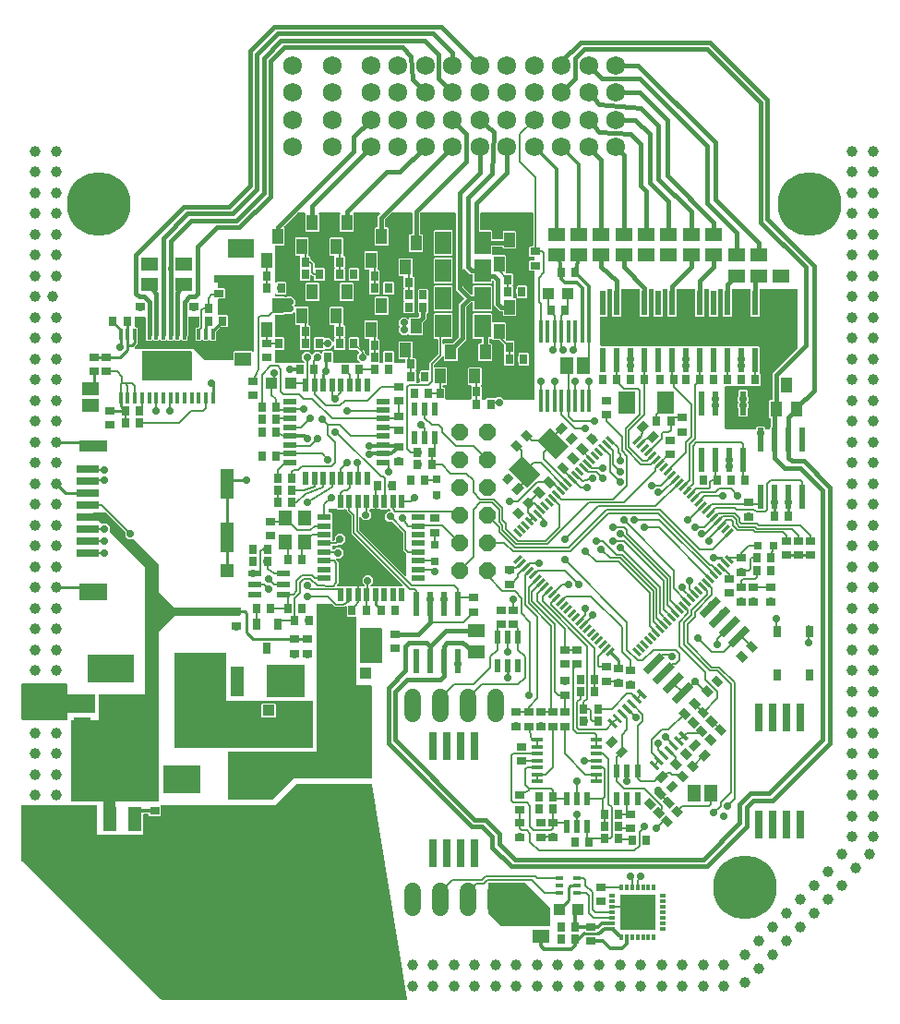
<source format=gbr>
G04 EAGLE Gerber RS-274X export*
G75*
%MOMM*%
%FSLAX34Y34*%
%LPD*%
%INTop Copper*%
%IPPOS*%
%AMOC8*
5,1,8,0,0,1.08239X$1,22.5*%
G01*
%ADD10R,0.700000X0.900000*%
%ADD11R,0.900000X0.700000*%
%ADD12R,0.700000X1.000000*%
%ADD13R,1.000000X1.100000*%
%ADD14R,1.270000X0.558800*%
%ADD15R,0.558800X1.270000*%
%ADD16R,1.780000X2.160000*%
%ADD17R,0.800000X0.800000*%
%ADD18R,1.200000X2.800000*%
%ADD19R,1.200000X1.400000*%
%ADD20R,1.800000X2.400000*%
%ADD21R,1.000000X1.400000*%
%ADD22R,1.500000X1.300000*%
%ADD23R,1.500000X2.100000*%
%ADD24R,0.685800X2.540000*%
%ADD25R,0.900000X0.300000*%
%ADD26R,0.300000X0.900000*%
%ADD27R,1.700000X2.400000*%
%ADD28R,0.600000X2.200000*%
%ADD29R,1.219000X2.235000*%
%ADD30R,3.600000X2.200000*%
%ADD31R,2.200000X0.635000*%
%ADD32P,1.649562X8X292.500000*%
%ADD33C,1.725000*%
%ADD34R,1.100000X1.000000*%
%ADD35C,1.524000*%
%ADD36R,0.550000X1.200000*%
%ADD37R,1.200000X0.550000*%
%ADD38R,0.990600X0.304800*%
%ADD39R,0.304800X0.990600*%
%ADD40R,1.000000X3.400000*%
%ADD41R,6.800000X9.600000*%
%ADD42R,4.300000X2.500000*%
%ADD43R,3.500000X2.500000*%
%ADD44R,2.400000X1.800000*%
%ADD45R,1.168400X1.600200*%
%ADD46R,0.600000X0.300000*%
%ADD47R,0.300000X0.600000*%
%ADD48R,3.300000X3.300000*%
%ADD49R,0.800000X0.400000*%
%ADD50R,0.750000X1.000000*%
%ADD51R,1.600200X1.168400*%
%ADD52R,2.000000X0.700000*%
%ADD53R,2.600000X1.500000*%
%ADD54R,2.600000X1.000000*%
%ADD55R,1.200000X1.200000*%
%ADD56R,1.200000X2.700000*%
%ADD57R,0.380000X2.000000*%
%ADD58C,0.711200*%
%ADD59C,0.203200*%
%ADD60C,0.254000*%
%ADD61C,0.304800*%
%ADD62C,0.152400*%
%ADD63C,5.842000*%
%ADD64C,1.006400*%
%ADD65C,0.406400*%
%ADD66C,0.635000*%

G36*
X356613Y3189D02*
X356613Y3189D01*
X356695Y3194D01*
X356734Y3209D01*
X356774Y3215D01*
X356847Y3254D01*
X356924Y3285D01*
X356955Y3311D01*
X356991Y3331D01*
X357048Y3390D01*
X357111Y3444D01*
X357132Y3479D01*
X357161Y3509D01*
X357196Y3584D01*
X357238Y3654D01*
X357247Y3695D01*
X357264Y3732D01*
X357274Y3814D01*
X357291Y3895D01*
X357288Y3948D01*
X357292Y3976D01*
X357285Y4005D01*
X357282Y4062D01*
X324601Y200150D01*
X324575Y200226D01*
X324558Y200305D01*
X324536Y200342D01*
X324522Y200383D01*
X324473Y200447D01*
X324432Y200516D01*
X324399Y200544D01*
X324373Y200579D01*
X324306Y200624D01*
X324245Y200676D01*
X324205Y200692D01*
X324169Y200716D01*
X324091Y200738D01*
X324017Y200768D01*
X323960Y200774D01*
X323932Y200782D01*
X323904Y200780D01*
X323850Y200786D01*
X255588Y200786D01*
X255497Y200772D01*
X255407Y200764D01*
X255377Y200752D01*
X255345Y200747D01*
X255264Y200704D01*
X255180Y200668D01*
X255148Y200642D01*
X255127Y200631D01*
X255105Y200608D01*
X255049Y200563D01*
X236222Y181736D01*
X131674Y181736D01*
X131603Y181725D01*
X131531Y181723D01*
X131482Y181705D01*
X131431Y181697D01*
X131368Y181663D01*
X131300Y181638D01*
X131259Y181606D01*
X131214Y181581D01*
X131164Y181530D01*
X131108Y181485D01*
X131080Y181441D01*
X131044Y181403D01*
X131014Y181338D01*
X130975Y181278D01*
X130962Y181227D01*
X130941Y181180D01*
X130933Y181109D01*
X130915Y181039D01*
X130919Y180987D01*
X130913Y180936D01*
X130929Y180865D01*
X130934Y180794D01*
X130955Y180746D01*
X130966Y180695D01*
X131003Y180634D01*
X131031Y180568D01*
X131075Y180512D01*
X131092Y180484D01*
X131110Y180469D01*
X131135Y180437D01*
X131183Y180389D01*
X131183Y172336D01*
X130439Y171592D01*
X120386Y171592D01*
X119642Y172336D01*
X119642Y172750D01*
X119638Y172773D01*
X119640Y172796D01*
X119618Y172894D01*
X119602Y172993D01*
X119591Y173014D01*
X119586Y173036D01*
X119534Y173122D01*
X119487Y173210D01*
X119470Y173226D01*
X119458Y173246D01*
X119381Y173311D01*
X119309Y173380D01*
X119287Y173390D01*
X119270Y173404D01*
X119177Y173441D01*
X119086Y173483D01*
X119063Y173486D01*
X119041Y173494D01*
X118874Y173512D01*
X115881Y173486D01*
X115865Y173483D01*
X115848Y173485D01*
X115744Y173462D01*
X115639Y173444D01*
X115624Y173436D01*
X115608Y173433D01*
X115516Y173378D01*
X115422Y173327D01*
X115411Y173315D01*
X115397Y173306D01*
X115327Y173225D01*
X115254Y173147D01*
X115247Y173132D01*
X115237Y173119D01*
X115197Y173020D01*
X115153Y172923D01*
X115151Y172907D01*
X115145Y172891D01*
X115126Y172725D01*
X115126Y154749D01*
X72199Y154749D01*
X72199Y180975D01*
X72196Y180995D01*
X72198Y181014D01*
X72176Y181116D01*
X72159Y181218D01*
X72150Y181235D01*
X72145Y181255D01*
X72092Y181344D01*
X72044Y181435D01*
X72030Y181449D01*
X72019Y181466D01*
X71941Y181533D01*
X71866Y181605D01*
X71848Y181613D01*
X71832Y181626D01*
X71736Y181665D01*
X71643Y181708D01*
X71623Y181710D01*
X71604Y181718D01*
X71438Y181736D01*
X3937Y181736D01*
X3917Y181733D01*
X3898Y181735D01*
X3796Y181713D01*
X3694Y181697D01*
X3677Y181687D01*
X3657Y181683D01*
X3568Y181630D01*
X3477Y181581D01*
X3463Y181567D01*
X3446Y181557D01*
X3379Y181478D01*
X3307Y181403D01*
X3299Y181385D01*
X3286Y181370D01*
X3247Y181274D01*
X3204Y181180D01*
X3202Y181160D01*
X3194Y181142D01*
X3176Y180975D01*
X3176Y131631D01*
X3190Y131541D01*
X3198Y131450D01*
X3210Y131420D01*
X3215Y131388D01*
X3258Y131307D01*
X3294Y131223D01*
X3320Y131191D01*
X3331Y131171D01*
X3354Y131148D01*
X3399Y131092D01*
X131092Y3399D01*
X131166Y3346D01*
X131236Y3286D01*
X131266Y3274D01*
X131292Y3255D01*
X131379Y3228D01*
X131464Y3194D01*
X131505Y3190D01*
X131527Y3183D01*
X131559Y3184D01*
X131631Y3176D01*
X356531Y3176D01*
X356613Y3189D01*
G37*
G36*
X367700Y568773D02*
X367700Y568773D01*
X367720Y568771D01*
X367821Y568793D01*
X367923Y568810D01*
X367941Y568819D01*
X367960Y568824D01*
X368049Y568877D01*
X368141Y568925D01*
X368154Y568939D01*
X368171Y568950D01*
X368239Y569028D01*
X368310Y569103D01*
X368318Y569121D01*
X368331Y569137D01*
X368370Y569233D01*
X368414Y569326D01*
X368416Y569346D01*
X368423Y569365D01*
X368442Y569531D01*
X368442Y572154D01*
X368427Y572244D01*
X368420Y572335D01*
X368407Y572365D01*
X368402Y572397D01*
X368359Y572478D01*
X368324Y572562D01*
X368298Y572594D01*
X368287Y572614D01*
X368264Y572637D01*
X368236Y572671D01*
X368236Y576681D01*
X368272Y576731D01*
X368331Y576801D01*
X368344Y576831D01*
X368362Y576857D01*
X368389Y576944D01*
X368423Y577029D01*
X368428Y577070D01*
X368435Y577092D01*
X368434Y577124D01*
X368442Y577196D01*
X368442Y579701D01*
X369186Y580446D01*
X376619Y580446D01*
X376638Y580449D01*
X376658Y580447D01*
X376759Y580469D01*
X376861Y580485D01*
X376879Y580495D01*
X376898Y580499D01*
X376987Y580552D01*
X377079Y580601D01*
X377092Y580615D01*
X377109Y580625D01*
X377177Y580704D01*
X377248Y580779D01*
X377256Y580797D01*
X377269Y580812D01*
X377308Y580908D01*
X377352Y581002D01*
X377354Y581022D01*
X377361Y581040D01*
X377380Y581207D01*
X377380Y586630D01*
X385094Y594344D01*
X385147Y594418D01*
X385207Y594487D01*
X385219Y594518D01*
X385238Y594544D01*
X385265Y594631D01*
X385299Y594716D01*
X385303Y594757D01*
X385310Y594779D01*
X385309Y594811D01*
X385317Y594882D01*
X385317Y608181D01*
X385314Y608200D01*
X385316Y608220D01*
X385294Y608321D01*
X385278Y608423D01*
X385268Y608441D01*
X385264Y608460D01*
X385211Y608549D01*
X385162Y608641D01*
X385148Y608654D01*
X385138Y608671D01*
X385059Y608739D01*
X384984Y608810D01*
X384966Y608818D01*
X384951Y608831D01*
X384855Y608870D01*
X384761Y608914D01*
X384741Y608916D01*
X384723Y608923D01*
X384556Y608942D01*
X381961Y608942D01*
X381217Y609686D01*
X381217Y631739D01*
X381961Y632483D01*
X398014Y632483D01*
X398758Y631739D01*
X398758Y609686D01*
X398014Y608942D01*
X390144Y608942D01*
X390124Y608939D01*
X390105Y608941D01*
X390003Y608919D01*
X389901Y608902D01*
X389884Y608893D01*
X389864Y608888D01*
X389775Y608835D01*
X389684Y608787D01*
X389670Y608773D01*
X389653Y608762D01*
X389586Y608684D01*
X389514Y608609D01*
X389506Y608591D01*
X389493Y608575D01*
X389454Y608479D01*
X389411Y608386D01*
X389409Y608366D01*
X389401Y608347D01*
X389383Y608181D01*
X389383Y604930D01*
X389394Y604859D01*
X389396Y604788D01*
X389414Y604739D01*
X389422Y604687D01*
X389456Y604624D01*
X389481Y604557D01*
X389513Y604516D01*
X389538Y604470D01*
X389590Y604421D01*
X389634Y604365D01*
X389678Y604336D01*
X389716Y604301D01*
X389781Y604270D01*
X389841Y604232D01*
X389892Y604219D01*
X389939Y604197D01*
X390010Y604189D01*
X390080Y604172D01*
X390132Y604176D01*
X390183Y604170D01*
X390254Y604185D01*
X390325Y604191D01*
X390373Y604211D01*
X390424Y604222D01*
X390485Y604259D01*
X390551Y604287D01*
X390607Y604332D01*
X390635Y604348D01*
X390650Y604366D01*
X390682Y604392D01*
X391349Y605058D01*
X398460Y605058D01*
X398550Y605073D01*
X398641Y605080D01*
X398670Y605093D01*
X398702Y605098D01*
X398783Y605141D01*
X398867Y605176D01*
X398899Y605202D01*
X398920Y605213D01*
X398942Y605236D01*
X398998Y605281D01*
X404462Y610745D01*
X404515Y610819D01*
X404574Y610888D01*
X404587Y610919D01*
X404605Y610945D01*
X404632Y611032D01*
X404666Y611117D01*
X404671Y611158D01*
X404678Y611180D01*
X404677Y611212D01*
X404685Y611283D01*
X404685Y641131D01*
X409128Y645574D01*
X409140Y645590D01*
X409156Y645603D01*
X409212Y645690D01*
X409272Y645774D01*
X409278Y645793D01*
X409289Y645810D01*
X409314Y645910D01*
X409344Y646009D01*
X409344Y646029D01*
X409349Y646048D01*
X409341Y646151D01*
X409338Y646255D01*
X409331Y646274D01*
X409330Y646293D01*
X409289Y646388D01*
X409254Y646486D01*
X409241Y646502D01*
X409233Y646520D01*
X409128Y646651D01*
X401510Y654269D01*
X401510Y723900D01*
X401507Y723920D01*
X401509Y723939D01*
X401487Y724041D01*
X401470Y724143D01*
X401461Y724160D01*
X401456Y724180D01*
X401403Y724269D01*
X401355Y724360D01*
X401341Y724374D01*
X401330Y724391D01*
X401252Y724458D01*
X401177Y724530D01*
X401159Y724538D01*
X401143Y724551D01*
X401047Y724590D01*
X400954Y724633D01*
X400934Y724635D01*
X400915Y724643D01*
X400749Y724661D01*
X369285Y724661D01*
X369195Y724646D01*
X369104Y724639D01*
X369074Y724627D01*
X369042Y724622D01*
X368961Y724579D01*
X368877Y724543D01*
X368845Y724517D01*
X368825Y724506D01*
X368803Y724483D01*
X368746Y724438D01*
X368651Y724342D01*
X368597Y724268D01*
X368563Y724228D01*
X368559Y724224D01*
X368538Y724199D01*
X368526Y724169D01*
X368507Y724143D01*
X368480Y724056D01*
X368475Y724043D01*
X368456Y724001D01*
X368455Y723992D01*
X368446Y723971D01*
X368442Y723930D01*
X368435Y723907D01*
X368436Y723875D01*
X368428Y723804D01*
X368428Y705832D01*
X368431Y705812D01*
X368429Y705793D01*
X368451Y705691D01*
X368467Y705589D01*
X368477Y705572D01*
X368481Y705552D01*
X368534Y705463D01*
X368583Y705372D01*
X368597Y705358D01*
X368607Y705341D01*
X368686Y705274D01*
X368761Y705202D01*
X368779Y705194D01*
X368794Y705181D01*
X368890Y705142D01*
X368984Y705099D01*
X369004Y705097D01*
X369022Y705089D01*
X369189Y705071D01*
X370651Y705071D01*
X371396Y704326D01*
X371396Y689274D01*
X370651Y688529D01*
X359599Y688529D01*
X358854Y689274D01*
X358854Y704326D01*
X359599Y705071D01*
X361061Y705071D01*
X361081Y705074D01*
X361100Y705072D01*
X361202Y705094D01*
X361304Y705110D01*
X361321Y705120D01*
X361341Y705124D01*
X361430Y705177D01*
X361521Y705226D01*
X361535Y705240D01*
X361552Y705250D01*
X361619Y705329D01*
X361691Y705404D01*
X361699Y705422D01*
X361712Y705437D01*
X361751Y705533D01*
X361794Y705627D01*
X361796Y705647D01*
X361804Y705665D01*
X361822Y705832D01*
X361822Y723900D01*
X361819Y723920D01*
X361821Y723939D01*
X361799Y724041D01*
X361783Y724143D01*
X361773Y724160D01*
X361769Y724180D01*
X361716Y724269D01*
X361667Y724360D01*
X361653Y724374D01*
X361643Y724391D01*
X361564Y724458D01*
X361489Y724530D01*
X361471Y724538D01*
X361456Y724551D01*
X361360Y724590D01*
X361266Y724633D01*
X361246Y724635D01*
X361228Y724643D01*
X361061Y724661D01*
X343147Y724661D01*
X343057Y724647D01*
X342966Y724639D01*
X342937Y724627D01*
X342905Y724622D01*
X342824Y724579D01*
X342740Y724543D01*
X342708Y724517D01*
X342687Y724506D01*
X342665Y724483D01*
X342609Y724438D01*
X336901Y718730D01*
X336848Y718656D01*
X336788Y718587D01*
X336776Y718556D01*
X336757Y718530D01*
X336730Y718443D01*
X336696Y718358D01*
X336692Y718317D01*
X336685Y718295D01*
X336686Y718263D01*
X336678Y718192D01*
X336678Y712182D01*
X336681Y712162D01*
X336679Y712143D01*
X336701Y712041D01*
X336717Y711939D01*
X336727Y711922D01*
X336731Y711902D01*
X336784Y711813D01*
X336833Y711722D01*
X336847Y711708D01*
X336857Y711691D01*
X336936Y711624D01*
X337011Y711552D01*
X337029Y711544D01*
X337044Y711531D01*
X337140Y711492D01*
X337234Y711449D01*
X337254Y711447D01*
X337272Y711439D01*
X337439Y711421D01*
X338901Y711421D01*
X339646Y710676D01*
X339646Y695624D01*
X338901Y694879D01*
X327849Y694879D01*
X327104Y695624D01*
X327104Y710676D01*
X327849Y711421D01*
X329311Y711421D01*
X329331Y711424D01*
X329350Y711422D01*
X329452Y711444D01*
X329554Y711460D01*
X329571Y711470D01*
X329591Y711474D01*
X329680Y711527D01*
X329771Y711576D01*
X329785Y711590D01*
X329802Y711600D01*
X329869Y711679D01*
X329941Y711754D01*
X329949Y711772D01*
X329962Y711787D01*
X330001Y711883D01*
X330044Y711977D01*
X330046Y711997D01*
X330054Y712015D01*
X330072Y712182D01*
X330072Y721243D01*
X332191Y723362D01*
X332233Y723420D01*
X332282Y723472D01*
X332304Y723519D01*
X332334Y723561D01*
X332356Y723630D01*
X332386Y723695D01*
X332392Y723747D01*
X332407Y723797D01*
X332405Y723868D01*
X332413Y723939D01*
X332402Y723990D01*
X332400Y724042D01*
X332376Y724110D01*
X332361Y724180D01*
X332334Y724224D01*
X332316Y724273D01*
X332271Y724329D01*
X332234Y724391D01*
X332195Y724425D01*
X332162Y724465D01*
X332102Y724504D01*
X332048Y724551D01*
X331999Y724570D01*
X331955Y724598D01*
X331886Y724616D01*
X331819Y724643D01*
X331748Y724651D01*
X331717Y724659D01*
X331694Y724657D01*
X331653Y724661D01*
X308449Y724661D01*
X308378Y724650D01*
X308306Y724648D01*
X308257Y724630D01*
X308206Y724622D01*
X308143Y724588D01*
X308075Y724563D01*
X308034Y724531D01*
X307989Y724506D01*
X307939Y724455D01*
X307883Y724410D01*
X307855Y724366D01*
X307819Y724328D01*
X307789Y724263D01*
X307750Y724203D01*
X307737Y724152D01*
X307716Y724105D01*
X307708Y724034D01*
X307690Y723964D01*
X307694Y723912D01*
X307688Y723861D01*
X307704Y723790D01*
X307709Y723719D01*
X307730Y723671D01*
X307741Y723620D01*
X307778Y723559D01*
X307806Y723493D01*
X307850Y723437D01*
X307867Y723409D01*
X307885Y723394D01*
X307896Y723380D01*
X307896Y708324D01*
X307151Y707579D01*
X296099Y707579D01*
X295354Y708324D01*
X295354Y723382D01*
X295381Y723420D01*
X295431Y723472D01*
X295453Y723519D01*
X295483Y723561D01*
X295504Y723630D01*
X295534Y723695D01*
X295540Y723747D01*
X295556Y723797D01*
X295554Y723868D01*
X295562Y723939D01*
X295551Y723990D01*
X295549Y724042D01*
X295525Y724110D01*
X295509Y724180D01*
X295483Y724224D01*
X295465Y724273D01*
X295420Y724329D01*
X295383Y724391D01*
X295344Y724425D01*
X295311Y724465D01*
X295251Y724504D01*
X295196Y724551D01*
X295148Y724570D01*
X295104Y724598D01*
X295035Y724616D01*
X294968Y724643D01*
X294897Y724651D01*
X294866Y724659D01*
X294842Y724657D01*
X294801Y724661D01*
X276699Y724661D01*
X276628Y724650D01*
X276556Y724648D01*
X276507Y724630D01*
X276456Y724622D01*
X276393Y724588D01*
X276325Y724563D01*
X276284Y724531D01*
X276239Y724506D01*
X276189Y724455D01*
X276133Y724410D01*
X276105Y724366D01*
X276069Y724328D01*
X276039Y724263D01*
X276000Y724203D01*
X275987Y724152D01*
X275966Y724105D01*
X275958Y724034D01*
X275940Y723964D01*
X275944Y723912D01*
X275938Y723861D01*
X275954Y723790D01*
X275959Y723719D01*
X275980Y723671D01*
X275991Y723620D01*
X276028Y723559D01*
X276056Y723493D01*
X276100Y723437D01*
X276117Y723409D01*
X276135Y723394D01*
X276146Y723380D01*
X276146Y708324D01*
X275401Y707579D01*
X264349Y707579D01*
X263604Y708324D01*
X263604Y723382D01*
X263631Y723420D01*
X263681Y723472D01*
X263703Y723519D01*
X263733Y723561D01*
X263754Y723630D01*
X263784Y723695D01*
X263790Y723747D01*
X263806Y723797D01*
X263804Y723868D01*
X263812Y723939D01*
X263801Y723990D01*
X263799Y724042D01*
X263775Y724110D01*
X263759Y724180D01*
X263733Y724224D01*
X263715Y724273D01*
X263670Y724329D01*
X263633Y724391D01*
X263594Y724425D01*
X263561Y724465D01*
X263501Y724504D01*
X263446Y724551D01*
X263398Y724570D01*
X263354Y724598D01*
X263285Y724616D01*
X263218Y724643D01*
X263147Y724651D01*
X263116Y724659D01*
X263092Y724657D01*
X263051Y724661D01*
X256572Y724661D01*
X256482Y724647D01*
X256391Y724639D01*
X256362Y724627D01*
X256330Y724622D01*
X256249Y724579D01*
X256165Y724543D01*
X256133Y724517D01*
X256112Y724506D01*
X256090Y724483D01*
X256034Y724438D01*
X243872Y712276D01*
X243861Y712260D01*
X243845Y712248D01*
X243789Y712160D01*
X243729Y712077D01*
X243723Y712058D01*
X243712Y712041D01*
X243687Y711940D01*
X243656Y711842D01*
X243657Y711822D01*
X243652Y711802D01*
X243660Y711699D01*
X243663Y711596D01*
X243670Y711577D01*
X243671Y711557D01*
X243711Y711462D01*
X243747Y711365D01*
X243760Y711349D01*
X243767Y711331D01*
X243872Y711200D01*
X244396Y710676D01*
X244396Y695624D01*
X243651Y694879D01*
X236538Y694879D01*
X236518Y694876D01*
X236498Y694878D01*
X236397Y694856D01*
X236295Y694840D01*
X236277Y694830D01*
X236258Y694826D01*
X236169Y694773D01*
X236077Y694724D01*
X236064Y694710D01*
X236047Y694700D01*
X235979Y694621D01*
X235908Y694546D01*
X235900Y694528D01*
X235887Y694513D01*
X235848Y694417D01*
X235804Y694323D01*
X235802Y694303D01*
X235795Y694285D01*
X235776Y694118D01*
X235776Y661599D01*
X235788Y661528D01*
X235790Y661456D01*
X235808Y661407D01*
X235816Y661356D01*
X235850Y661293D01*
X235874Y661225D01*
X235907Y661184D01*
X235931Y661139D01*
X235983Y661089D01*
X236028Y661033D01*
X236072Y661005D01*
X236109Y660969D01*
X236175Y660939D01*
X236235Y660900D01*
X236285Y660887D01*
X236333Y660866D01*
X236404Y660858D01*
X236473Y660840D01*
X236525Y660844D01*
X236577Y660838D01*
X236647Y660854D01*
X236719Y660859D01*
X236766Y660880D01*
X236817Y660891D01*
X236879Y660927D01*
X236945Y660956D01*
X237001Y661000D01*
X237028Y661017D01*
X237044Y661035D01*
X237076Y661060D01*
X237424Y661408D01*
X245476Y661408D01*
X246221Y660664D01*
X246221Y650611D01*
X245476Y649867D01*
X237424Y649867D01*
X237076Y650215D01*
X237018Y650257D01*
X236966Y650306D01*
X236918Y650328D01*
X236876Y650358D01*
X236808Y650379D01*
X236743Y650409D01*
X236691Y650415D01*
X236641Y650431D01*
X236569Y650429D01*
X236498Y650437D01*
X236447Y650426D01*
X236395Y650424D01*
X236328Y650400D01*
X236258Y650384D01*
X236213Y650358D01*
X236164Y650340D01*
X236108Y650295D01*
X236047Y650258D01*
X236013Y650219D01*
X235972Y650186D01*
X235933Y650126D01*
X235887Y650071D01*
X235867Y650023D01*
X235839Y649979D01*
X235822Y649910D01*
X235795Y649843D01*
X235787Y649772D01*
X235779Y649741D01*
X235781Y649717D01*
X235776Y649676D01*
X235776Y648682D01*
X235779Y648662D01*
X235777Y648643D01*
X235799Y648541D01*
X235816Y648439D01*
X235825Y648422D01*
X235830Y648402D01*
X235883Y648313D01*
X235931Y648222D01*
X235946Y648208D01*
X235956Y648191D01*
X236034Y648124D01*
X236109Y648052D01*
X236127Y648044D01*
X236143Y648031D01*
X236239Y647992D01*
X236333Y647949D01*
X236352Y647947D01*
X236371Y647939D01*
X236538Y647921D01*
X243651Y647921D01*
X243966Y647606D01*
X244040Y647553D01*
X244109Y647494D01*
X244139Y647482D01*
X244166Y647463D01*
X244253Y647436D01*
X244337Y647402D01*
X244378Y647397D01*
X244401Y647390D01*
X244433Y647391D01*
X244504Y647383D01*
X246542Y647383D01*
X246632Y647398D01*
X246723Y647405D01*
X246753Y647418D01*
X246785Y647423D01*
X246865Y647466D01*
X246949Y647501D01*
X246981Y647527D01*
X247002Y647538D01*
X247024Y647561D01*
X247080Y647606D01*
X247238Y647764D01*
X251237Y647764D01*
X254064Y644937D01*
X254064Y640938D01*
X253427Y640301D01*
X253415Y640285D01*
X253400Y640272D01*
X253344Y640185D01*
X253283Y640101D01*
X253277Y640082D01*
X253267Y640065D01*
X253241Y639965D01*
X253211Y639866D01*
X253211Y639846D01*
X253207Y639827D01*
X253215Y639724D01*
X253217Y639620D01*
X253224Y639601D01*
X253226Y639582D01*
X253266Y639486D01*
X253302Y639389D01*
X253314Y639374D01*
X253322Y639355D01*
X253427Y639224D01*
X253901Y638750D01*
X253917Y638738D01*
X253930Y638723D01*
X253997Y638680D01*
X254035Y638647D01*
X254057Y638638D01*
X254101Y638606D01*
X254120Y638600D01*
X254137Y638590D01*
X254237Y638564D01*
X254247Y638561D01*
X254263Y638555D01*
X254271Y638554D01*
X254336Y638534D01*
X254356Y638534D01*
X254375Y638530D01*
X254478Y638538D01*
X254582Y638540D01*
X254601Y638547D01*
X254621Y638549D01*
X254680Y638574D01*
X254692Y638576D01*
X254718Y638590D01*
X254802Y638621D01*
X265901Y638621D01*
X266646Y637876D01*
X266646Y622671D01*
X266642Y622635D01*
X266626Y622586D01*
X266628Y622514D01*
X266620Y622443D01*
X266631Y622392D01*
X266633Y622340D01*
X266657Y622272D01*
X266673Y622202D01*
X266699Y622158D01*
X266717Y622109D01*
X266762Y622053D01*
X266799Y621991D01*
X266838Y621957D01*
X266871Y621917D01*
X266931Y621878D01*
X266986Y621831D01*
X267034Y621812D01*
X267077Y621784D01*
X267147Y621766D01*
X267214Y621739D01*
X267285Y621731D01*
X267316Y621723D01*
X267339Y621725D01*
X267381Y621721D01*
X267401Y621721D01*
X268146Y620976D01*
X268146Y610920D01*
X268142Y610916D01*
X268127Y610903D01*
X268071Y610816D01*
X268011Y610732D01*
X268005Y610713D01*
X267994Y610696D01*
X267969Y610596D01*
X267938Y610497D01*
X267939Y610477D01*
X267934Y610458D01*
X267942Y610355D01*
X267945Y610251D01*
X267951Y610233D01*
X267953Y610213D01*
X267993Y610118D01*
X268029Y610020D01*
X268042Y610005D01*
X268049Y609986D01*
X268132Y609883D01*
X268134Y609879D01*
X268137Y609877D01*
X268146Y609866D01*
X268146Y599811D01*
X267401Y599067D01*
X259349Y599067D01*
X258604Y599811D01*
X258604Y609867D01*
X258607Y609872D01*
X258623Y609884D01*
X258654Y609932D01*
X258663Y609942D01*
X258671Y609959D01*
X258679Y609971D01*
X258739Y610055D01*
X258745Y610074D01*
X258756Y610091D01*
X258781Y610191D01*
X258812Y610290D01*
X258811Y610310D01*
X258816Y610330D01*
X258808Y610433D01*
X258805Y610536D01*
X258799Y610555D01*
X258797Y610575D01*
X258757Y610670D01*
X258721Y610767D01*
X258709Y610783D01*
X258701Y610801D01*
X258604Y610922D01*
X258604Y621129D01*
X258608Y621165D01*
X258624Y621214D01*
X258622Y621286D01*
X258630Y621357D01*
X258619Y621408D01*
X258617Y621460D01*
X258593Y621528D01*
X258577Y621598D01*
X258551Y621642D01*
X258533Y621691D01*
X258488Y621747D01*
X258451Y621809D01*
X258412Y621843D01*
X258379Y621883D01*
X258319Y621922D01*
X258264Y621969D01*
X258216Y621988D01*
X258173Y622016D01*
X258103Y622034D01*
X258036Y622061D01*
X257965Y622069D01*
X257934Y622077D01*
X257911Y622075D01*
X257869Y622079D01*
X254849Y622079D01*
X254104Y622824D01*
X254104Y632790D01*
X254093Y632861D01*
X254091Y632933D01*
X254073Y632982D01*
X254065Y633033D01*
X254031Y633097D01*
X254006Y633164D01*
X253974Y633205D01*
X253949Y633251D01*
X253897Y633300D01*
X253853Y633356D01*
X253809Y633384D01*
X253771Y633420D01*
X253706Y633450D01*
X253646Y633489D01*
X253595Y633502D01*
X253548Y633524D01*
X253477Y633531D01*
X253407Y633549D01*
X253355Y633545D01*
X253304Y633551D01*
X253233Y633535D01*
X253162Y633530D01*
X253114Y633509D01*
X253063Y633498D01*
X253002Y633462D01*
X252936Y633434D01*
X252880Y633389D01*
X252852Y633372D01*
X252837Y633354D01*
X252805Y633329D01*
X251237Y631761D01*
X247238Y631761D01*
X247080Y631919D01*
X247006Y631972D01*
X246937Y632031D01*
X246907Y632044D01*
X246880Y632062D01*
X246793Y632089D01*
X246709Y632123D01*
X246668Y632128D01*
X246645Y632135D01*
X246613Y632134D01*
X246542Y632142D01*
X244729Y632142D01*
X244639Y632127D01*
X244548Y632120D01*
X244518Y632107D01*
X244486Y632102D01*
X244406Y632059D01*
X244322Y632024D01*
X244290Y631998D01*
X244269Y631987D01*
X244247Y631964D01*
X244191Y631919D01*
X243651Y631379D01*
X236538Y631379D01*
X236518Y631376D01*
X236498Y631378D01*
X236397Y631356D01*
X236295Y631340D01*
X236277Y631330D01*
X236258Y631326D01*
X236169Y631273D01*
X236077Y631224D01*
X236064Y631210D01*
X236047Y631200D01*
X235979Y631121D01*
X235908Y631046D01*
X235900Y631028D01*
X235887Y631013D01*
X235848Y630917D01*
X235804Y630823D01*
X235802Y630803D01*
X235795Y630785D01*
X235776Y630618D01*
X235776Y611369D01*
X235779Y611350D01*
X235777Y611330D01*
X235799Y611229D01*
X235816Y611127D01*
X235825Y611109D01*
X235830Y611090D01*
X235883Y611001D01*
X235931Y610909D01*
X235946Y610896D01*
X235956Y610879D01*
X236034Y610811D01*
X236109Y610740D01*
X236127Y610732D01*
X236143Y610719D01*
X236239Y610680D01*
X236333Y610636D01*
X236352Y610634D01*
X236371Y610627D01*
X236538Y610608D01*
X243589Y610608D01*
X244333Y609864D01*
X244333Y599811D01*
X243589Y599067D01*
X236538Y599067D01*
X236518Y599064D01*
X236498Y599066D01*
X236397Y599044D01*
X236295Y599027D01*
X236277Y599018D01*
X236258Y599013D01*
X236169Y598960D01*
X236077Y598912D01*
X236064Y598898D01*
X236047Y598887D01*
X235979Y598809D01*
X235908Y598734D01*
X235900Y598716D01*
X235887Y598700D01*
X235848Y598604D01*
X235804Y598511D01*
X235802Y598491D01*
X235795Y598472D01*
X235776Y598306D01*
X235776Y587375D01*
X235779Y587355D01*
X235777Y587336D01*
X235799Y587234D01*
X235816Y587132D01*
X235825Y587115D01*
X235830Y587095D01*
X235883Y587006D01*
X235931Y586915D01*
X235946Y586901D01*
X235956Y586884D01*
X236034Y586817D01*
X236109Y586746D01*
X236127Y586737D01*
X236143Y586724D01*
X236239Y586685D01*
X236333Y586642D01*
X236352Y586640D01*
X236371Y586632D01*
X236538Y586614D01*
X261972Y586614D01*
X262043Y586625D01*
X262115Y586627D01*
X262164Y586645D01*
X262215Y586654D01*
X262278Y586687D01*
X262346Y586712D01*
X262386Y586744D01*
X262433Y586769D01*
X262482Y586821D01*
X262538Y586865D01*
X262566Y586909D01*
X262602Y586947D01*
X262632Y587012D01*
X262671Y587072D01*
X262684Y587123D01*
X262706Y587170D01*
X262713Y587241D01*
X262731Y587311D01*
X262727Y587363D01*
X262733Y587414D01*
X262717Y587485D01*
X262712Y587556D01*
X262691Y587604D01*
X262680Y587655D01*
X262644Y587716D01*
X262615Y587782D01*
X262571Y587838D01*
X262554Y587866D01*
X262536Y587881D01*
X262511Y587913D01*
X260286Y590138D01*
X260286Y594137D01*
X263113Y596964D01*
X267112Y596964D01*
X269337Y594739D01*
X269353Y594728D01*
X269365Y594712D01*
X269453Y594656D01*
X269536Y594596D01*
X269555Y594590D01*
X269572Y594579D01*
X269673Y594554D01*
X269772Y594523D01*
X269791Y594524D01*
X269811Y594519D01*
X269914Y594527D01*
X270017Y594530D01*
X270036Y594537D01*
X270056Y594538D01*
X270151Y594579D01*
X270248Y594614D01*
X270264Y594627D01*
X270282Y594635D01*
X270413Y594739D01*
X272638Y596964D01*
X276637Y596964D01*
X277942Y595659D01*
X278000Y595617D01*
X278052Y595568D01*
X278100Y595546D01*
X278142Y595515D01*
X278210Y595494D01*
X278276Y595464D01*
X278327Y595458D01*
X278377Y595443D01*
X278449Y595445D01*
X278520Y595437D01*
X278571Y595448D01*
X278623Y595449D01*
X278690Y595474D01*
X278760Y595489D01*
X278805Y595516D01*
X278854Y595534D01*
X278910Y595579D01*
X278971Y595615D01*
X279005Y595655D01*
X279046Y595687D01*
X279085Y595748D01*
X279131Y595802D01*
X279151Y595851D01*
X279179Y595894D01*
X279196Y595964D01*
X279223Y596030D01*
X279231Y596102D01*
X279239Y596133D01*
X279237Y596156D01*
X279242Y596197D01*
X279242Y597164D01*
X279845Y597767D01*
X279887Y597825D01*
X279936Y597877D01*
X279958Y597925D01*
X279989Y597967D01*
X280010Y598035D01*
X280040Y598101D01*
X280046Y598152D01*
X280061Y598202D01*
X280059Y598274D01*
X280067Y598345D01*
X280056Y598396D01*
X280055Y598448D01*
X280030Y598515D01*
X280015Y598585D01*
X279988Y598630D01*
X279970Y598679D01*
X279925Y598735D01*
X279889Y598796D01*
X279849Y598830D01*
X279817Y598871D01*
X279756Y598910D01*
X279702Y598956D01*
X279653Y598976D01*
X279610Y599004D01*
X279540Y599021D01*
X279474Y599048D01*
X279402Y599056D01*
X279371Y599064D01*
X279348Y599062D01*
X279307Y599067D01*
X272349Y599067D01*
X271604Y599811D01*
X271604Y609864D01*
X272349Y610608D01*
X280401Y610608D01*
X281216Y609794D01*
X281232Y609782D01*
X281245Y609766D01*
X281332Y609710D01*
X281416Y609650D01*
X281435Y609644D01*
X281452Y609633D01*
X281552Y609608D01*
X281651Y609578D01*
X281671Y609578D01*
X281690Y609573D01*
X281793Y609581D01*
X281897Y609584D01*
X281916Y609591D01*
X281935Y609592D01*
X282030Y609633D01*
X282116Y609664D01*
X286162Y609664D01*
X289055Y606771D01*
X289113Y606729D01*
X289165Y606680D01*
X289212Y606658D01*
X289254Y606628D01*
X289323Y606607D01*
X289388Y606576D01*
X289440Y606571D01*
X289490Y606555D01*
X289561Y606557D01*
X289632Y606549D01*
X289683Y606560D01*
X289735Y606562D01*
X289803Y606586D01*
X289873Y606602D01*
X289918Y606628D01*
X289966Y606646D01*
X290022Y606691D01*
X290084Y606728D01*
X290118Y606767D01*
X290158Y606800D01*
X290197Y606860D01*
X290244Y606915D01*
X290263Y606963D01*
X290291Y607007D01*
X290309Y607076D01*
X290336Y607143D01*
X290344Y607214D01*
X290352Y607245D01*
X290350Y607269D01*
X290354Y607310D01*
X290354Y609867D01*
X290357Y609872D01*
X290373Y609884D01*
X290404Y609932D01*
X290413Y609942D01*
X290421Y609959D01*
X290429Y609971D01*
X290489Y610055D01*
X290495Y610074D01*
X290506Y610091D01*
X290531Y610191D01*
X290562Y610290D01*
X290561Y610310D01*
X290566Y610330D01*
X290558Y610433D01*
X290555Y610536D01*
X290549Y610555D01*
X290547Y610575D01*
X290507Y610670D01*
X290471Y610767D01*
X290459Y610783D01*
X290451Y610801D01*
X290354Y610922D01*
X290354Y621129D01*
X290358Y621165D01*
X290374Y621214D01*
X290372Y621286D01*
X290380Y621357D01*
X290369Y621408D01*
X290367Y621460D01*
X290343Y621528D01*
X290327Y621598D01*
X290301Y621642D01*
X290283Y621691D01*
X290238Y621747D01*
X290201Y621809D01*
X290162Y621843D01*
X290129Y621883D01*
X290069Y621922D01*
X290014Y621969D01*
X289966Y621988D01*
X289923Y622016D01*
X289853Y622034D01*
X289786Y622061D01*
X289715Y622069D01*
X289684Y622077D01*
X289661Y622075D01*
X289619Y622079D01*
X286599Y622079D01*
X285854Y622824D01*
X285854Y637876D01*
X286599Y638621D01*
X297651Y638621D01*
X298396Y637876D01*
X298396Y622671D01*
X298392Y622635D01*
X298376Y622586D01*
X298378Y622514D01*
X298370Y622443D01*
X298381Y622392D01*
X298383Y622340D01*
X298407Y622272D01*
X298423Y622202D01*
X298449Y622158D01*
X298467Y622109D01*
X298512Y622053D01*
X298549Y621991D01*
X298588Y621957D01*
X298621Y621917D01*
X298681Y621878D01*
X298736Y621831D01*
X298784Y621812D01*
X298827Y621784D01*
X298897Y621766D01*
X298964Y621739D01*
X299035Y621731D01*
X299066Y621723D01*
X299089Y621725D01*
X299131Y621721D01*
X299151Y621721D01*
X299896Y620976D01*
X299896Y610920D01*
X299892Y610916D01*
X299877Y610903D01*
X299821Y610816D01*
X299761Y610732D01*
X299755Y610713D01*
X299744Y610696D01*
X299719Y610596D01*
X299688Y610497D01*
X299689Y610477D01*
X299684Y610458D01*
X299692Y610355D01*
X299695Y610251D01*
X299701Y610233D01*
X299703Y610213D01*
X299743Y610118D01*
X299779Y610020D01*
X299792Y610005D01*
X299799Y609986D01*
X299882Y609883D01*
X299884Y609879D01*
X299887Y609877D01*
X299896Y609866D01*
X299896Y599811D01*
X299151Y599067D01*
X291099Y599067D01*
X290354Y599811D01*
X290354Y602365D01*
X290343Y602436D01*
X290341Y602508D01*
X290323Y602557D01*
X290315Y602608D01*
X290281Y602672D01*
X290256Y602739D01*
X290224Y602780D01*
X290199Y602826D01*
X290147Y602875D01*
X290103Y602931D01*
X290059Y602959D01*
X290021Y602995D01*
X289956Y603025D01*
X289896Y603064D01*
X289845Y603077D01*
X289798Y603099D01*
X289727Y603106D01*
X289657Y603124D01*
X289605Y603120D01*
X289554Y603126D01*
X289483Y603110D01*
X289412Y603105D01*
X289364Y603084D01*
X289313Y603073D01*
X289252Y603037D01*
X289186Y603009D01*
X289130Y602964D01*
X289102Y602947D01*
X289087Y602929D01*
X289055Y602904D01*
X286162Y600011D01*
X282113Y600011D01*
X282093Y600025D01*
X282074Y600031D01*
X282057Y600042D01*
X281957Y600067D01*
X281858Y600097D01*
X281838Y600097D01*
X281818Y600102D01*
X281716Y600094D01*
X281612Y600091D01*
X281593Y600084D01*
X281573Y600083D01*
X281478Y600042D01*
X281381Y600007D01*
X281365Y599994D01*
X281347Y599986D01*
X281216Y599881D01*
X280542Y599208D01*
X280501Y599150D01*
X280451Y599098D01*
X280429Y599050D01*
X280399Y599008D01*
X280378Y598940D01*
X280347Y598874D01*
X280342Y598823D01*
X280326Y598773D01*
X280328Y598701D01*
X280320Y598630D01*
X280331Y598579D01*
X280333Y598527D01*
X280357Y598460D01*
X280373Y598390D01*
X280399Y598345D01*
X280417Y598296D01*
X280462Y598240D01*
X280499Y598179D01*
X280538Y598145D01*
X280571Y598104D01*
X280631Y598065D01*
X280686Y598019D01*
X280734Y597999D01*
X280778Y597971D01*
X280847Y597954D01*
X280914Y597927D01*
X280985Y597919D01*
X281016Y597911D01*
X281040Y597913D01*
X281081Y597908D01*
X288039Y597908D01*
X288783Y597164D01*
X288783Y587375D01*
X288786Y587355D01*
X288784Y587336D01*
X288806Y587234D01*
X288823Y587132D01*
X288832Y587115D01*
X288837Y587095D01*
X288890Y587006D01*
X288938Y586915D01*
X288952Y586901D01*
X288963Y586884D01*
X289041Y586817D01*
X289116Y586746D01*
X289134Y586737D01*
X289150Y586724D01*
X289246Y586685D01*
X289339Y586642D01*
X289359Y586640D01*
X289378Y586632D01*
X289544Y586614D01*
X295364Y586614D01*
X295454Y586629D01*
X295545Y586636D01*
X295575Y586648D01*
X295607Y586654D01*
X295687Y586696D01*
X295771Y586732D01*
X295803Y586758D01*
X295824Y586769D01*
X295846Y586792D01*
X295851Y586796D01*
X303930Y586796D01*
X303947Y586784D01*
X304016Y586724D01*
X304046Y586712D01*
X304073Y586693D01*
X304160Y586666D01*
X304244Y586632D01*
X304285Y586628D01*
X304308Y586621D01*
X304340Y586622D01*
X304411Y586614D01*
X308364Y586614D01*
X308454Y586629D01*
X308545Y586636D01*
X308575Y586648D01*
X308607Y586654D01*
X308687Y586696D01*
X308771Y586732D01*
X308803Y586758D01*
X308824Y586769D01*
X308846Y586792D01*
X308851Y586796D01*
X312590Y586796D01*
X312661Y586807D01*
X312733Y586809D01*
X312782Y586827D01*
X312833Y586835D01*
X312897Y586869D01*
X312964Y586894D01*
X313005Y586926D01*
X313051Y586951D01*
X313100Y587003D01*
X313156Y587047D01*
X313184Y587091D01*
X313220Y587129D01*
X313250Y587194D01*
X313289Y587254D01*
X313302Y587305D01*
X313324Y587352D01*
X313331Y587423D01*
X313349Y587493D01*
X313345Y587545D01*
X313351Y587596D01*
X313335Y587667D01*
X313330Y587738D01*
X313309Y587786D01*
X313298Y587837D01*
X313262Y587898D01*
X313234Y587964D01*
X313189Y588020D01*
X313172Y588048D01*
X313154Y588063D01*
X313129Y588095D01*
X311086Y590138D01*
X311086Y594137D01*
X312905Y595956D01*
X312917Y595972D01*
X312932Y595985D01*
X312988Y596072D01*
X313049Y596156D01*
X313054Y596175D01*
X313065Y596192D01*
X313091Y596292D01*
X313121Y596391D01*
X313120Y596411D01*
X313125Y596430D01*
X313117Y596533D01*
X313115Y596637D01*
X313108Y596656D01*
X313106Y596675D01*
X313066Y596770D01*
X313030Y596868D01*
X313018Y596883D01*
X313010Y596902D01*
X312905Y597033D01*
X311094Y598844D01*
X311020Y598897D01*
X310951Y598956D01*
X310920Y598968D01*
X310894Y598987D01*
X310807Y599014D01*
X310722Y599048D01*
X310681Y599053D01*
X310659Y599060D01*
X310627Y599059D01*
X310556Y599067D01*
X304099Y599067D01*
X303354Y599811D01*
X303354Y609864D01*
X304099Y610608D01*
X312151Y610608D01*
X312896Y609864D01*
X312896Y603107D01*
X312910Y603017D01*
X312918Y602926D01*
X312930Y602896D01*
X312935Y602864D01*
X312978Y602783D01*
X313014Y602699D01*
X313040Y602667D01*
X313051Y602647D01*
X313074Y602625D01*
X313119Y602569D01*
X316532Y599156D01*
X317945Y597742D01*
X317945Y597246D01*
X317960Y597156D01*
X317967Y597065D01*
X317980Y597035D01*
X317985Y597003D01*
X318028Y596923D01*
X318063Y596839D01*
X318089Y596807D01*
X318100Y596786D01*
X318123Y596764D01*
X318168Y596708D01*
X320805Y594071D01*
X320863Y594029D01*
X320915Y593980D01*
X320962Y593958D01*
X321004Y593928D01*
X321073Y593907D01*
X321138Y593876D01*
X321190Y593871D01*
X321240Y593855D01*
X321311Y593857D01*
X321382Y593849D01*
X321433Y593860D01*
X321485Y593862D01*
X321553Y593886D01*
X321623Y593902D01*
X321668Y593928D01*
X321716Y593946D01*
X321772Y593991D01*
X321834Y594028D01*
X321868Y594067D01*
X321908Y594100D01*
X321947Y594160D01*
X321994Y594215D01*
X322013Y594263D01*
X322041Y594307D01*
X322059Y594376D01*
X322086Y594443D01*
X322094Y594514D01*
X322102Y594545D01*
X322100Y594569D01*
X322104Y594610D01*
X322104Y597167D01*
X322107Y597172D01*
X322123Y597184D01*
X322179Y597271D01*
X322239Y597355D01*
X322245Y597374D01*
X322256Y597391D01*
X322281Y597491D01*
X322312Y597590D01*
X322311Y597610D01*
X322316Y597630D01*
X322308Y597733D01*
X322305Y597836D01*
X322299Y597855D01*
X322297Y597875D01*
X322257Y597970D01*
X322221Y598067D01*
X322209Y598083D01*
X322201Y598101D01*
X322104Y598222D01*
X322104Y608429D01*
X322108Y608465D01*
X322124Y608514D01*
X322122Y608586D01*
X322130Y608657D01*
X322119Y608708D01*
X322117Y608760D01*
X322093Y608828D01*
X322077Y608898D01*
X322051Y608942D01*
X322033Y608991D01*
X321988Y609047D01*
X321951Y609109D01*
X321912Y609143D01*
X321879Y609183D01*
X321819Y609222D01*
X321764Y609269D01*
X321716Y609288D01*
X321673Y609316D01*
X321603Y609334D01*
X321536Y609361D01*
X321465Y609369D01*
X321434Y609377D01*
X321411Y609375D01*
X321369Y609379D01*
X318349Y609379D01*
X317604Y610124D01*
X317604Y625176D01*
X318349Y625921D01*
X329401Y625921D01*
X330146Y625176D01*
X330146Y609971D01*
X330142Y609935D01*
X330126Y609886D01*
X330128Y609814D01*
X330120Y609743D01*
X330131Y609692D01*
X330133Y609640D01*
X330157Y609572D01*
X330173Y609502D01*
X330199Y609458D01*
X330217Y609409D01*
X330262Y609353D01*
X330299Y609291D01*
X330338Y609257D01*
X330371Y609217D01*
X330431Y609178D01*
X330486Y609131D01*
X330534Y609112D01*
X330577Y609084D01*
X330647Y609066D01*
X330714Y609039D01*
X330785Y609031D01*
X330816Y609023D01*
X330839Y609025D01*
X330881Y609021D01*
X330901Y609021D01*
X331646Y608276D01*
X331646Y598220D01*
X331642Y598216D01*
X331627Y598203D01*
X331571Y598116D01*
X331511Y598032D01*
X331505Y598013D01*
X331494Y597996D01*
X331469Y597896D01*
X331438Y597797D01*
X331439Y597777D01*
X331434Y597758D01*
X331442Y597655D01*
X331445Y597551D01*
X331451Y597533D01*
X331453Y597513D01*
X331493Y597418D01*
X331529Y597320D01*
X331542Y597305D01*
X331549Y597286D01*
X331646Y597166D01*
X331646Y587375D01*
X331649Y587355D01*
X331647Y587336D01*
X331669Y587234D01*
X331685Y587132D01*
X331695Y587115D01*
X331699Y587095D01*
X331752Y587006D01*
X331801Y586915D01*
X331815Y586901D01*
X331825Y586884D01*
X331904Y586817D01*
X331979Y586746D01*
X331997Y586737D01*
X332012Y586724D01*
X332108Y586685D01*
X332202Y586642D01*
X332222Y586640D01*
X332240Y586632D01*
X332407Y586614D01*
X334343Y586614D01*
X334363Y586617D01*
X334382Y586615D01*
X334484Y586637D01*
X334586Y586654D01*
X334603Y586663D01*
X334623Y586667D01*
X334712Y586720D01*
X334803Y586769D01*
X334817Y586783D01*
X334834Y586793D01*
X334901Y586872D01*
X334973Y586947D01*
X334981Y586965D01*
X334994Y586980D01*
X335033Y587076D01*
X335076Y587170D01*
X335078Y587190D01*
X335086Y587208D01*
X335104Y587375D01*
X335104Y589617D01*
X335090Y589707D01*
X335082Y589798D01*
X335070Y589828D01*
X335065Y589860D01*
X335022Y589940D01*
X334986Y590024D01*
X334960Y590056D01*
X334949Y590077D01*
X334926Y590099D01*
X334898Y590134D01*
X334898Y594143D01*
X334934Y594194D01*
X334994Y594263D01*
X335006Y594293D01*
X335025Y594320D01*
X335052Y594407D01*
X335086Y594491D01*
X335090Y594532D01*
X335097Y594555D01*
X335096Y594587D01*
X335104Y594658D01*
X335104Y597164D01*
X335849Y597908D01*
X343901Y597908D01*
X344646Y597164D01*
X344646Y587375D01*
X344649Y587355D01*
X344647Y587336D01*
X344669Y587234D01*
X344685Y587132D01*
X344695Y587115D01*
X344699Y587095D01*
X344752Y587006D01*
X344801Y586915D01*
X344815Y586901D01*
X344825Y586884D01*
X344904Y586817D01*
X344979Y586746D01*
X344997Y586737D01*
X345012Y586724D01*
X345108Y586685D01*
X345202Y586642D01*
X345222Y586640D01*
X345240Y586632D01*
X345407Y586614D01*
X354681Y586614D01*
X354700Y586617D01*
X354720Y586615D01*
X354821Y586637D01*
X354923Y586654D01*
X354941Y586663D01*
X354960Y586667D01*
X355049Y586720D01*
X355141Y586769D01*
X355154Y586783D01*
X355171Y586793D01*
X355239Y586872D01*
X355310Y586947D01*
X355318Y586965D01*
X355331Y586980D01*
X355370Y587076D01*
X355414Y587170D01*
X355416Y587190D01*
X355423Y587208D01*
X355442Y587375D01*
X355442Y589568D01*
X355439Y589588D01*
X355441Y589607D01*
X355419Y589709D01*
X355402Y589811D01*
X355393Y589828D01*
X355388Y589848D01*
X355335Y589937D01*
X355287Y590028D01*
X355273Y590042D01*
X355262Y590059D01*
X355184Y590126D01*
X355109Y590198D01*
X355091Y590206D01*
X355075Y590219D01*
X354979Y590258D01*
X354886Y590301D01*
X354866Y590303D01*
X354847Y590311D01*
X354681Y590329D01*
X350099Y590329D01*
X349354Y591074D01*
X349354Y606126D01*
X350099Y606871D01*
X361151Y606871D01*
X361896Y606126D01*
X361896Y592319D01*
X361899Y592300D01*
X361897Y592280D01*
X361919Y592179D01*
X361935Y592077D01*
X361945Y592059D01*
X361949Y592040D01*
X362002Y591951D01*
X362051Y591859D01*
X362065Y591846D01*
X362075Y591829D01*
X362154Y591761D01*
X362229Y591690D01*
X362247Y591682D01*
X362262Y591669D01*
X362358Y591630D01*
X362452Y591586D01*
X362472Y591584D01*
X362490Y591577D01*
X362657Y591558D01*
X364239Y591558D01*
X364983Y590814D01*
X364983Y580758D01*
X364980Y580753D01*
X364964Y580741D01*
X364908Y580654D01*
X364848Y580570D01*
X364842Y580551D01*
X364831Y580534D01*
X364806Y580434D01*
X364776Y580335D01*
X364776Y580315D01*
X364771Y580295D01*
X364779Y580192D01*
X364782Y580089D01*
X364789Y580070D01*
X364790Y580050D01*
X364831Y579955D01*
X364867Y579858D01*
X364879Y579842D01*
X364887Y579824D01*
X364983Y579703D01*
X364983Y569531D01*
X364986Y569512D01*
X364984Y569492D01*
X365006Y569391D01*
X365023Y569289D01*
X365032Y569271D01*
X365037Y569252D01*
X365090Y569163D01*
X365138Y569071D01*
X365152Y569058D01*
X365163Y569041D01*
X365241Y568973D01*
X365316Y568902D01*
X365334Y568894D01*
X365350Y568881D01*
X365446Y568842D01*
X365539Y568798D01*
X365559Y568796D01*
X365578Y568789D01*
X365744Y568770D01*
X367681Y568770D01*
X367700Y568773D01*
G37*
G36*
X88920Y157992D02*
X88920Y157992D01*
X88939Y157990D01*
X89041Y158012D01*
X89143Y158029D01*
X89160Y158038D01*
X89180Y158042D01*
X89269Y158095D01*
X89360Y158144D01*
X89374Y158158D01*
X89391Y158168D01*
X89458Y158247D01*
X89530Y158322D01*
X89538Y158340D01*
X89551Y158355D01*
X89590Y158451D01*
X89633Y158545D01*
X89635Y158565D01*
X89643Y158583D01*
X89661Y158750D01*
X89661Y184976D01*
X128588Y184976D01*
X128607Y184979D01*
X128627Y184977D01*
X128728Y184999D01*
X128830Y185016D01*
X128848Y185025D01*
X128867Y185030D01*
X128956Y185083D01*
X129048Y185131D01*
X129061Y185146D01*
X129078Y185156D01*
X129146Y185234D01*
X129217Y185309D01*
X129225Y185327D01*
X129238Y185343D01*
X129277Y185439D01*
X129321Y185533D01*
X129323Y185552D01*
X129330Y185571D01*
X129349Y185738D01*
X129349Y340997D01*
X143190Y354839D01*
X203200Y354839D01*
X203220Y354842D01*
X203239Y354840D01*
X203341Y354862D01*
X203443Y354879D01*
X203460Y354888D01*
X203480Y354892D01*
X203569Y354945D01*
X203660Y354994D01*
X203674Y355008D01*
X203691Y355018D01*
X203758Y355097D01*
X203830Y355172D01*
X203838Y355190D01*
X203851Y355205D01*
X203890Y355301D01*
X203933Y355395D01*
X203935Y355415D01*
X203943Y355433D01*
X203961Y355600D01*
X203961Y361950D01*
X203958Y361970D01*
X203960Y361989D01*
X203938Y362091D01*
X203922Y362193D01*
X203912Y362210D01*
X203908Y362230D01*
X203855Y362319D01*
X203806Y362410D01*
X203792Y362424D01*
X203782Y362441D01*
X203703Y362508D01*
X203628Y362580D01*
X203610Y362588D01*
X203595Y362601D01*
X203499Y362640D01*
X203405Y362683D01*
X203385Y362685D01*
X203367Y362693D01*
X203200Y362711D01*
X143190Y362711D01*
X129349Y376553D01*
X129349Y401638D01*
X129334Y401728D01*
X129327Y401819D01*
X129314Y401848D01*
X129309Y401880D01*
X129266Y401961D01*
X129231Y402045D01*
X129205Y402077D01*
X129194Y402098D01*
X129171Y402120D01*
X129126Y402176D01*
X106090Y425212D01*
X106073Y425224D01*
X106061Y425239D01*
X105974Y425295D01*
X105890Y425356D01*
X105871Y425361D01*
X105854Y425372D01*
X105753Y425398D01*
X105655Y425428D01*
X105635Y425427D01*
X105615Y425432D01*
X105512Y425424D01*
X105409Y425422D01*
X105390Y425415D01*
X105370Y425413D01*
X105306Y425386D01*
X101188Y425386D01*
X98361Y428213D01*
X98361Y431849D01*
X98346Y431939D01*
X98339Y432030D01*
X98326Y432060D01*
X98321Y432092D01*
X98278Y432173D01*
X98243Y432256D01*
X98217Y432289D01*
X98206Y432309D01*
X98183Y432331D01*
X98138Y432387D01*
X80724Y449801D01*
X80651Y449854D01*
X80581Y449913D01*
X80551Y449926D01*
X80525Y449944D01*
X80438Y449971D01*
X80353Y450005D01*
X80312Y450010D01*
X80290Y450017D01*
X80257Y450016D01*
X80186Y450024D01*
X69850Y450024D01*
X69830Y450021D01*
X69811Y450023D01*
X69709Y450001D01*
X69607Y449984D01*
X69590Y449975D01*
X69570Y449970D01*
X69481Y449917D01*
X69390Y449869D01*
X69376Y449855D01*
X69359Y449844D01*
X69292Y449766D01*
X69221Y449691D01*
X69212Y449673D01*
X69199Y449657D01*
X69160Y449561D01*
X69117Y449468D01*
X69115Y449448D01*
X69107Y449429D01*
X69089Y449263D01*
X69089Y442913D01*
X69092Y442893D01*
X69090Y442873D01*
X69112Y442772D01*
X69129Y442670D01*
X69138Y442652D01*
X69142Y442633D01*
X69195Y442544D01*
X69244Y442452D01*
X69258Y442439D01*
X69268Y442422D01*
X69347Y442354D01*
X69422Y442283D01*
X69440Y442275D01*
X69455Y442262D01*
X69551Y442223D01*
X69645Y442179D01*
X69665Y442177D01*
X69683Y442170D01*
X69850Y442151D01*
X74297Y442151D01*
X76473Y439976D01*
X76489Y439964D01*
X76502Y439948D01*
X76589Y439892D01*
X76673Y439832D01*
X76692Y439826D01*
X76709Y439815D01*
X76809Y439790D01*
X76908Y439760D01*
X76928Y439760D01*
X76947Y439755D01*
X77050Y439763D01*
X77154Y439766D01*
X77172Y439773D01*
X77192Y439774D01*
X77257Y439802D01*
X81374Y439802D01*
X84202Y436974D01*
X84202Y432860D01*
X84190Y432814D01*
X84160Y432715D01*
X84160Y432695D01*
X84155Y432675D01*
X84163Y432572D01*
X84166Y432469D01*
X84173Y432450D01*
X84174Y432430D01*
X84215Y432335D01*
X84250Y432238D01*
X84263Y432222D01*
X84271Y432204D01*
X84376Y432073D01*
X116714Y399735D01*
X116714Y283336D01*
X74613Y283336D01*
X74593Y283333D01*
X74573Y283335D01*
X74472Y283313D01*
X74370Y283297D01*
X74352Y283287D01*
X74333Y283283D01*
X74244Y283230D01*
X74152Y283181D01*
X74139Y283167D01*
X74122Y283157D01*
X74054Y283078D01*
X73983Y283003D01*
X73975Y282985D01*
X73962Y282970D01*
X73923Y282874D01*
X73879Y282780D01*
X73877Y282760D01*
X73870Y282742D01*
X73851Y282575D01*
X73851Y259524D01*
X49213Y259524D01*
X49193Y259521D01*
X49173Y259523D01*
X49072Y259501D01*
X48970Y259484D01*
X48952Y259475D01*
X48933Y259470D01*
X48844Y259417D01*
X48752Y259369D01*
X48739Y259355D01*
X48722Y259344D01*
X48654Y259266D01*
X48583Y259191D01*
X48575Y259173D01*
X48562Y259157D01*
X48523Y259061D01*
X48479Y258968D01*
X48477Y258948D01*
X48470Y258929D01*
X48451Y258763D01*
X48451Y185738D01*
X48454Y185718D01*
X48452Y185698D01*
X48474Y185597D01*
X48491Y185495D01*
X48500Y185477D01*
X48505Y185458D01*
X48558Y185369D01*
X48606Y185277D01*
X48621Y185264D01*
X48631Y185247D01*
X48709Y185179D01*
X48784Y185108D01*
X48802Y185100D01*
X48818Y185087D01*
X48914Y185048D01*
X49008Y185004D01*
X49027Y185002D01*
X49046Y184995D01*
X49213Y184976D01*
X78614Y184976D01*
X78614Y158750D01*
X78617Y158730D01*
X78615Y158711D01*
X78637Y158609D01*
X78654Y158507D01*
X78663Y158490D01*
X78667Y158470D01*
X78720Y158381D01*
X78769Y158290D01*
X78783Y158276D01*
X78793Y158259D01*
X78872Y158192D01*
X78947Y158121D01*
X78965Y158112D01*
X78980Y158099D01*
X79076Y158060D01*
X79170Y158017D01*
X79190Y158015D01*
X79208Y158007D01*
X79375Y157989D01*
X88900Y157989D01*
X88920Y157992D01*
G37*
G36*
X233453Y186579D02*
X233453Y186579D01*
X233544Y186586D01*
X233573Y186598D01*
X233605Y186604D01*
X233686Y186646D01*
X233770Y186682D01*
X233802Y186708D01*
X233823Y186719D01*
X233845Y186742D01*
X233901Y186787D01*
X252728Y205614D01*
X323850Y205614D01*
X323870Y205617D01*
X323889Y205615D01*
X323991Y205637D01*
X324093Y205654D01*
X324110Y205663D01*
X324130Y205667D01*
X324219Y205720D01*
X324310Y205769D01*
X324324Y205783D01*
X324341Y205793D01*
X324408Y205872D01*
X324480Y205947D01*
X324488Y205965D01*
X324501Y205980D01*
X324540Y206076D01*
X324583Y206170D01*
X324585Y206190D01*
X324593Y206208D01*
X324611Y206375D01*
X324611Y290513D01*
X324608Y290532D01*
X324610Y290552D01*
X324588Y290653D01*
X324572Y290755D01*
X324562Y290773D01*
X324558Y290792D01*
X324505Y290881D01*
X324456Y290973D01*
X324442Y290986D01*
X324432Y291003D01*
X324353Y291071D01*
X324278Y291142D01*
X324260Y291150D01*
X324245Y291163D01*
X324149Y291202D01*
X324055Y291246D01*
X324035Y291248D01*
X324017Y291255D01*
X323850Y291274D01*
X310324Y291274D01*
X310324Y353831D01*
X310321Y353850D01*
X310323Y353870D01*
X310301Y353971D01*
X310284Y354073D01*
X310275Y354091D01*
X310270Y354110D01*
X310217Y354199D01*
X310169Y354291D01*
X310155Y354304D01*
X310144Y354321D01*
X310066Y354389D01*
X309991Y354460D01*
X309973Y354468D01*
X309957Y354481D01*
X309861Y354520D01*
X309768Y354564D01*
X309748Y354566D01*
X309729Y354573D01*
X309563Y354592D01*
X302211Y354592D01*
X301467Y355336D01*
X301467Y363297D01*
X301466Y363304D01*
X301467Y363311D01*
X301446Y363425D01*
X301427Y363540D01*
X301424Y363546D01*
X301423Y363553D01*
X301366Y363655D01*
X301312Y363757D01*
X301307Y363762D01*
X301304Y363768D01*
X301218Y363847D01*
X301134Y363927D01*
X301127Y363930D01*
X301122Y363934D01*
X301016Y363982D01*
X300911Y364030D01*
X300904Y364031D01*
X300898Y364034D01*
X300782Y364045D01*
X300666Y364058D01*
X300659Y364056D01*
X300653Y364057D01*
X300539Y364030D01*
X300426Y364005D01*
X300420Y364002D01*
X300413Y364000D01*
X300266Y363919D01*
X299818Y363602D01*
X299795Y363580D01*
X299718Y363519D01*
X299290Y363090D01*
X299284Y363090D01*
X299190Y363068D01*
X299094Y363053D01*
X299071Y363040D01*
X299045Y363034D01*
X298942Y362977D01*
X298340Y363081D01*
X298309Y363081D01*
X298211Y363092D01*
X291258Y363092D01*
X288687Y365663D01*
X288613Y365716D01*
X288544Y365776D01*
X288513Y365788D01*
X288487Y365807D01*
X288400Y365834D01*
X288315Y365868D01*
X288274Y365872D01*
X288252Y365879D01*
X288220Y365878D01*
X288149Y365886D01*
X274638Y365886D01*
X274618Y365883D01*
X274598Y365885D01*
X274497Y365863D01*
X274395Y365847D01*
X274377Y365837D01*
X274358Y365833D01*
X274269Y365780D01*
X274177Y365731D01*
X274164Y365717D01*
X274147Y365707D01*
X274079Y365628D01*
X274008Y365553D01*
X274000Y365535D01*
X273987Y365520D01*
X273948Y365424D01*
X273904Y365330D01*
X273902Y365310D01*
X273895Y365292D01*
X273876Y365125D01*
X273876Y230949D01*
X193675Y230949D01*
X193655Y230946D01*
X193636Y230948D01*
X193534Y230926D01*
X193432Y230909D01*
X193415Y230900D01*
X193395Y230895D01*
X193306Y230842D01*
X193215Y230794D01*
X193201Y230780D01*
X193184Y230769D01*
X193117Y230691D01*
X193046Y230616D01*
X193037Y230598D01*
X193024Y230582D01*
X192985Y230486D01*
X192942Y230393D01*
X192940Y230373D01*
X192932Y230354D01*
X192914Y230188D01*
X192914Y187325D01*
X192917Y187305D01*
X192915Y187286D01*
X192937Y187184D01*
X192954Y187082D01*
X192963Y187065D01*
X192967Y187045D01*
X193020Y186956D01*
X193069Y186865D01*
X193083Y186851D01*
X193093Y186834D01*
X193172Y186767D01*
X193247Y186696D01*
X193265Y186687D01*
X193280Y186674D01*
X193376Y186635D01*
X193470Y186592D01*
X193490Y186590D01*
X193508Y186582D01*
X193675Y186564D01*
X233363Y186564D01*
X233453Y186579D01*
G37*
G36*
X676025Y526292D02*
X676025Y526292D01*
X676045Y526290D01*
X676146Y526312D01*
X676248Y526329D01*
X676266Y526338D01*
X676285Y526342D01*
X676374Y526395D01*
X676466Y526444D01*
X676479Y526458D01*
X676496Y526468D01*
X676564Y526547D01*
X676635Y526622D01*
X676643Y526640D01*
X676656Y526655D01*
X676695Y526751D01*
X676739Y526845D01*
X676741Y526865D01*
X676748Y526883D01*
X676767Y527050D01*
X676767Y528064D01*
X677511Y528808D01*
X684564Y528808D01*
X685308Y528064D01*
X685308Y527050D01*
X685311Y527030D01*
X685309Y527011D01*
X685331Y526909D01*
X685348Y526807D01*
X685357Y526790D01*
X685362Y526770D01*
X685415Y526681D01*
X685463Y526590D01*
X685477Y526576D01*
X685488Y526559D01*
X685566Y526492D01*
X685641Y526421D01*
X685659Y526412D01*
X685675Y526399D01*
X685771Y526360D01*
X685864Y526317D01*
X685884Y526315D01*
X685903Y526307D01*
X686069Y526289D01*
X688706Y526289D01*
X688725Y526292D01*
X688745Y526290D01*
X688846Y526312D01*
X688948Y526329D01*
X688966Y526338D01*
X688985Y526342D01*
X689074Y526395D01*
X689166Y526444D01*
X689179Y526458D01*
X689196Y526468D01*
X689264Y526547D01*
X689335Y526622D01*
X689343Y526640D01*
X689356Y526655D01*
X689395Y526751D01*
X689439Y526845D01*
X689441Y526865D01*
X689448Y526883D01*
X689467Y527050D01*
X689467Y528064D01*
X690212Y528809D01*
X690256Y528870D01*
X690290Y528906D01*
X690296Y528919D01*
X690324Y528952D01*
X690337Y528982D01*
X690355Y529009D01*
X690382Y529096D01*
X690416Y529180D01*
X690421Y529221D01*
X690428Y529244D01*
X690427Y529276D01*
X690435Y529347D01*
X690435Y535593D01*
X690432Y535613D01*
X690434Y535632D01*
X690412Y535734D01*
X690395Y535836D01*
X690386Y535853D01*
X690381Y535873D01*
X690328Y535962D01*
X690280Y536053D01*
X690266Y536067D01*
X690255Y536084D01*
X690177Y536151D01*
X690102Y536223D01*
X690084Y536231D01*
X690068Y536244D01*
X689972Y536283D01*
X689879Y536326D01*
X689859Y536328D01*
X689843Y536335D01*
X689079Y537099D01*
X689079Y552151D01*
X689824Y552896D01*
X691286Y552896D01*
X691306Y552899D01*
X691325Y552897D01*
X691427Y552919D01*
X691529Y552935D01*
X691546Y552945D01*
X691566Y552949D01*
X691655Y553002D01*
X691746Y553051D01*
X691760Y553065D01*
X691777Y553075D01*
X691844Y553154D01*
X691916Y553229D01*
X691924Y553247D01*
X691937Y553262D01*
X691976Y553358D01*
X692019Y553452D01*
X692021Y553472D01*
X692029Y553490D01*
X692047Y553657D01*
X692047Y577656D01*
X714913Y600522D01*
X714966Y600595D01*
X715026Y600665D01*
X715038Y600695D01*
X715057Y600721D01*
X715084Y600808D01*
X715118Y600893D01*
X715122Y600934D01*
X715129Y600956D01*
X715128Y600989D01*
X715136Y601060D01*
X715136Y654050D01*
X715133Y654070D01*
X715135Y654089D01*
X715113Y654191D01*
X715097Y654293D01*
X715087Y654310D01*
X715083Y654330D01*
X715030Y654419D01*
X714981Y654510D01*
X714967Y654524D01*
X714957Y654541D01*
X714878Y654608D01*
X714803Y654680D01*
X714785Y654688D01*
X714770Y654701D01*
X714674Y654740D01*
X714580Y654783D01*
X714560Y654785D01*
X714542Y654793D01*
X714375Y654811D01*
X681049Y654811D01*
X680978Y654800D01*
X680906Y654798D01*
X680857Y654780D01*
X680806Y654772D01*
X680743Y654738D01*
X680675Y654713D01*
X680634Y654681D01*
X680589Y654656D01*
X680539Y654605D01*
X680483Y654560D01*
X680455Y654516D01*
X680419Y654478D01*
X680389Y654413D01*
X680350Y654353D01*
X680337Y654302D01*
X680316Y654255D01*
X680308Y654184D01*
X680290Y654114D01*
X680294Y654062D01*
X680288Y654011D01*
X680304Y653940D01*
X680309Y653869D01*
X680330Y653821D01*
X680341Y653770D01*
X680378Y653709D01*
X680406Y653643D01*
X680450Y653587D01*
X680467Y653559D01*
X680485Y653544D01*
X680510Y653512D01*
X680546Y653476D01*
X680546Y630424D01*
X679801Y629679D01*
X672749Y629679D01*
X672004Y630424D01*
X672004Y653476D01*
X672040Y653512D01*
X672081Y653570D01*
X672131Y653622D01*
X672153Y653669D01*
X672183Y653711D01*
X672204Y653780D01*
X672234Y653845D01*
X672240Y653897D01*
X672256Y653947D01*
X672254Y654018D01*
X672262Y654089D01*
X672251Y654140D01*
X672249Y654192D01*
X672225Y654260D01*
X672209Y654330D01*
X672183Y654374D01*
X672165Y654423D01*
X672120Y654479D01*
X672083Y654541D01*
X672044Y654575D01*
X672011Y654615D01*
X671951Y654654D01*
X671896Y654701D01*
X671848Y654720D01*
X671804Y654748D01*
X671735Y654766D01*
X671668Y654793D01*
X671597Y654801D01*
X671566Y654809D01*
X671542Y654807D01*
X671501Y654811D01*
X655649Y654811D01*
X655578Y654800D01*
X655506Y654798D01*
X655457Y654780D01*
X655406Y654772D01*
X655343Y654738D01*
X655275Y654713D01*
X655234Y654681D01*
X655189Y654656D01*
X655139Y654605D01*
X655083Y654560D01*
X655055Y654516D01*
X655019Y654478D01*
X654989Y654413D01*
X654950Y654353D01*
X654937Y654302D01*
X654916Y654255D01*
X654908Y654184D01*
X654890Y654114D01*
X654894Y654062D01*
X654888Y654011D01*
X654904Y653940D01*
X654909Y653869D01*
X654930Y653821D01*
X654941Y653770D01*
X654978Y653709D01*
X655006Y653643D01*
X655050Y653587D01*
X655067Y653559D01*
X655085Y653544D01*
X655110Y653512D01*
X655146Y653476D01*
X655146Y630424D01*
X654401Y629679D01*
X647349Y629679D01*
X646604Y630424D01*
X646604Y653476D01*
X646640Y653512D01*
X646681Y653570D01*
X646731Y653622D01*
X646753Y653669D01*
X646783Y653711D01*
X646804Y653780D01*
X646834Y653845D01*
X646840Y653897D01*
X646856Y653947D01*
X646854Y654018D01*
X646862Y654089D01*
X646851Y654140D01*
X646849Y654192D01*
X646825Y654260D01*
X646809Y654330D01*
X646783Y654374D01*
X646765Y654423D01*
X646720Y654479D01*
X646683Y654541D01*
X646644Y654575D01*
X646611Y654615D01*
X646551Y654654D01*
X646496Y654701D01*
X646448Y654720D01*
X646404Y654748D01*
X646335Y654766D01*
X646268Y654793D01*
X646197Y654801D01*
X646166Y654809D01*
X646142Y654807D01*
X646101Y654811D01*
X642949Y654811D01*
X642878Y654800D01*
X642806Y654798D01*
X642757Y654780D01*
X642706Y654772D01*
X642643Y654738D01*
X642575Y654713D01*
X642534Y654681D01*
X642489Y654656D01*
X642439Y654605D01*
X642383Y654560D01*
X642355Y654516D01*
X642319Y654478D01*
X642289Y654413D01*
X642250Y654353D01*
X642237Y654302D01*
X642216Y654255D01*
X642208Y654184D01*
X642190Y654114D01*
X642194Y654062D01*
X642188Y654011D01*
X642204Y653940D01*
X642209Y653869D01*
X642230Y653821D01*
X642241Y653770D01*
X642278Y653709D01*
X642306Y653643D01*
X642350Y653587D01*
X642367Y653559D01*
X642385Y653544D01*
X642410Y653512D01*
X642446Y653476D01*
X642446Y630424D01*
X641701Y629679D01*
X634649Y629679D01*
X633904Y630424D01*
X633904Y653476D01*
X633940Y653512D01*
X633981Y653570D01*
X634031Y653622D01*
X634053Y653669D01*
X634083Y653711D01*
X634104Y653780D01*
X634134Y653845D01*
X634140Y653897D01*
X634156Y653947D01*
X634154Y654018D01*
X634162Y654089D01*
X634151Y654140D01*
X634149Y654192D01*
X634125Y654260D01*
X634109Y654330D01*
X634083Y654374D01*
X634065Y654423D01*
X634020Y654479D01*
X633983Y654541D01*
X633944Y654575D01*
X633911Y654615D01*
X633851Y654654D01*
X633796Y654701D01*
X633748Y654720D01*
X633704Y654748D01*
X633635Y654766D01*
X633568Y654793D01*
X633497Y654801D01*
X633466Y654809D01*
X633442Y654807D01*
X633401Y654811D01*
X630249Y654811D01*
X630178Y654800D01*
X630106Y654798D01*
X630057Y654780D01*
X630006Y654772D01*
X629943Y654738D01*
X629875Y654713D01*
X629834Y654681D01*
X629789Y654656D01*
X629739Y654605D01*
X629683Y654560D01*
X629655Y654516D01*
X629619Y654478D01*
X629589Y654413D01*
X629550Y654353D01*
X629537Y654302D01*
X629516Y654255D01*
X629508Y654184D01*
X629490Y654114D01*
X629494Y654062D01*
X629488Y654011D01*
X629504Y653940D01*
X629509Y653869D01*
X629530Y653821D01*
X629541Y653770D01*
X629578Y653709D01*
X629606Y653643D01*
X629650Y653587D01*
X629667Y653559D01*
X629685Y653544D01*
X629710Y653512D01*
X629746Y653476D01*
X629746Y630424D01*
X629001Y629679D01*
X621949Y629679D01*
X621204Y630424D01*
X621204Y653476D01*
X621240Y653512D01*
X621281Y653570D01*
X621331Y653622D01*
X621353Y653669D01*
X621383Y653711D01*
X621404Y653780D01*
X621434Y653845D01*
X621440Y653897D01*
X621456Y653947D01*
X621454Y654018D01*
X621462Y654089D01*
X621451Y654140D01*
X621449Y654192D01*
X621425Y654260D01*
X621409Y654330D01*
X621383Y654374D01*
X621365Y654423D01*
X621320Y654479D01*
X621283Y654541D01*
X621244Y654575D01*
X621211Y654615D01*
X621151Y654654D01*
X621096Y654701D01*
X621048Y654720D01*
X621004Y654748D01*
X620935Y654766D01*
X620868Y654793D01*
X620797Y654801D01*
X620766Y654809D01*
X620742Y654807D01*
X620701Y654811D01*
X604849Y654811D01*
X604778Y654800D01*
X604706Y654798D01*
X604657Y654780D01*
X604606Y654772D01*
X604543Y654738D01*
X604475Y654713D01*
X604434Y654681D01*
X604389Y654656D01*
X604339Y654605D01*
X604283Y654560D01*
X604255Y654516D01*
X604219Y654478D01*
X604189Y654413D01*
X604150Y654353D01*
X604137Y654302D01*
X604116Y654255D01*
X604108Y654184D01*
X604090Y654114D01*
X604094Y654062D01*
X604088Y654011D01*
X604104Y653940D01*
X604109Y653869D01*
X604130Y653821D01*
X604141Y653770D01*
X604178Y653709D01*
X604206Y653643D01*
X604250Y653587D01*
X604267Y653559D01*
X604285Y653544D01*
X604310Y653512D01*
X604346Y653476D01*
X604346Y630424D01*
X603601Y629679D01*
X596549Y629679D01*
X595804Y630424D01*
X595804Y653476D01*
X595840Y653512D01*
X595881Y653570D01*
X595931Y653622D01*
X595953Y653669D01*
X595983Y653711D01*
X596004Y653780D01*
X596034Y653845D01*
X596040Y653897D01*
X596056Y653947D01*
X596054Y654018D01*
X596062Y654089D01*
X596051Y654140D01*
X596049Y654192D01*
X596025Y654260D01*
X596009Y654330D01*
X595983Y654374D01*
X595965Y654423D01*
X595920Y654479D01*
X595883Y654541D01*
X595844Y654575D01*
X595811Y654615D01*
X595751Y654654D01*
X595696Y654701D01*
X595648Y654720D01*
X595604Y654748D01*
X595535Y654766D01*
X595468Y654793D01*
X595397Y654801D01*
X595366Y654809D01*
X595342Y654807D01*
X595301Y654811D01*
X592149Y654811D01*
X592078Y654800D01*
X592006Y654798D01*
X591957Y654780D01*
X591906Y654772D01*
X591843Y654738D01*
X591775Y654713D01*
X591734Y654681D01*
X591689Y654656D01*
X591639Y654605D01*
X591583Y654560D01*
X591555Y654516D01*
X591519Y654478D01*
X591489Y654413D01*
X591450Y654353D01*
X591437Y654302D01*
X591416Y654255D01*
X591408Y654184D01*
X591390Y654114D01*
X591394Y654062D01*
X591388Y654011D01*
X591404Y653940D01*
X591409Y653869D01*
X591430Y653821D01*
X591441Y653770D01*
X591478Y653709D01*
X591506Y653643D01*
X591550Y653587D01*
X591567Y653559D01*
X591585Y653544D01*
X591610Y653512D01*
X591646Y653476D01*
X591646Y630424D01*
X590901Y629679D01*
X583849Y629679D01*
X583104Y630424D01*
X583104Y653476D01*
X583140Y653512D01*
X583181Y653570D01*
X583231Y653622D01*
X583253Y653669D01*
X583283Y653711D01*
X583304Y653780D01*
X583334Y653845D01*
X583340Y653897D01*
X583356Y653947D01*
X583354Y654018D01*
X583362Y654089D01*
X583351Y654140D01*
X583349Y654192D01*
X583325Y654260D01*
X583309Y654330D01*
X583283Y654374D01*
X583265Y654423D01*
X583220Y654479D01*
X583183Y654541D01*
X583144Y654575D01*
X583111Y654615D01*
X583051Y654654D01*
X582996Y654701D01*
X582948Y654720D01*
X582904Y654748D01*
X582835Y654766D01*
X582768Y654793D01*
X582697Y654801D01*
X582666Y654809D01*
X582642Y654807D01*
X582601Y654811D01*
X579449Y654811D01*
X579378Y654800D01*
X579306Y654798D01*
X579257Y654780D01*
X579206Y654772D01*
X579143Y654738D01*
X579075Y654713D01*
X579034Y654681D01*
X578989Y654656D01*
X578939Y654605D01*
X578883Y654560D01*
X578855Y654516D01*
X578819Y654478D01*
X578789Y654413D01*
X578750Y654353D01*
X578737Y654302D01*
X578716Y654255D01*
X578708Y654184D01*
X578690Y654114D01*
X578694Y654062D01*
X578688Y654011D01*
X578704Y653940D01*
X578709Y653869D01*
X578730Y653821D01*
X578741Y653770D01*
X578778Y653709D01*
X578806Y653643D01*
X578850Y653587D01*
X578867Y653559D01*
X578885Y653544D01*
X578910Y653512D01*
X578946Y653476D01*
X578946Y630424D01*
X578201Y629679D01*
X571149Y629679D01*
X570404Y630424D01*
X570404Y653476D01*
X570440Y653512D01*
X570481Y653570D01*
X570531Y653622D01*
X570553Y653669D01*
X570583Y653711D01*
X570604Y653780D01*
X570634Y653845D01*
X570640Y653897D01*
X570656Y653947D01*
X570654Y654018D01*
X570662Y654089D01*
X570651Y654140D01*
X570649Y654192D01*
X570625Y654260D01*
X570609Y654330D01*
X570583Y654374D01*
X570565Y654423D01*
X570520Y654479D01*
X570483Y654541D01*
X570444Y654575D01*
X570411Y654615D01*
X570351Y654654D01*
X570296Y654701D01*
X570248Y654720D01*
X570204Y654748D01*
X570135Y654766D01*
X570068Y654793D01*
X569997Y654801D01*
X569966Y654809D01*
X569942Y654807D01*
X569901Y654811D01*
X554049Y654811D01*
X553978Y654800D01*
X553906Y654798D01*
X553857Y654780D01*
X553806Y654772D01*
X553743Y654738D01*
X553675Y654713D01*
X553634Y654681D01*
X553589Y654656D01*
X553539Y654605D01*
X553483Y654560D01*
X553455Y654516D01*
X553419Y654478D01*
X553389Y654413D01*
X553350Y654353D01*
X553337Y654302D01*
X553316Y654255D01*
X553308Y654184D01*
X553290Y654114D01*
X553294Y654062D01*
X553288Y654011D01*
X553304Y653940D01*
X553309Y653869D01*
X553330Y653821D01*
X553341Y653770D01*
X553378Y653709D01*
X553406Y653643D01*
X553450Y653587D01*
X553467Y653559D01*
X553485Y653544D01*
X553510Y653512D01*
X553546Y653476D01*
X553546Y630424D01*
X552801Y629679D01*
X545749Y629679D01*
X545004Y630424D01*
X545004Y653476D01*
X545040Y653512D01*
X545081Y653570D01*
X545131Y653622D01*
X545153Y653669D01*
X545183Y653711D01*
X545204Y653780D01*
X545234Y653845D01*
X545240Y653897D01*
X545256Y653947D01*
X545254Y654018D01*
X545262Y654089D01*
X545251Y654140D01*
X545249Y654192D01*
X545225Y654260D01*
X545209Y654330D01*
X545183Y654374D01*
X545165Y654423D01*
X545120Y654479D01*
X545083Y654541D01*
X545044Y654575D01*
X545011Y654615D01*
X544951Y654654D01*
X544896Y654701D01*
X544848Y654720D01*
X544804Y654748D01*
X544735Y654766D01*
X544668Y654793D01*
X544597Y654801D01*
X544566Y654809D01*
X544542Y654807D01*
X544501Y654811D01*
X541349Y654811D01*
X541278Y654800D01*
X541206Y654798D01*
X541157Y654780D01*
X541106Y654772D01*
X541043Y654738D01*
X540975Y654713D01*
X540934Y654681D01*
X540889Y654656D01*
X540839Y654605D01*
X540783Y654560D01*
X540755Y654516D01*
X540719Y654478D01*
X540689Y654413D01*
X540650Y654353D01*
X540637Y654302D01*
X540616Y654255D01*
X540608Y654184D01*
X540590Y654114D01*
X540594Y654062D01*
X540588Y654011D01*
X540604Y653940D01*
X540609Y653869D01*
X540630Y653821D01*
X540641Y653770D01*
X540678Y653709D01*
X540706Y653643D01*
X540750Y653587D01*
X540767Y653559D01*
X540785Y653544D01*
X540810Y653512D01*
X540846Y653476D01*
X540846Y630424D01*
X540101Y629679D01*
X534988Y629679D01*
X534968Y629676D01*
X534948Y629678D01*
X534847Y629656D01*
X534745Y629640D01*
X534727Y629630D01*
X534708Y629626D01*
X534619Y629573D01*
X534527Y629524D01*
X534514Y629510D01*
X534497Y629500D01*
X534429Y629421D01*
X534358Y629346D01*
X534350Y629328D01*
X534337Y629313D01*
X534298Y629217D01*
X534254Y629123D01*
X534252Y629103D01*
X534245Y629085D01*
X534226Y628918D01*
X534226Y603250D01*
X534229Y603230D01*
X534227Y603211D01*
X534249Y603109D01*
X534266Y603007D01*
X534275Y602990D01*
X534280Y602970D01*
X534333Y602881D01*
X534381Y602790D01*
X534396Y602776D01*
X534406Y602759D01*
X534484Y602692D01*
X534559Y602621D01*
X534577Y602612D01*
X534593Y602599D01*
X534689Y602560D01*
X534783Y602517D01*
X534802Y602515D01*
X534821Y602507D01*
X534988Y602489D01*
X678871Y602489D01*
X678947Y602424D01*
X679022Y602352D01*
X679040Y602344D01*
X679055Y602331D01*
X679151Y602292D01*
X679245Y602249D01*
X679265Y602247D01*
X679283Y602239D01*
X679450Y602221D01*
X679801Y602221D01*
X680546Y601476D01*
X680546Y578424D01*
X680460Y578338D01*
X680449Y578322D01*
X680433Y578310D01*
X680377Y578223D01*
X680317Y578139D01*
X680311Y578120D01*
X680300Y578103D01*
X680275Y578002D01*
X680244Y577904D01*
X680245Y577884D01*
X680240Y577864D01*
X680248Y577761D01*
X680251Y577658D01*
X680258Y577639D01*
X680259Y577619D01*
X680300Y577524D01*
X680335Y577427D01*
X680348Y577411D01*
X680356Y577393D01*
X680460Y577262D01*
X681196Y576526D01*
X681196Y566474D01*
X680451Y565729D01*
X672383Y565729D01*
X672366Y565742D01*
X672296Y565801D01*
X672266Y565813D01*
X672240Y565832D01*
X672153Y565859D01*
X672068Y565893D01*
X672027Y565897D01*
X672005Y565904D01*
X671973Y565903D01*
X671901Y565911D01*
X667949Y565911D01*
X667859Y565897D01*
X667768Y565889D01*
X667738Y565877D01*
X667706Y565872D01*
X667625Y565829D01*
X667541Y565793D01*
X667509Y565767D01*
X667489Y565756D01*
X667466Y565733D01*
X667462Y565729D01*
X659383Y565729D01*
X659366Y565742D01*
X659296Y565801D01*
X659266Y565813D01*
X659240Y565832D01*
X659153Y565859D01*
X659068Y565893D01*
X659027Y565897D01*
X659005Y565904D01*
X658973Y565903D01*
X658901Y565911D01*
X655549Y565911D01*
X655459Y565897D01*
X655368Y565889D01*
X655338Y565877D01*
X655306Y565872D01*
X655225Y565829D01*
X655141Y565793D01*
X655109Y565767D01*
X655089Y565756D01*
X655066Y565733D01*
X655062Y565729D01*
X649288Y565729D01*
X649268Y565726D01*
X649248Y565728D01*
X649147Y565706D01*
X649045Y565690D01*
X649027Y565680D01*
X649008Y565676D01*
X648919Y565623D01*
X648827Y565574D01*
X648814Y565560D01*
X648797Y565550D01*
X648729Y565471D01*
X648658Y565396D01*
X648650Y565378D01*
X648637Y565363D01*
X648598Y565267D01*
X648554Y565173D01*
X648552Y565153D01*
X648545Y565135D01*
X648526Y564968D01*
X648526Y527050D01*
X648529Y527030D01*
X648527Y527011D01*
X648549Y526909D01*
X648566Y526807D01*
X648575Y526790D01*
X648580Y526770D01*
X648633Y526681D01*
X648681Y526590D01*
X648696Y526576D01*
X648706Y526559D01*
X648784Y526492D01*
X648859Y526421D01*
X648877Y526412D01*
X648893Y526399D01*
X648989Y526360D01*
X649083Y526317D01*
X649102Y526315D01*
X649121Y526307D01*
X649288Y526289D01*
X676006Y526289D01*
X676025Y526292D01*
G37*
G36*
X415025Y553279D02*
X415025Y553279D01*
X415045Y553277D01*
X415146Y553299D01*
X415248Y553316D01*
X415266Y553325D01*
X415285Y553330D01*
X415374Y553383D01*
X415466Y553431D01*
X415479Y553446D01*
X415496Y553456D01*
X415564Y553534D01*
X415635Y553609D01*
X415643Y553627D01*
X415656Y553643D01*
X415695Y553739D01*
X415739Y553833D01*
X415741Y553852D01*
X415748Y553871D01*
X415767Y554038D01*
X415767Y554305D01*
X415770Y554309D01*
X415786Y554322D01*
X415842Y554409D01*
X415902Y554493D01*
X415908Y554512D01*
X415919Y554528D01*
X415944Y554629D01*
X415974Y554728D01*
X415974Y554748D01*
X415979Y554767D01*
X415971Y554870D01*
X415968Y554974D01*
X415961Y554992D01*
X415960Y555012D01*
X415919Y555107D01*
X415883Y555205D01*
X415871Y555220D01*
X415863Y555239D01*
X415767Y555359D01*
X415767Y565566D01*
X415771Y565602D01*
X415786Y565652D01*
X415784Y565724D01*
X415792Y565795D01*
X415781Y565846D01*
X415780Y565897D01*
X415755Y565965D01*
X415740Y566035D01*
X415713Y566080D01*
X415695Y566129D01*
X415651Y566185D01*
X415614Y566246D01*
X415574Y566280D01*
X415542Y566321D01*
X415481Y566360D01*
X415427Y566406D01*
X415379Y566426D01*
X415335Y566454D01*
X415265Y566471D01*
X415199Y566498D01*
X415128Y566506D01*
X415097Y566514D01*
X415073Y566512D01*
X415032Y566517D01*
X413599Y566517D01*
X412854Y567261D01*
X412854Y582314D01*
X413599Y583058D01*
X424651Y583058D01*
X425396Y582314D01*
X425396Y567261D01*
X424967Y566832D01*
X424955Y566816D01*
X424939Y566803D01*
X424883Y566716D01*
X424823Y566632D01*
X424817Y566613D01*
X424806Y566596D01*
X424781Y566496D01*
X424751Y566397D01*
X424751Y566377D01*
X424746Y566358D01*
X424754Y566255D01*
X424757Y566151D01*
X424764Y566133D01*
X424765Y566113D01*
X424806Y566018D01*
X424842Y565920D01*
X424854Y565905D01*
X424862Y565886D01*
X424967Y565755D01*
X425308Y565414D01*
X425308Y555358D01*
X425305Y555353D01*
X425289Y555341D01*
X425233Y555254D01*
X425173Y555170D01*
X425167Y555151D01*
X425156Y555134D01*
X425131Y555034D01*
X425101Y554935D01*
X425101Y554915D01*
X425096Y554895D01*
X425104Y554792D01*
X425107Y554689D01*
X425114Y554670D01*
X425115Y554650D01*
X425156Y554555D01*
X425192Y554458D01*
X425204Y554442D01*
X425212Y554424D01*
X425308Y554303D01*
X425308Y554038D01*
X425311Y554018D01*
X425309Y553998D01*
X425331Y553897D01*
X425348Y553795D01*
X425357Y553777D01*
X425362Y553758D01*
X425415Y553669D01*
X425463Y553577D01*
X425477Y553564D01*
X425488Y553547D01*
X425566Y553479D01*
X425641Y553408D01*
X425659Y553400D01*
X425675Y553387D01*
X425771Y553348D01*
X425864Y553304D01*
X425884Y553302D01*
X425903Y553295D01*
X426069Y553276D01*
X428006Y553276D01*
X428025Y553279D01*
X428045Y553277D01*
X428146Y553299D01*
X428248Y553316D01*
X428266Y553325D01*
X428285Y553330D01*
X428374Y553383D01*
X428466Y553431D01*
X428479Y553446D01*
X428496Y553456D01*
X428564Y553534D01*
X428635Y553609D01*
X428643Y553627D01*
X428656Y553643D01*
X428695Y553739D01*
X428739Y553833D01*
X428741Y553852D01*
X428748Y553871D01*
X428767Y554038D01*
X428767Y554301D01*
X429511Y555046D01*
X437564Y555046D01*
X437585Y555025D01*
X437601Y555013D01*
X437613Y554998D01*
X437700Y554942D01*
X437784Y554881D01*
X437804Y554875D01*
X437820Y554865D01*
X437920Y554839D01*
X438020Y554809D01*
X438039Y554809D01*
X438059Y554805D01*
X438162Y554813D01*
X438265Y554815D01*
X438284Y554822D01*
X438304Y554824D01*
X438399Y554864D01*
X438496Y554900D01*
X438512Y554912D01*
X438530Y554920D01*
X438661Y555025D01*
X439326Y555689D01*
X443324Y555689D01*
X445514Y553499D01*
X445588Y553446D01*
X445658Y553387D01*
X445688Y553375D01*
X445714Y553356D01*
X445801Y553329D01*
X445886Y553295D01*
X445927Y553290D01*
X445949Y553283D01*
X445981Y553284D01*
X446053Y553276D01*
X473075Y553276D01*
X473095Y553279D01*
X473114Y553277D01*
X473216Y553299D01*
X473318Y553316D01*
X473335Y553325D01*
X473355Y553330D01*
X473444Y553383D01*
X473535Y553431D01*
X473549Y553446D01*
X473566Y553456D01*
X473633Y553534D01*
X473705Y553609D01*
X473713Y553627D01*
X473726Y553643D01*
X473765Y553739D01*
X473808Y553833D01*
X473810Y553852D01*
X473818Y553871D01*
X473836Y554038D01*
X473836Y670593D01*
X473833Y670613D01*
X473835Y670632D01*
X473813Y670734D01*
X473797Y670836D01*
X473787Y670853D01*
X473783Y670873D01*
X473730Y670962D01*
X473681Y671053D01*
X473667Y671067D01*
X473657Y671084D01*
X473578Y671151D01*
X473503Y671223D01*
X473485Y671231D01*
X473470Y671244D01*
X473374Y671283D01*
X473280Y671326D01*
X473260Y671328D01*
X473242Y671336D01*
X473075Y671354D01*
X469636Y671354D01*
X468892Y672099D01*
X468892Y680151D01*
X469636Y680896D01*
X472142Y680896D01*
X472232Y680910D01*
X472323Y680918D01*
X472353Y680930D01*
X472385Y680935D01*
X472465Y680978D01*
X472549Y681014D01*
X472581Y681040D01*
X472602Y681051D01*
X472624Y681074D01*
X472659Y681102D01*
X473075Y681102D01*
X473095Y681105D01*
X473114Y681103D01*
X473216Y681125D01*
X473318Y681141D01*
X473335Y681151D01*
X473355Y681155D01*
X473444Y681208D01*
X473535Y681257D01*
X473549Y681271D01*
X473566Y681281D01*
X473633Y681360D01*
X473705Y681435D01*
X473713Y681453D01*
X473726Y681468D01*
X473765Y681564D01*
X473808Y681658D01*
X473810Y681678D01*
X473818Y681696D01*
X473836Y681863D01*
X473836Y683593D01*
X473833Y683613D01*
X473835Y683632D01*
X473813Y683734D01*
X473797Y683836D01*
X473787Y683853D01*
X473783Y683873D01*
X473730Y683962D01*
X473681Y684053D01*
X473667Y684067D01*
X473657Y684084D01*
X473578Y684151D01*
X473503Y684223D01*
X473485Y684231D01*
X473470Y684244D01*
X473374Y684283D01*
X473280Y684326D01*
X473260Y684328D01*
X473242Y684336D01*
X473075Y684354D01*
X469636Y684354D01*
X468892Y685099D01*
X468892Y693151D01*
X469636Y693896D01*
X471869Y693896D01*
X471888Y693899D01*
X471908Y693897D01*
X472009Y693919D01*
X472111Y693935D01*
X472129Y693945D01*
X472148Y693949D01*
X472237Y694002D01*
X472329Y694051D01*
X472342Y694065D01*
X472359Y694075D01*
X472427Y694154D01*
X472498Y694229D01*
X472506Y694247D01*
X472519Y694262D01*
X472558Y694358D01*
X472602Y694452D01*
X472604Y694472D01*
X472611Y694490D01*
X472630Y694657D01*
X472630Y723900D01*
X472627Y723920D01*
X472629Y723939D01*
X472607Y724041D01*
X472590Y724143D01*
X472581Y724160D01*
X472576Y724180D01*
X472523Y724269D01*
X472475Y724360D01*
X472461Y724374D01*
X472450Y724391D01*
X472372Y724458D01*
X472297Y724530D01*
X472279Y724538D01*
X472263Y724551D01*
X472167Y724590D01*
X472074Y724633D01*
X472054Y724635D01*
X472035Y724643D01*
X471869Y724661D01*
X424751Y724661D01*
X424732Y724658D01*
X424712Y724660D01*
X424611Y724638D01*
X424509Y724622D01*
X424491Y724612D01*
X424472Y724608D01*
X424383Y724555D01*
X424291Y724506D01*
X424278Y724492D01*
X424261Y724482D01*
X424193Y724403D01*
X424122Y724328D01*
X424114Y724310D01*
X424101Y724295D01*
X424062Y724199D01*
X424018Y724105D01*
X424016Y724085D01*
X424009Y724067D01*
X423990Y723900D01*
X423990Y709444D01*
X423993Y709425D01*
X423991Y709405D01*
X424013Y709304D01*
X424030Y709202D01*
X424039Y709184D01*
X424044Y709165D01*
X424097Y709076D01*
X424145Y708984D01*
X424159Y708971D01*
X424170Y708954D01*
X424248Y708886D01*
X424323Y708815D01*
X424341Y708807D01*
X424357Y708794D01*
X424453Y708755D01*
X424546Y708711D01*
X424566Y708709D01*
X424585Y708702D01*
X424751Y708683D01*
X434014Y708683D01*
X434758Y707939D01*
X434758Y700976D01*
X434761Y700957D01*
X434759Y700937D01*
X434781Y700836D01*
X434798Y700734D01*
X434807Y700716D01*
X434812Y700697D01*
X434865Y700608D01*
X434913Y700516D01*
X434927Y700503D01*
X434938Y700486D01*
X435016Y700418D01*
X435091Y700347D01*
X435109Y700339D01*
X435125Y700326D01*
X435221Y700287D01*
X435314Y700243D01*
X435334Y700241D01*
X435353Y700234D01*
X435519Y700215D01*
X443818Y700215D01*
X443838Y700218D01*
X443857Y700216D01*
X443959Y700238D01*
X444061Y700255D01*
X444078Y700264D01*
X444098Y700269D01*
X444187Y700322D01*
X444278Y700370D01*
X444292Y700384D01*
X444309Y700395D01*
X444376Y700473D01*
X444448Y700548D01*
X444456Y700566D01*
X444469Y700582D01*
X444508Y700678D01*
X444551Y700771D01*
X444553Y700791D01*
X444561Y700810D01*
X444579Y700976D01*
X444579Y707501D01*
X445324Y708246D01*
X456376Y708246D01*
X457121Y707501D01*
X457121Y692449D01*
X456376Y691704D01*
X445324Y691704D01*
X444579Y692449D01*
X444579Y692849D01*
X444576Y692868D01*
X444578Y692888D01*
X444556Y692989D01*
X444540Y693091D01*
X444530Y693109D01*
X444526Y693128D01*
X444473Y693217D01*
X444424Y693309D01*
X444410Y693322D01*
X444400Y693339D01*
X444321Y693407D01*
X444246Y693478D01*
X444228Y693486D01*
X444213Y693499D01*
X444117Y693538D01*
X444023Y693582D01*
X444003Y693584D01*
X443985Y693591D01*
X443818Y693610D01*
X435519Y693610D01*
X435500Y693607D01*
X435480Y693609D01*
X435379Y693587D01*
X435277Y693570D01*
X435259Y693561D01*
X435240Y693556D01*
X435151Y693503D01*
X435059Y693455D01*
X435046Y693441D01*
X435029Y693430D01*
X434961Y693352D01*
X434890Y693277D01*
X434882Y693259D01*
X434869Y693243D01*
X434830Y693147D01*
X434786Y693054D01*
X434784Y693034D01*
X434777Y693015D01*
X434758Y692849D01*
X434758Y687007D01*
X434761Y686987D01*
X434759Y686968D01*
X434781Y686866D01*
X434798Y686764D01*
X434807Y686747D01*
X434812Y686727D01*
X434865Y686638D01*
X434913Y686547D01*
X434927Y686533D01*
X434938Y686516D01*
X435016Y686449D01*
X435091Y686377D01*
X435109Y686369D01*
X435125Y686356D01*
X435221Y686317D01*
X435314Y686274D01*
X435334Y686272D01*
X435353Y686264D01*
X435519Y686246D01*
X446876Y686246D01*
X447621Y685501D01*
X447621Y670296D01*
X447617Y670260D01*
X447601Y670211D01*
X447603Y670139D01*
X447595Y670068D01*
X447606Y670017D01*
X447608Y669965D01*
X447632Y669897D01*
X447648Y669827D01*
X447674Y669783D01*
X447692Y669734D01*
X447737Y669678D01*
X447774Y669616D01*
X447813Y669582D01*
X447846Y669542D01*
X447906Y669503D01*
X447961Y669456D01*
X448009Y669437D01*
X448052Y669409D01*
X448122Y669391D01*
X448189Y669364D01*
X448260Y669356D01*
X448291Y669348D01*
X448314Y669350D01*
X448356Y669346D01*
X453139Y669346D01*
X453883Y668601D01*
X453883Y658545D01*
X453880Y658541D01*
X453864Y658528D01*
X453808Y658441D01*
X453748Y658357D01*
X453742Y658338D01*
X453731Y658321D01*
X453706Y658221D01*
X453676Y658122D01*
X453676Y658102D01*
X453671Y658083D01*
X453679Y657980D01*
X453682Y657876D01*
X453689Y657858D01*
X453690Y657838D01*
X453731Y657743D01*
X453767Y657645D01*
X453779Y657630D01*
X453787Y657611D01*
X453883Y657491D01*
X453883Y647284D01*
X453879Y647248D01*
X453864Y647198D01*
X453866Y647126D01*
X453858Y647055D01*
X453869Y647004D01*
X453870Y646953D01*
X453895Y646885D01*
X453910Y646815D01*
X453937Y646770D01*
X453955Y646721D01*
X453999Y646665D01*
X454036Y646604D01*
X454076Y646570D01*
X454108Y646529D01*
X454169Y646490D01*
X454223Y646444D01*
X454271Y646424D01*
X454315Y646396D01*
X454385Y646379D01*
X454451Y646352D01*
X454522Y646344D01*
X454553Y646336D01*
X454577Y646338D01*
X454618Y646333D01*
X456607Y646333D01*
X456678Y646345D01*
X456750Y646347D01*
X456798Y646365D01*
X456850Y646373D01*
X456913Y646407D01*
X456981Y646431D01*
X457021Y646464D01*
X457067Y646488D01*
X457116Y646540D01*
X457173Y646585D01*
X457201Y646629D01*
X457236Y646666D01*
X457267Y646732D01*
X457306Y646792D01*
X457318Y646842D01*
X457340Y646889D01*
X457348Y646961D01*
X457365Y647031D01*
X457361Y647082D01*
X457367Y647134D01*
X457352Y647204D01*
X457346Y647276D01*
X457342Y647286D01*
X457342Y649942D01*
X457327Y650032D01*
X457320Y650123D01*
X457307Y650153D01*
X457302Y650185D01*
X457259Y650265D01*
X457224Y650349D01*
X457198Y650381D01*
X457187Y650402D01*
X457164Y650424D01*
X457158Y650431D01*
X457149Y650446D01*
X457140Y650454D01*
X457136Y650459D01*
X457136Y654468D01*
X457172Y654519D01*
X457231Y654588D01*
X457244Y654618D01*
X457262Y654645D01*
X457289Y654732D01*
X457323Y654816D01*
X457328Y654857D01*
X457335Y654880D01*
X457334Y654912D01*
X457342Y654983D01*
X457342Y657489D01*
X458086Y658233D01*
X466139Y658233D01*
X466883Y657489D01*
X466883Y647436D01*
X466139Y646692D01*
X457856Y646692D01*
X457785Y646680D01*
X457713Y646678D01*
X457664Y646660D01*
X457613Y646652D01*
X457549Y646618D01*
X457482Y646594D01*
X457441Y646561D01*
X457395Y646537D01*
X457346Y646485D01*
X457290Y646440D01*
X457262Y646396D01*
X457226Y646359D01*
X457196Y646293D01*
X457157Y646233D01*
X457144Y646183D01*
X457122Y646136D01*
X457115Y646064D01*
X457097Y645994D01*
X457101Y645943D01*
X457095Y645891D01*
X457111Y645821D01*
X457116Y645749D01*
X457121Y645739D01*
X457121Y630536D01*
X456376Y629792D01*
X445324Y629792D01*
X444579Y630536D01*
X444579Y633999D01*
X444578Y634006D01*
X444578Y634008D01*
X444576Y634018D01*
X444578Y634038D01*
X444556Y634139D01*
X444540Y634241D01*
X444530Y634259D01*
X444526Y634278D01*
X444473Y634367D01*
X444424Y634459D01*
X444410Y634472D01*
X444400Y634489D01*
X444321Y634557D01*
X444246Y634628D01*
X444228Y634636D01*
X444213Y634649D01*
X444117Y634688D01*
X444023Y634732D01*
X444003Y634734D01*
X443985Y634741D01*
X443818Y634760D01*
X441657Y634760D01*
X436435Y639982D01*
X436435Y661892D01*
X436420Y661982D01*
X436413Y662073D01*
X436400Y662102D01*
X436395Y662134D01*
X436352Y662215D01*
X436317Y662299D01*
X436291Y662331D01*
X436280Y662352D01*
X436257Y662374D01*
X436212Y662430D01*
X436058Y662584D01*
X436000Y662626D01*
X435948Y662675D01*
X435900Y662697D01*
X435858Y662727D01*
X435790Y662749D01*
X435724Y662779D01*
X435673Y662785D01*
X435623Y662800D01*
X435551Y662798D01*
X435480Y662806D01*
X435429Y662795D01*
X435377Y662794D01*
X435310Y662769D01*
X435240Y662754D01*
X435195Y662727D01*
X435146Y662709D01*
X435090Y662664D01*
X435029Y662627D01*
X434995Y662588D01*
X434954Y662555D01*
X434915Y662495D01*
X434869Y662441D01*
X434849Y662392D01*
X434821Y662349D01*
X434804Y662279D01*
X434777Y662212D01*
X434769Y662141D01*
X434761Y662110D01*
X434763Y662087D01*
X434758Y662046D01*
X434758Y660486D01*
X434014Y659742D01*
X417961Y659742D01*
X417217Y660486D01*
X417217Y667449D01*
X417214Y667468D01*
X417216Y667488D01*
X417194Y667589D01*
X417177Y667691D01*
X417168Y667709D01*
X417163Y667728D01*
X417110Y667817D01*
X417062Y667909D01*
X417048Y667922D01*
X417037Y667939D01*
X416959Y668007D01*
X416884Y668078D01*
X416866Y668086D01*
X416850Y668099D01*
X416754Y668138D01*
X416661Y668182D01*
X416641Y668184D01*
X416622Y668191D01*
X416456Y668210D01*
X414557Y668210D01*
X411605Y671162D01*
X409415Y673352D01*
X409357Y673394D01*
X409305Y673443D01*
X409257Y673465D01*
X409215Y673496D01*
X409147Y673517D01*
X409081Y673547D01*
X409030Y673553D01*
X408980Y673568D01*
X408908Y673566D01*
X408837Y673574D01*
X408786Y673563D01*
X408734Y673562D01*
X408667Y673537D01*
X408597Y673522D01*
X408552Y673495D01*
X408503Y673477D01*
X408447Y673432D01*
X408386Y673395D01*
X408352Y673356D01*
X408311Y673323D01*
X408272Y673263D01*
X408226Y673209D01*
X408206Y673160D01*
X408178Y673116D01*
X408161Y673047D01*
X408134Y672980D01*
X408126Y672909D01*
X408118Y672878D01*
X408120Y672855D01*
X408115Y672814D01*
X408115Y657321D01*
X408130Y657231D01*
X408137Y657140D01*
X408150Y657110D01*
X408155Y657078D01*
X408198Y656997D01*
X408233Y656914D01*
X408259Y656881D01*
X408270Y656861D01*
X408293Y656839D01*
X408338Y656783D01*
X415483Y649638D01*
X415557Y649585D01*
X415626Y649526D01*
X415656Y649513D01*
X415682Y649495D01*
X415769Y649468D01*
X415854Y649434D01*
X415895Y649429D01*
X415917Y649422D01*
X415950Y649423D01*
X416021Y649415D01*
X416456Y649415D01*
X416475Y649418D01*
X416495Y649416D01*
X416596Y649438D01*
X416698Y649455D01*
X416716Y649464D01*
X416735Y649469D01*
X416824Y649522D01*
X416916Y649570D01*
X416929Y649584D01*
X416946Y649595D01*
X417014Y649673D01*
X417085Y649748D01*
X417093Y649766D01*
X417106Y649782D01*
X417145Y649878D01*
X417189Y649971D01*
X417191Y649991D01*
X417198Y650010D01*
X417217Y650176D01*
X417217Y657139D01*
X417961Y657883D01*
X434014Y657883D01*
X434758Y657139D01*
X434758Y635086D01*
X434014Y634342D01*
X417961Y634342D01*
X417217Y635086D01*
X417217Y642049D01*
X417214Y642068D01*
X417216Y642088D01*
X417194Y642189D01*
X417177Y642291D01*
X417168Y642309D01*
X417163Y642328D01*
X417110Y642417D01*
X417062Y642509D01*
X417048Y642522D01*
X417037Y642539D01*
X416959Y642607D01*
X416884Y642678D01*
X416866Y642686D01*
X416850Y642699D01*
X416754Y642738D01*
X416661Y642782D01*
X416641Y642784D01*
X416622Y642791D01*
X416456Y642810D01*
X416021Y642810D01*
X415931Y642795D01*
X415840Y642788D01*
X415810Y642775D01*
X415778Y642770D01*
X415697Y642727D01*
X415614Y642692D01*
X415581Y642666D01*
X415561Y642655D01*
X415539Y642632D01*
X415483Y642587D01*
X411513Y638617D01*
X411460Y638543D01*
X411401Y638474D01*
X411388Y638444D01*
X411370Y638418D01*
X411343Y638331D01*
X411309Y638246D01*
X411304Y638205D01*
X411297Y638183D01*
X411298Y638150D01*
X411290Y638079D01*
X411290Y608232D01*
X403369Y600310D01*
X403316Y600236D01*
X403256Y600167D01*
X403244Y600137D01*
X403225Y600111D01*
X403198Y600024D01*
X403164Y599939D01*
X403160Y599898D01*
X403153Y599876D01*
X403154Y599843D01*
X403146Y599772D01*
X403146Y589261D01*
X402401Y588517D01*
X391349Y588517D01*
X390604Y589261D01*
X390604Y592267D01*
X390593Y592337D01*
X390591Y592409D01*
X390573Y592458D01*
X390565Y592509D01*
X390531Y592573D01*
X390506Y592640D01*
X390474Y592681D01*
X390449Y592727D01*
X390397Y592776D01*
X390353Y592832D01*
X390309Y592860D01*
X390271Y592896D01*
X390206Y592926D01*
X390146Y592965D01*
X390095Y592978D01*
X390048Y593000D01*
X389977Y593008D01*
X389907Y593025D01*
X389855Y593021D01*
X389804Y593027D01*
X389733Y593012D01*
X389662Y593006D01*
X389614Y592986D01*
X389563Y592975D01*
X389502Y592938D01*
X389436Y592910D01*
X389380Y592865D01*
X389352Y592849D01*
X389337Y592831D01*
X389305Y592805D01*
X381668Y585168D01*
X381615Y585095D01*
X381556Y585025D01*
X381543Y584995D01*
X381525Y584969D01*
X381498Y584882D01*
X381464Y584797D01*
X381459Y584756D01*
X381452Y584734D01*
X381453Y584701D01*
X381445Y584630D01*
X381445Y583819D01*
X381448Y583800D01*
X381446Y583780D01*
X381468Y583679D01*
X381485Y583577D01*
X381494Y583559D01*
X381499Y583540D01*
X381552Y583451D01*
X381600Y583359D01*
X381614Y583346D01*
X381625Y583329D01*
X381703Y583261D01*
X381778Y583190D01*
X381796Y583182D01*
X381812Y583169D01*
X381908Y583130D01*
X382001Y583086D01*
X382021Y583084D01*
X382040Y583077D01*
X382206Y583058D01*
X392901Y583058D01*
X393646Y582314D01*
X393646Y567261D01*
X392901Y566517D01*
X390248Y566517D01*
X390228Y566514D01*
X390209Y566516D01*
X390107Y566494D01*
X390005Y566477D01*
X389988Y566468D01*
X389968Y566463D01*
X389879Y566410D01*
X389788Y566362D01*
X389774Y566348D01*
X389757Y566337D01*
X389690Y566259D01*
X389618Y566184D01*
X389610Y566166D01*
X389597Y566150D01*
X389558Y566054D01*
X389515Y565961D01*
X389513Y565941D01*
X389505Y565922D01*
X389487Y565756D01*
X389487Y565332D01*
X389490Y565312D01*
X389488Y565293D01*
X389510Y565191D01*
X389526Y565089D01*
X389536Y565072D01*
X389540Y565052D01*
X389593Y564963D01*
X389642Y564872D01*
X389656Y564858D01*
X389666Y564841D01*
X389745Y564774D01*
X389820Y564702D01*
X389838Y564694D01*
X389853Y564681D01*
X389949Y564642D01*
X390043Y564599D01*
X390063Y564597D01*
X390081Y564589D01*
X390248Y564571D01*
X391226Y564571D01*
X391971Y563826D01*
X391971Y554038D01*
X391974Y554018D01*
X391972Y553998D01*
X391994Y553897D01*
X392010Y553795D01*
X392020Y553777D01*
X392024Y553758D01*
X392077Y553669D01*
X392126Y553577D01*
X392140Y553564D01*
X392150Y553547D01*
X392229Y553479D01*
X392304Y553408D01*
X392322Y553400D01*
X392337Y553387D01*
X392433Y553348D01*
X392527Y553304D01*
X392547Y553302D01*
X392565Y553295D01*
X392732Y553276D01*
X415006Y553276D01*
X415025Y553279D01*
G37*
G36*
X269895Y234192D02*
X269895Y234192D01*
X269914Y234190D01*
X270016Y234212D01*
X270118Y234229D01*
X270135Y234238D01*
X270155Y234242D01*
X270244Y234295D01*
X270335Y234344D01*
X270349Y234358D01*
X270366Y234368D01*
X270433Y234447D01*
X270505Y234522D01*
X270513Y234540D01*
X270526Y234555D01*
X270565Y234651D01*
X270608Y234745D01*
X270610Y234765D01*
X270618Y234783D01*
X270636Y234950D01*
X270636Y276225D01*
X270633Y276245D01*
X270635Y276264D01*
X270613Y276366D01*
X270597Y276468D01*
X270587Y276485D01*
X270583Y276505D01*
X270530Y276594D01*
X270481Y276685D01*
X270467Y276699D01*
X270457Y276716D01*
X270378Y276783D01*
X270303Y276855D01*
X270285Y276863D01*
X270270Y276876D01*
X270174Y276915D01*
X270080Y276958D01*
X270060Y276960D01*
X270042Y276968D01*
X269875Y276986D01*
X191261Y276986D01*
X191261Y320675D01*
X191258Y320695D01*
X191260Y320714D01*
X191238Y320816D01*
X191222Y320918D01*
X191212Y320935D01*
X191208Y320955D01*
X191155Y321044D01*
X191106Y321135D01*
X191092Y321149D01*
X191082Y321166D01*
X191003Y321233D01*
X190928Y321305D01*
X190910Y321313D01*
X190895Y321326D01*
X190799Y321365D01*
X190705Y321408D01*
X190685Y321410D01*
X190667Y321418D01*
X190500Y321436D01*
X144463Y321436D01*
X144443Y321433D01*
X144423Y321435D01*
X144322Y321413D01*
X144220Y321397D01*
X144202Y321387D01*
X144183Y321383D01*
X144094Y321330D01*
X144002Y321281D01*
X143989Y321267D01*
X143972Y321257D01*
X143904Y321178D01*
X143833Y321103D01*
X143825Y321085D01*
X143812Y321070D01*
X143773Y320974D01*
X143729Y320880D01*
X143727Y320860D01*
X143720Y320842D01*
X143701Y320675D01*
X143701Y234950D01*
X143704Y234930D01*
X143702Y234911D01*
X143724Y234809D01*
X143741Y234707D01*
X143750Y234690D01*
X143755Y234670D01*
X143808Y234581D01*
X143856Y234490D01*
X143871Y234476D01*
X143881Y234459D01*
X143959Y234392D01*
X144034Y234321D01*
X144052Y234312D01*
X144068Y234299D01*
X144164Y234260D01*
X144258Y234217D01*
X144277Y234215D01*
X144296Y234207D01*
X144463Y234189D01*
X269875Y234189D01*
X269895Y234192D01*
G37*
G36*
X196863Y589792D02*
X196863Y589792D01*
X196882Y589790D01*
X196984Y589812D01*
X197086Y589829D01*
X197103Y589838D01*
X197123Y589842D01*
X197212Y589895D01*
X197303Y589944D01*
X197317Y589958D01*
X197334Y589968D01*
X197401Y590047D01*
X197473Y590122D01*
X197481Y590140D01*
X197494Y590155D01*
X197533Y590251D01*
X197576Y590345D01*
X197578Y590365D01*
X197586Y590383D01*
X197604Y590550D01*
X197604Y597601D01*
X198349Y598346D01*
X214401Y598346D01*
X215362Y597385D01*
X215420Y597344D01*
X215472Y597294D01*
X215519Y597272D01*
X215561Y597242D01*
X215630Y597221D01*
X215695Y597191D01*
X215747Y597185D01*
X215797Y597169D01*
X215868Y597171D01*
X215939Y597163D01*
X215990Y597174D01*
X216042Y597176D01*
X216110Y597200D01*
X216180Y597216D01*
X216224Y597242D01*
X216273Y597260D01*
X216329Y597305D01*
X216391Y597342D01*
X216425Y597381D01*
X216465Y597414D01*
X216504Y597474D01*
X216551Y597529D01*
X216570Y597577D01*
X216598Y597621D01*
X216616Y597690D01*
X216643Y597757D01*
X216651Y597828D01*
X216659Y597859D01*
X216657Y597883D01*
X216661Y597924D01*
X216661Y666750D01*
X216658Y666770D01*
X216660Y666789D01*
X216638Y666891D01*
X216622Y666993D01*
X216612Y667010D01*
X216608Y667030D01*
X216555Y667119D01*
X216506Y667210D01*
X216492Y667224D01*
X216482Y667241D01*
X216403Y667308D01*
X216328Y667380D01*
X216310Y667388D01*
X216295Y667401D01*
X216199Y667440D01*
X216105Y667483D01*
X216085Y667485D01*
X216067Y667493D01*
X215900Y667511D01*
X184150Y667511D01*
X184130Y667508D01*
X184111Y667510D01*
X184009Y667488D01*
X183907Y667472D01*
X183890Y667462D01*
X183870Y667458D01*
X183781Y667405D01*
X183690Y667356D01*
X183676Y667342D01*
X183659Y667332D01*
X183592Y667253D01*
X183521Y667178D01*
X183512Y667160D01*
X183499Y667145D01*
X183460Y667049D01*
X183417Y666955D01*
X183415Y666935D01*
X183407Y666917D01*
X183389Y666750D01*
X183389Y656257D01*
X183392Y656237D01*
X183390Y656218D01*
X183412Y656116D01*
X183429Y656014D01*
X183438Y655997D01*
X183442Y655977D01*
X183495Y655888D01*
X183544Y655797D01*
X183558Y655783D01*
X183568Y655766D01*
X183647Y655699D01*
X183722Y655627D01*
X183740Y655619D01*
X183755Y655606D01*
X183851Y655567D01*
X183945Y655524D01*
X183965Y655522D01*
X183983Y655514D01*
X184150Y655496D01*
X189176Y655496D01*
X189921Y654751D01*
X189921Y646699D01*
X189176Y645954D01*
X184150Y645954D01*
X184130Y645951D01*
X184111Y645953D01*
X184009Y645931D01*
X183907Y645915D01*
X183890Y645905D01*
X183870Y645901D01*
X183781Y645848D01*
X183690Y645799D01*
X183676Y645785D01*
X183659Y645775D01*
X183592Y645696D01*
X183521Y645621D01*
X183512Y645603D01*
X183499Y645588D01*
X183460Y645492D01*
X183417Y645398D01*
X183415Y645378D01*
X183407Y645360D01*
X183389Y645193D01*
X183389Y632007D01*
X183392Y631987D01*
X183390Y631968D01*
X183412Y631866D01*
X183429Y631764D01*
X183438Y631747D01*
X183442Y631727D01*
X183495Y631638D01*
X183544Y631547D01*
X183558Y631533D01*
X183568Y631516D01*
X183647Y631449D01*
X183722Y631377D01*
X183740Y631369D01*
X183755Y631356D01*
X183851Y631317D01*
X183945Y631274D01*
X183965Y631272D01*
X183983Y631264D01*
X184150Y631246D01*
X191501Y631246D01*
X192246Y630501D01*
X192246Y620449D01*
X191501Y619704D01*
X185613Y619704D01*
X185523Y619690D01*
X185432Y619682D01*
X185402Y619670D01*
X185370Y619665D01*
X185289Y619622D01*
X185205Y619586D01*
X185173Y619560D01*
X185153Y619549D01*
X185130Y619526D01*
X185074Y619481D01*
X181793Y616200D01*
X181749Y616139D01*
X181711Y616099D01*
X181705Y616085D01*
X181680Y616056D01*
X181668Y616026D01*
X181649Y616000D01*
X181622Y615913D01*
X181588Y615828D01*
X181584Y615787D01*
X181577Y615765D01*
X181578Y615733D01*
X181570Y615661D01*
X181570Y607899D01*
X180825Y607154D01*
X176725Y607154D01*
X176063Y607816D01*
X176047Y607827D01*
X176035Y607843D01*
X175947Y607899D01*
X175864Y607959D01*
X175845Y607965D01*
X175828Y607976D01*
X175727Y608001D01*
X175628Y608032D01*
X175609Y608031D01*
X175589Y608036D01*
X175486Y608028D01*
X175383Y608025D01*
X175364Y608018D01*
X175344Y608017D01*
X175249Y607976D01*
X175152Y607941D01*
X175136Y607928D01*
X175118Y607920D01*
X174987Y607816D01*
X174325Y607154D01*
X170225Y607154D01*
X169563Y607816D01*
X169547Y607827D01*
X169535Y607843D01*
X169447Y607899D01*
X169364Y607959D01*
X169345Y607965D01*
X169328Y607976D01*
X169227Y608001D01*
X169128Y608032D01*
X169109Y608031D01*
X169089Y608036D01*
X168986Y608028D01*
X168883Y608025D01*
X168864Y608018D01*
X168844Y608017D01*
X168749Y607976D01*
X168652Y607941D01*
X168636Y607928D01*
X168618Y607920D01*
X168487Y607816D01*
X167825Y607154D01*
X163725Y607154D01*
X162980Y607899D01*
X162980Y618857D01*
X163725Y619602D01*
X165481Y619602D01*
X165501Y619605D01*
X165520Y619603D01*
X165622Y619625D01*
X165724Y619641D01*
X165741Y619651D01*
X165761Y619655D01*
X165850Y619708D01*
X165941Y619757D01*
X165955Y619771D01*
X165972Y619781D01*
X166039Y619860D01*
X166111Y619935D01*
X166119Y619953D01*
X166132Y619968D01*
X166171Y620064D01*
X166214Y620158D01*
X166216Y620178D01*
X166224Y620196D01*
X166242Y620363D01*
X166242Y628650D01*
X166239Y628670D01*
X166241Y628689D01*
X166219Y628791D01*
X166203Y628893D01*
X166193Y628910D01*
X166189Y628930D01*
X166136Y629019D01*
X166087Y629110D01*
X166073Y629124D01*
X166063Y629141D01*
X165984Y629208D01*
X165909Y629280D01*
X165891Y629288D01*
X165876Y629301D01*
X165780Y629340D01*
X165686Y629383D01*
X165666Y629385D01*
X165648Y629393D01*
X165481Y629411D01*
X156839Y629411D01*
X156819Y629408D01*
X156800Y629410D01*
X156698Y629388D01*
X156596Y629372D01*
X156579Y629362D01*
X156559Y629358D01*
X156470Y629305D01*
X156379Y629256D01*
X156365Y629242D01*
X156348Y629232D01*
X156281Y629153D01*
X156209Y629078D01*
X156201Y629060D01*
X156188Y629045D01*
X156149Y628949D01*
X156106Y628855D01*
X156104Y628835D01*
X156096Y628817D01*
X156078Y628650D01*
X156078Y612010D01*
X155793Y611725D01*
X155740Y611651D01*
X155680Y611582D01*
X155668Y611551D01*
X155649Y611525D01*
X155622Y611438D01*
X155588Y611353D01*
X155584Y611312D01*
X155577Y611290D01*
X155578Y611258D01*
X155570Y611187D01*
X155570Y607899D01*
X154825Y607154D01*
X150725Y607154D01*
X150063Y607816D01*
X150047Y607827D01*
X150035Y607843D01*
X149947Y607899D01*
X149864Y607959D01*
X149845Y607965D01*
X149828Y607976D01*
X149727Y608001D01*
X149628Y608032D01*
X149609Y608031D01*
X149589Y608036D01*
X149486Y608028D01*
X149383Y608025D01*
X149364Y608018D01*
X149344Y608017D01*
X149249Y607976D01*
X149152Y607941D01*
X149136Y607928D01*
X149118Y607920D01*
X148987Y607816D01*
X148325Y607154D01*
X144225Y607154D01*
X143563Y607816D01*
X143547Y607827D01*
X143535Y607843D01*
X143447Y607899D01*
X143364Y607959D01*
X143345Y607965D01*
X143328Y607976D01*
X143227Y608001D01*
X143128Y608032D01*
X143109Y608031D01*
X143089Y608036D01*
X142986Y608028D01*
X142883Y608025D01*
X142864Y608018D01*
X142844Y608017D01*
X142749Y607976D01*
X142652Y607941D01*
X142636Y607928D01*
X142618Y607920D01*
X142487Y607816D01*
X141825Y607154D01*
X137725Y607154D01*
X137063Y607816D01*
X137047Y607827D01*
X137035Y607843D01*
X136947Y607899D01*
X136864Y607959D01*
X136845Y607965D01*
X136828Y607976D01*
X136727Y608001D01*
X136628Y608032D01*
X136609Y608031D01*
X136589Y608036D01*
X136486Y608028D01*
X136383Y608025D01*
X136364Y608018D01*
X136344Y608017D01*
X136249Y607976D01*
X136152Y607941D01*
X136136Y607928D01*
X136118Y607920D01*
X135987Y607816D01*
X135325Y607154D01*
X131225Y607154D01*
X130563Y607816D01*
X130547Y607827D01*
X130535Y607843D01*
X130447Y607899D01*
X130364Y607959D01*
X130345Y607965D01*
X130328Y607976D01*
X130227Y608001D01*
X130128Y608032D01*
X130109Y608031D01*
X130089Y608036D01*
X129986Y608028D01*
X129883Y608025D01*
X129864Y608018D01*
X129844Y608017D01*
X129749Y607976D01*
X129652Y607941D01*
X129636Y607928D01*
X129618Y607920D01*
X129487Y607816D01*
X128825Y607154D01*
X124725Y607154D01*
X124063Y607816D01*
X124047Y607827D01*
X124035Y607843D01*
X123947Y607899D01*
X123864Y607959D01*
X123845Y607965D01*
X123828Y607976D01*
X123727Y608001D01*
X123628Y608032D01*
X123609Y608031D01*
X123589Y608036D01*
X123486Y608028D01*
X123383Y608025D01*
X123364Y608018D01*
X123344Y608017D01*
X123249Y607976D01*
X123152Y607941D01*
X123136Y607928D01*
X123118Y607920D01*
X122987Y607816D01*
X122325Y607154D01*
X118225Y607154D01*
X117480Y607899D01*
X117480Y611187D01*
X117466Y611277D01*
X117458Y611368D01*
X117446Y611397D01*
X117441Y611429D01*
X117398Y611510D01*
X117362Y611594D01*
X117336Y611626D01*
X117325Y611647D01*
X117302Y611669D01*
X117257Y611725D01*
X116972Y612010D01*
X116972Y628650D01*
X116969Y628670D01*
X116971Y628689D01*
X116949Y628791D01*
X116933Y628893D01*
X116923Y628910D01*
X116919Y628930D01*
X116866Y629019D01*
X116817Y629110D01*
X116803Y629124D01*
X116793Y629141D01*
X116714Y629208D01*
X116639Y629280D01*
X116621Y629288D01*
X116606Y629301D01*
X116510Y629340D01*
X116416Y629383D01*
X116396Y629385D01*
X116378Y629393D01*
X116211Y629411D01*
X107950Y629411D01*
X107930Y629408D01*
X107911Y629410D01*
X107809Y629388D01*
X107707Y629372D01*
X107690Y629362D01*
X107670Y629358D01*
X107581Y629305D01*
X107490Y629256D01*
X107476Y629242D01*
X107459Y629232D01*
X107392Y629153D01*
X107321Y629078D01*
X107312Y629060D01*
X107299Y629045D01*
X107260Y628949D01*
X107217Y628855D01*
X107215Y628835D01*
X107207Y628817D01*
X107189Y628650D01*
X107189Y620363D01*
X107192Y620343D01*
X107190Y620324D01*
X107212Y620222D01*
X107229Y620120D01*
X107238Y620103D01*
X107242Y620083D01*
X107295Y619994D01*
X107344Y619903D01*
X107358Y619889D01*
X107368Y619872D01*
X107447Y619805D01*
X107522Y619733D01*
X107540Y619725D01*
X107555Y619712D01*
X107651Y619673D01*
X107745Y619630D01*
X107765Y619628D01*
X107783Y619620D01*
X107950Y619602D01*
X109325Y619602D01*
X110070Y618857D01*
X110070Y607899D01*
X110039Y607868D01*
X109986Y607794D01*
X109926Y607724D01*
X109914Y607694D01*
X109895Y607668D01*
X109868Y607581D01*
X109834Y607496D01*
X109830Y607455D01*
X109823Y607433D01*
X109824Y607401D01*
X109816Y607329D01*
X109816Y604698D01*
X107412Y602294D01*
X107359Y602220D01*
X107299Y602150D01*
X107287Y602120D01*
X107268Y602094D01*
X107241Y602007D01*
X107207Y601922D01*
X107203Y601881D01*
X107196Y601859D01*
X107197Y601827D01*
X107189Y601755D01*
X107189Y600075D01*
X107192Y600055D01*
X107190Y600036D01*
X107212Y599934D01*
X107229Y599832D01*
X107238Y599815D01*
X107242Y599795D01*
X107295Y599706D01*
X107344Y599615D01*
X107358Y599601D01*
X107368Y599584D01*
X107447Y599517D01*
X107522Y599446D01*
X107540Y599437D01*
X107555Y599424D01*
X107651Y599385D01*
X107745Y599342D01*
X107765Y599340D01*
X107783Y599332D01*
X107950Y599314D01*
X161610Y599314D01*
X170912Y590012D01*
X170986Y589959D01*
X171055Y589899D01*
X171085Y589887D01*
X171111Y589868D01*
X171198Y589841D01*
X171283Y589807D01*
X171324Y589803D01*
X171347Y589796D01*
X171379Y589797D01*
X171450Y589789D01*
X196843Y589789D01*
X196863Y589792D01*
G37*
G36*
X315923Y381841D02*
X315923Y381841D01*
X316014Y381848D01*
X316044Y381861D01*
X316076Y381866D01*
X316157Y381909D01*
X316241Y381944D01*
X316273Y381970D01*
X316293Y381981D01*
X316316Y382004D01*
X316372Y382049D01*
X316530Y382207D01*
X317154Y382207D01*
X317225Y382219D01*
X317296Y382221D01*
X317345Y382239D01*
X317397Y382247D01*
X317460Y382281D01*
X317527Y382305D01*
X317568Y382338D01*
X317614Y382362D01*
X317663Y382414D01*
X317719Y382459D01*
X317748Y382503D01*
X317783Y382540D01*
X317814Y382605D01*
X317852Y382666D01*
X317865Y382716D01*
X317887Y382763D01*
X317895Y382835D01*
X317912Y382904D01*
X317908Y382956D01*
X317914Y383008D01*
X317899Y383078D01*
X317893Y383149D01*
X317873Y383197D01*
X317862Y383248D01*
X317825Y383310D01*
X317797Y383376D01*
X317752Y383432D01*
X317736Y383459D01*
X317718Y383475D01*
X317692Y383507D01*
X315848Y385351D01*
X315848Y389349D01*
X318676Y392177D01*
X322674Y392177D01*
X325502Y389349D01*
X325502Y385351D01*
X323303Y383152D01*
X323291Y383135D01*
X323275Y383123D01*
X323219Y383036D01*
X323159Y382952D01*
X323153Y382933D01*
X323142Y382916D01*
X323117Y382816D01*
X323087Y382717D01*
X323087Y382697D01*
X323082Y382677D01*
X323090Y382575D01*
X323093Y382471D01*
X323100Y382452D01*
X323101Y382432D01*
X323142Y382337D01*
X323177Y382240D01*
X323190Y382224D01*
X323198Y382206D01*
X323303Y382075D01*
X323312Y382066D01*
X323324Y382057D01*
X323331Y382048D01*
X323335Y382045D01*
X323340Y382039D01*
X323428Y381983D01*
X323511Y381922D01*
X323530Y381916D01*
X323547Y381906D01*
X323648Y381880D01*
X323747Y381850D01*
X323766Y381850D01*
X323786Y381846D01*
X323889Y381854D01*
X323992Y381856D01*
X324011Y381863D01*
X324031Y381865D01*
X324126Y381905D01*
X324223Y381941D01*
X324239Y381953D01*
X324257Y381961D01*
X324388Y382066D01*
X324530Y382207D01*
X331170Y382207D01*
X331312Y382066D01*
X331328Y382054D01*
X331340Y382039D01*
X331428Y381983D01*
X331511Y381922D01*
X331530Y381916D01*
X331547Y381906D01*
X331648Y381880D01*
X331746Y381850D01*
X331766Y381850D01*
X331786Y381846D01*
X331889Y381854D01*
X331992Y381856D01*
X332011Y381863D01*
X332031Y381865D01*
X332126Y381905D01*
X332223Y381941D01*
X332239Y381953D01*
X332257Y381961D01*
X332388Y382066D01*
X332530Y382207D01*
X339170Y382207D01*
X339312Y382066D01*
X339328Y382054D01*
X339340Y382039D01*
X339428Y381983D01*
X339511Y381922D01*
X339530Y381916D01*
X339547Y381906D01*
X339648Y381880D01*
X339747Y381850D01*
X339767Y381850D01*
X339786Y381846D01*
X339889Y381854D01*
X339992Y381856D01*
X340011Y381863D01*
X340031Y381865D01*
X340126Y381905D01*
X340223Y381941D01*
X340239Y381953D01*
X340257Y381961D01*
X340388Y382066D01*
X340530Y382207D01*
X347170Y382207D01*
X347312Y382066D01*
X347328Y382054D01*
X347340Y382039D01*
X347428Y381983D01*
X347511Y381922D01*
X347530Y381916D01*
X347547Y381906D01*
X347648Y381880D01*
X347746Y381850D01*
X347766Y381850D01*
X347786Y381846D01*
X347889Y381854D01*
X347992Y381856D01*
X348011Y381863D01*
X348031Y381865D01*
X348126Y381905D01*
X348223Y381941D01*
X348239Y381953D01*
X348257Y381961D01*
X348388Y382066D01*
X348530Y382207D01*
X352061Y382207D01*
X352132Y382219D01*
X352204Y382221D01*
X352253Y382239D01*
X352304Y382247D01*
X352368Y382281D01*
X352435Y382305D01*
X352476Y382338D01*
X352522Y382362D01*
X352571Y382414D01*
X352627Y382459D01*
X352655Y382503D01*
X352691Y382540D01*
X352721Y382605D01*
X352760Y382666D01*
X352773Y382716D01*
X352795Y382763D01*
X352803Y382835D01*
X352820Y382904D01*
X352816Y382956D01*
X352822Y383008D01*
X352806Y383078D01*
X352801Y383149D01*
X352781Y383197D01*
X352769Y383248D01*
X352733Y383310D01*
X352705Y383376D01*
X352660Y383432D01*
X352643Y383459D01*
X352625Y383475D01*
X352600Y383507D01*
X305942Y430164D01*
X305942Y446518D01*
X305928Y446608D01*
X305920Y446699D01*
X305908Y446728D01*
X305903Y446760D01*
X305860Y446841D01*
X305824Y446925D01*
X305798Y446957D01*
X305787Y446978D01*
X305764Y447000D01*
X305756Y447010D01*
X305748Y447023D01*
X305740Y447031D01*
X305719Y447056D01*
X301817Y450958D01*
X301817Y452057D01*
X301814Y452076D01*
X301816Y452096D01*
X301794Y452197D01*
X301778Y452299D01*
X301768Y452317D01*
X301764Y452336D01*
X301711Y452425D01*
X301662Y452517D01*
X301648Y452530D01*
X301638Y452547D01*
X301559Y452615D01*
X301484Y452686D01*
X301466Y452694D01*
X301451Y452707D01*
X301355Y452746D01*
X301261Y452790D01*
X301241Y452792D01*
X301223Y452799D01*
X301056Y452818D01*
X300530Y452818D01*
X300388Y452959D01*
X300372Y452971D01*
X300360Y452986D01*
X300272Y453042D01*
X300189Y453103D01*
X300170Y453109D01*
X300153Y453119D01*
X300052Y453145D01*
X299954Y453175D01*
X299934Y453175D01*
X299914Y453179D01*
X299811Y453171D01*
X299708Y453169D01*
X299689Y453162D01*
X299669Y453160D01*
X299574Y453120D01*
X299477Y453084D01*
X299461Y453072D01*
X299443Y453064D01*
X299312Y452959D01*
X299170Y452818D01*
X292530Y452818D01*
X292372Y452976D01*
X292298Y453029D01*
X292228Y453088D01*
X292198Y453100D01*
X292172Y453119D01*
X292085Y453146D01*
X292000Y453180D01*
X291959Y453185D01*
X291937Y453192D01*
X291905Y453191D01*
X291833Y453199D01*
X285750Y453199D01*
X285730Y453196D01*
X285711Y453198D01*
X285609Y453176D01*
X285507Y453159D01*
X285490Y453150D01*
X285470Y453145D01*
X285381Y453092D01*
X285290Y453044D01*
X285276Y453030D01*
X285259Y453019D01*
X285192Y452941D01*
X285121Y452866D01*
X285112Y452848D01*
X285099Y452832D01*
X285060Y452736D01*
X285017Y452643D01*
X285015Y452623D01*
X285007Y452604D01*
X284989Y452438D01*
X284989Y450338D01*
X284992Y450319D01*
X284990Y450299D01*
X285012Y450198D01*
X285029Y450096D01*
X285038Y450078D01*
X285042Y450059D01*
X285095Y449970D01*
X285144Y449878D01*
X285158Y449865D01*
X285168Y449848D01*
X285247Y449780D01*
X285322Y449709D01*
X285340Y449701D01*
X285355Y449688D01*
X285451Y449649D01*
X285545Y449605D01*
X285565Y449603D01*
X285583Y449596D01*
X285750Y449577D01*
X287800Y449577D01*
X288545Y448833D01*
X288545Y442192D01*
X288403Y442051D01*
X288392Y442035D01*
X288376Y442022D01*
X288320Y441935D01*
X288260Y441851D01*
X288254Y441832D01*
X288243Y441815D01*
X288218Y441715D01*
X288187Y441616D01*
X288188Y441596D01*
X288183Y441577D01*
X288191Y441474D01*
X288194Y441370D01*
X288201Y441351D01*
X288202Y441332D01*
X288243Y441236D01*
X288278Y441139D01*
X288291Y441123D01*
X288299Y441105D01*
X288403Y440974D01*
X288545Y440833D01*
X288545Y434192D01*
X288403Y434051D01*
X288392Y434035D01*
X288376Y434022D01*
X288320Y433935D01*
X288260Y433851D01*
X288254Y433832D01*
X288243Y433815D01*
X288218Y433715D01*
X288187Y433616D01*
X288188Y433596D01*
X288183Y433577D01*
X288191Y433474D01*
X288194Y433370D01*
X288201Y433351D01*
X288202Y433332D01*
X288243Y433236D01*
X288278Y433139D01*
X288291Y433123D01*
X288299Y433105D01*
X288403Y432974D01*
X288545Y432833D01*
X288545Y426192D01*
X288403Y426051D01*
X288392Y426035D01*
X288376Y426022D01*
X288320Y425935D01*
X288260Y425851D01*
X288254Y425832D01*
X288243Y425815D01*
X288218Y425715D01*
X288187Y425616D01*
X288188Y425596D01*
X288183Y425577D01*
X288191Y425474D01*
X288194Y425370D01*
X288201Y425351D01*
X288202Y425332D01*
X288243Y425236D01*
X288278Y425139D01*
X288291Y425123D01*
X288299Y425105D01*
X288403Y424974D01*
X288545Y424833D01*
X288545Y424306D01*
X288548Y424287D01*
X288546Y424267D01*
X288568Y424166D01*
X288584Y424064D01*
X288594Y424046D01*
X288598Y424027D01*
X288651Y423938D01*
X288700Y423846D01*
X288714Y423833D01*
X288724Y423816D01*
X288803Y423748D01*
X288878Y423677D01*
X288896Y423669D01*
X288911Y423656D01*
X289007Y423617D01*
X289101Y423573D01*
X289121Y423571D01*
X289139Y423564D01*
X289306Y423545D01*
X289687Y423545D01*
X289707Y423548D01*
X289726Y423546D01*
X289828Y423568D01*
X289930Y423585D01*
X289947Y423594D01*
X289967Y423599D01*
X290056Y423652D01*
X290147Y423700D01*
X290161Y423714D01*
X290178Y423725D01*
X290245Y423803D01*
X290317Y423878D01*
X290325Y423896D01*
X290338Y423912D01*
X290377Y424008D01*
X290420Y424101D01*
X290422Y424121D01*
X290430Y424140D01*
X290448Y424306D01*
X290448Y427449D01*
X293276Y430277D01*
X297274Y430277D01*
X300102Y427449D01*
X300102Y423451D01*
X297274Y420623D01*
X293638Y420623D01*
X293548Y420609D01*
X293457Y420601D01*
X293428Y420589D01*
X293396Y420584D01*
X293315Y420541D01*
X293231Y420505D01*
X293199Y420479D01*
X293178Y420468D01*
X293156Y420445D01*
X293100Y420400D01*
X292180Y419480D01*
X289306Y419480D01*
X289286Y419477D01*
X289267Y419479D01*
X289165Y419457D01*
X289063Y419440D01*
X289046Y419431D01*
X289026Y419426D01*
X288937Y419373D01*
X288846Y419325D01*
X288832Y419311D01*
X288815Y419300D01*
X288748Y419222D01*
X288676Y419147D01*
X288668Y419129D01*
X288655Y419113D01*
X288616Y419017D01*
X288573Y418924D01*
X288571Y418904D01*
X288563Y418885D01*
X288545Y418719D01*
X288545Y418192D01*
X288403Y418051D01*
X288392Y418035D01*
X288376Y418022D01*
X288320Y417935D01*
X288260Y417851D01*
X288254Y417832D01*
X288243Y417815D01*
X288218Y417715D01*
X288187Y417616D01*
X288188Y417596D01*
X288183Y417577D01*
X288191Y417474D01*
X288194Y417370D01*
X288201Y417351D01*
X288202Y417332D01*
X288243Y417236D01*
X288278Y417139D01*
X288291Y417123D01*
X288299Y417105D01*
X288403Y416974D01*
X288545Y416833D01*
X288545Y416306D01*
X288548Y416287D01*
X288546Y416267D01*
X288568Y416166D01*
X288584Y416064D01*
X288594Y416046D01*
X288598Y416027D01*
X288651Y415938D01*
X288700Y415846D01*
X288714Y415833D01*
X288724Y415816D01*
X288803Y415748D01*
X288878Y415677D01*
X288896Y415669D01*
X288911Y415656D01*
X289007Y415617D01*
X289101Y415573D01*
X289121Y415571D01*
X289139Y415564D01*
X289274Y415549D01*
X289277Y415548D01*
X289280Y415548D01*
X289306Y415545D01*
X289341Y415545D01*
X289431Y415560D01*
X289522Y415567D01*
X289552Y415580D01*
X289584Y415585D01*
X289665Y415628D01*
X289749Y415663D01*
X289781Y415689D01*
X289801Y415700D01*
X289824Y415723D01*
X289880Y415768D01*
X291688Y417577D01*
X295687Y417577D01*
X298514Y414749D01*
X298514Y410751D01*
X295687Y407923D01*
X292114Y407923D01*
X292044Y407912D01*
X291972Y407910D01*
X291923Y407892D01*
X291872Y407884D01*
X291808Y407850D01*
X291741Y407825D01*
X291700Y407793D01*
X291654Y407768D01*
X291605Y407716D01*
X291549Y407672D01*
X291521Y407628D01*
X291485Y407590D01*
X291455Y407525D01*
X291416Y407465D01*
X291403Y407414D01*
X291381Y407367D01*
X291373Y407296D01*
X291356Y407226D01*
X291360Y407174D01*
X291354Y407123D01*
X291369Y407052D01*
X291375Y406981D01*
X291395Y406933D01*
X291406Y406882D01*
X291443Y406821D01*
X291471Y406755D01*
X291516Y406699D01*
X291532Y406671D01*
X291550Y406656D01*
X291576Y406624D01*
X292068Y406132D01*
X292068Y406131D01*
X294133Y404067D01*
X294133Y384920D01*
X292719Y383507D01*
X292718Y383506D01*
X292717Y383505D01*
X292676Y383448D01*
X292628Y383397D01*
X292606Y383349D01*
X292576Y383307D01*
X292575Y383306D01*
X292574Y383305D01*
X292554Y383237D01*
X292524Y383173D01*
X292518Y383121D01*
X292503Y383072D01*
X292503Y383071D01*
X292503Y383070D01*
X292505Y382999D01*
X292497Y382929D01*
X292508Y382878D01*
X292510Y382826D01*
X292510Y382825D01*
X292510Y382824D01*
X292534Y382758D01*
X292549Y382689D01*
X292576Y382644D01*
X292594Y382595D01*
X292595Y382594D01*
X292595Y382593D01*
X292639Y382538D01*
X292675Y382478D01*
X292715Y382443D01*
X292748Y382403D01*
X292749Y382402D01*
X292809Y382364D01*
X292862Y382318D01*
X292911Y382298D01*
X292955Y382270D01*
X292956Y382269D01*
X293025Y382252D01*
X293091Y382226D01*
X293162Y382218D01*
X293193Y382210D01*
X293194Y382210D01*
X293195Y382210D01*
X293218Y382212D01*
X293257Y382207D01*
X299170Y382207D01*
X299312Y382066D01*
X299328Y382054D01*
X299340Y382039D01*
X299428Y381983D01*
X299511Y381922D01*
X299530Y381916D01*
X299547Y381906D01*
X299648Y381880D01*
X299746Y381850D01*
X299766Y381850D01*
X299786Y381846D01*
X299889Y381854D01*
X299992Y381856D01*
X300011Y381863D01*
X300031Y381865D01*
X300126Y381905D01*
X300223Y381941D01*
X300239Y381953D01*
X300257Y381961D01*
X300388Y382066D01*
X300530Y382207D01*
X307170Y382207D01*
X307328Y382049D01*
X307402Y381996D01*
X307472Y381937D01*
X307502Y381925D01*
X307528Y381906D01*
X307615Y381879D01*
X307700Y381845D01*
X307741Y381840D01*
X307763Y381833D01*
X307795Y381834D01*
X307867Y381826D01*
X315833Y381826D01*
X315923Y381841D01*
G37*
G36*
X487382Y70679D02*
X487382Y70679D01*
X487402Y70677D01*
X487503Y70699D01*
X487605Y70716D01*
X487623Y70725D01*
X487642Y70730D01*
X487731Y70783D01*
X487823Y70831D01*
X487836Y70846D01*
X487853Y70856D01*
X487921Y70934D01*
X487992Y71009D01*
X488000Y71027D01*
X488013Y71043D01*
X488052Y71139D01*
X488096Y71233D01*
X488098Y71252D01*
X488105Y71271D01*
X488124Y71438D01*
X488124Y87313D01*
X488109Y87403D01*
X488102Y87494D01*
X488089Y87523D01*
X488084Y87555D01*
X488041Y87636D01*
X488006Y87720D01*
X487980Y87752D01*
X487969Y87773D01*
X487946Y87795D01*
X487901Y87851D01*
X465295Y110457D01*
X465221Y110510D01*
X465151Y110569D01*
X465121Y110582D01*
X465095Y110600D01*
X465008Y110627D01*
X464923Y110661D01*
X464882Y110666D01*
X464860Y110673D01*
X464828Y110672D01*
X464756Y110680D01*
X431800Y110680D01*
X431780Y110677D01*
X431761Y110679D01*
X431659Y110657D01*
X431557Y110640D01*
X431540Y110631D01*
X431520Y110626D01*
X431431Y110573D01*
X431340Y110525D01*
X431326Y110511D01*
X431309Y110500D01*
X431242Y110422D01*
X431171Y110347D01*
X431162Y110329D01*
X431149Y110313D01*
X431110Y110217D01*
X431067Y110124D01*
X431065Y110104D01*
X431057Y110085D01*
X431039Y109919D01*
X431039Y82550D01*
X431054Y82460D01*
X431061Y82369D01*
X431073Y82339D01*
X431079Y82307D01*
X431121Y82227D01*
X431157Y82143D01*
X431183Y82111D01*
X431194Y82090D01*
X431217Y82068D01*
X431262Y82012D01*
X442374Y70899D01*
X442448Y70846D01*
X442518Y70787D01*
X442548Y70775D01*
X442574Y70756D01*
X442661Y70729D01*
X442746Y70695D01*
X442787Y70690D01*
X442809Y70683D01*
X442841Y70684D01*
X442913Y70676D01*
X487363Y70676D01*
X487382Y70679D01*
G37*
G36*
X44470Y259592D02*
X44470Y259592D01*
X44489Y259590D01*
X44591Y259612D01*
X44693Y259629D01*
X44710Y259638D01*
X44730Y259642D01*
X44819Y259695D01*
X44910Y259744D01*
X44924Y259758D01*
X44941Y259768D01*
X45008Y259847D01*
X45080Y259922D01*
X45088Y259940D01*
X45101Y259955D01*
X45140Y260051D01*
X45183Y260145D01*
X45185Y260165D01*
X45193Y260183D01*
X45211Y260350D01*
X45211Y265939D01*
X69850Y265939D01*
X69870Y265942D01*
X69889Y265940D01*
X69991Y265962D01*
X70093Y265979D01*
X70110Y265988D01*
X70130Y265992D01*
X70219Y266045D01*
X70310Y266094D01*
X70324Y266108D01*
X70341Y266118D01*
X70408Y266197D01*
X70480Y266272D01*
X70488Y266290D01*
X70501Y266305D01*
X70540Y266401D01*
X70583Y266495D01*
X70585Y266515D01*
X70593Y266533D01*
X70611Y266700D01*
X70611Y282575D01*
X70608Y282595D01*
X70610Y282614D01*
X70588Y282716D01*
X70572Y282818D01*
X70562Y282835D01*
X70558Y282855D01*
X70505Y282944D01*
X70456Y283035D01*
X70442Y283049D01*
X70432Y283066D01*
X70353Y283133D01*
X70278Y283205D01*
X70260Y283213D01*
X70245Y283226D01*
X70149Y283265D01*
X70055Y283308D01*
X70035Y283310D01*
X70017Y283318D01*
X69850Y283336D01*
X45211Y283336D01*
X45211Y292100D01*
X45208Y292120D01*
X45210Y292139D01*
X45188Y292241D01*
X45172Y292343D01*
X45162Y292360D01*
X45158Y292380D01*
X45105Y292469D01*
X45056Y292560D01*
X45042Y292574D01*
X45032Y292591D01*
X44953Y292658D01*
X44878Y292730D01*
X44860Y292738D01*
X44845Y292751D01*
X44749Y292790D01*
X44655Y292833D01*
X44635Y292835D01*
X44617Y292843D01*
X44450Y292861D01*
X3937Y292861D01*
X3917Y292858D01*
X3898Y292860D01*
X3796Y292838D01*
X3694Y292822D01*
X3677Y292812D01*
X3657Y292808D01*
X3568Y292755D01*
X3477Y292706D01*
X3463Y292692D01*
X3446Y292682D01*
X3379Y292603D01*
X3307Y292528D01*
X3299Y292510D01*
X3286Y292495D01*
X3247Y292399D01*
X3204Y292305D01*
X3202Y292285D01*
X3194Y292267D01*
X3176Y292100D01*
X3176Y260350D01*
X3179Y260330D01*
X3177Y260311D01*
X3199Y260209D01*
X3215Y260107D01*
X3225Y260090D01*
X3229Y260070D01*
X3282Y259981D01*
X3331Y259890D01*
X3345Y259876D01*
X3355Y259859D01*
X3434Y259792D01*
X3509Y259721D01*
X3527Y259712D01*
X3542Y259699D01*
X3638Y259660D01*
X3732Y259617D01*
X3752Y259615D01*
X3770Y259607D01*
X3937Y259589D01*
X44450Y259589D01*
X44470Y259592D01*
G37*
G36*
X355690Y391346D02*
X355690Y391346D01*
X355742Y391347D01*
X355810Y391372D01*
X355880Y391387D01*
X355924Y391414D01*
X355973Y391432D01*
X356029Y391477D01*
X356091Y391513D01*
X356125Y391553D01*
X356165Y391585D01*
X356204Y391646D01*
X356251Y391700D01*
X356270Y391749D01*
X356298Y391792D01*
X356316Y391862D01*
X356343Y391928D01*
X356351Y392000D01*
X356359Y392031D01*
X356357Y392054D01*
X356361Y392095D01*
X356361Y411974D01*
X356347Y412064D01*
X356339Y412155D01*
X356327Y412184D01*
X356322Y412216D01*
X356279Y412297D01*
X356243Y412381D01*
X356217Y412413D01*
X356206Y412434D01*
X356183Y412456D01*
X356138Y412512D01*
X354981Y413669D01*
X353567Y415083D01*
X353567Y430643D01*
X353553Y430733D01*
X353545Y430824D01*
X353533Y430853D01*
X353528Y430885D01*
X353485Y430966D01*
X353449Y431050D01*
X353423Y431082D01*
X353412Y431103D01*
X353389Y431125D01*
X353344Y431181D01*
X343487Y441038D01*
X343414Y441091D01*
X343344Y441150D01*
X343314Y441163D01*
X343288Y441181D01*
X343201Y441208D01*
X343116Y441242D01*
X343075Y441247D01*
X343053Y441254D01*
X343020Y441253D01*
X342949Y441261D01*
X339313Y441261D01*
X336486Y444088D01*
X336486Y448087D01*
X339313Y450914D01*
X341298Y450914D01*
X341369Y450926D01*
X341441Y450928D01*
X341490Y450946D01*
X341541Y450954D01*
X341604Y450987D01*
X341672Y451012D01*
X341712Y451045D01*
X341758Y451069D01*
X341808Y451121D01*
X341864Y451166D01*
X341892Y451210D01*
X341928Y451247D01*
X341958Y451313D01*
X341997Y451373D01*
X342009Y451423D01*
X342031Y451470D01*
X342039Y451542D01*
X342057Y451611D01*
X342053Y451663D01*
X342058Y451715D01*
X342043Y451785D01*
X342038Y451857D01*
X342017Y451904D01*
X342006Y451955D01*
X341969Y452017D01*
X341941Y452083D01*
X341896Y452139D01*
X341880Y452166D01*
X341862Y452182D01*
X341836Y452214D01*
X341783Y452268D01*
X341778Y452299D01*
X341768Y452317D01*
X341764Y452336D01*
X341711Y452425D01*
X341662Y452517D01*
X341648Y452530D01*
X341638Y452547D01*
X341559Y452615D01*
X341484Y452686D01*
X341466Y452694D01*
X341451Y452707D01*
X341355Y452746D01*
X341261Y452790D01*
X341241Y452792D01*
X341223Y452799D01*
X341056Y452818D01*
X340530Y452818D01*
X340388Y452959D01*
X340372Y452971D01*
X340360Y452986D01*
X340272Y453042D01*
X340189Y453103D01*
X340170Y453109D01*
X340153Y453119D01*
X340052Y453145D01*
X339954Y453175D01*
X339934Y453175D01*
X339914Y453179D01*
X339811Y453171D01*
X339708Y453169D01*
X339689Y453162D01*
X339669Y453160D01*
X339574Y453120D01*
X339477Y453084D01*
X339461Y453072D01*
X339443Y453064D01*
X339312Y452959D01*
X339170Y452818D01*
X332530Y452818D01*
X332372Y452976D01*
X332298Y453029D01*
X332228Y453088D01*
X332198Y453100D01*
X332172Y453119D01*
X332085Y453146D01*
X332000Y453180D01*
X331959Y453185D01*
X331937Y453192D01*
X331905Y453191D01*
X331833Y453199D01*
X323867Y453199D01*
X323777Y453184D01*
X323686Y453177D01*
X323656Y453164D01*
X323624Y453159D01*
X323543Y453116D01*
X323459Y453081D01*
X323427Y453055D01*
X323407Y453044D01*
X323384Y453021D01*
X323328Y452976D01*
X323170Y452818D01*
X322898Y452818D01*
X322878Y452815D01*
X322859Y452817D01*
X322757Y452795D01*
X322655Y452778D01*
X322638Y452769D01*
X322618Y452764D01*
X322529Y452711D01*
X322438Y452663D01*
X322424Y452649D01*
X322407Y452638D01*
X322340Y452560D01*
X322268Y452485D01*
X322260Y452467D01*
X322247Y452451D01*
X322208Y452355D01*
X322165Y452262D01*
X322163Y452242D01*
X322155Y452223D01*
X322137Y452057D01*
X322137Y451767D01*
X322151Y451677D01*
X322159Y451586D01*
X322171Y451556D01*
X322176Y451524D01*
X322219Y451444D01*
X322255Y451360D01*
X322281Y451328D01*
X322292Y451307D01*
X322315Y451285D01*
X322360Y451229D01*
X323914Y449674D01*
X323914Y445676D01*
X321087Y442848D01*
X317088Y442848D01*
X314482Y445454D01*
X314424Y445496D01*
X314372Y445545D01*
X314325Y445567D01*
X314283Y445598D01*
X314214Y445619D01*
X314149Y445649D01*
X314097Y445655D01*
X314047Y445670D01*
X313976Y445668D01*
X313905Y445676D01*
X313854Y445665D01*
X313802Y445664D01*
X313734Y445639D01*
X313664Y445624D01*
X313619Y445597D01*
X313571Y445579D01*
X313515Y445534D01*
X313453Y445498D01*
X313419Y445458D01*
X313379Y445426D01*
X313340Y445365D01*
X313293Y445311D01*
X313274Y445262D01*
X313246Y445219D01*
X313228Y445149D01*
X313201Y445083D01*
X313193Y445011D01*
X313185Y444980D01*
X313187Y444957D01*
X313183Y444916D01*
X313183Y433751D01*
X313197Y433661D01*
X313205Y433570D01*
X313217Y433540D01*
X313222Y433508D01*
X313265Y433428D01*
X313301Y433344D01*
X313327Y433312D01*
X313338Y433291D01*
X313361Y433269D01*
X313406Y433213D01*
X355062Y391557D01*
X355120Y391515D01*
X355172Y391466D01*
X355219Y391444D01*
X355261Y391413D01*
X355330Y391392D01*
X355395Y391362D01*
X355447Y391356D01*
X355497Y391341D01*
X355568Y391343D01*
X355639Y391335D01*
X355690Y391346D01*
G37*
G36*
X158770Y570742D02*
X158770Y570742D01*
X158789Y570740D01*
X158891Y570762D01*
X158993Y570779D01*
X159010Y570788D01*
X159030Y570792D01*
X159119Y570845D01*
X159210Y570894D01*
X159224Y570908D01*
X159241Y570918D01*
X159308Y570997D01*
X159380Y571072D01*
X159388Y571090D01*
X159401Y571105D01*
X159440Y571201D01*
X159483Y571295D01*
X159485Y571315D01*
X159493Y571333D01*
X159511Y571500D01*
X159511Y596900D01*
X159508Y596920D01*
X159510Y596939D01*
X159488Y597041D01*
X159472Y597143D01*
X159462Y597160D01*
X159458Y597180D01*
X159405Y597269D01*
X159356Y597360D01*
X159342Y597374D01*
X159332Y597391D01*
X159253Y597458D01*
X159178Y597530D01*
X159160Y597538D01*
X159145Y597551D01*
X159049Y597590D01*
X158955Y597633D01*
X158935Y597635D01*
X158917Y597643D01*
X158750Y597661D01*
X114300Y597661D01*
X114280Y597658D01*
X114261Y597660D01*
X114159Y597638D01*
X114057Y597622D01*
X114040Y597612D01*
X114020Y597608D01*
X113931Y597555D01*
X113840Y597506D01*
X113826Y597492D01*
X113809Y597482D01*
X113742Y597403D01*
X113671Y597328D01*
X113662Y597310D01*
X113649Y597295D01*
X113610Y597199D01*
X113567Y597105D01*
X113565Y597085D01*
X113557Y597067D01*
X113539Y596900D01*
X113539Y571500D01*
X113542Y571480D01*
X113540Y571461D01*
X113562Y571359D01*
X113579Y571257D01*
X113588Y571240D01*
X113592Y571220D01*
X113645Y571131D01*
X113694Y571040D01*
X113708Y571026D01*
X113718Y571009D01*
X113797Y570942D01*
X113872Y570871D01*
X113890Y570862D01*
X113905Y570849D01*
X114001Y570810D01*
X114095Y570767D01*
X114115Y570765D01*
X114133Y570757D01*
X114300Y570739D01*
X158750Y570739D01*
X158770Y570742D01*
G37*
%LPC*%
G36*
X446674Y584779D02*
X446674Y584779D01*
X445929Y585524D01*
X445929Y595580D01*
X445932Y595584D01*
X445948Y595597D01*
X446004Y595684D01*
X446064Y595768D01*
X446070Y595787D01*
X446081Y595803D01*
X446106Y595904D01*
X446137Y596003D01*
X446136Y596023D01*
X446141Y596042D01*
X446133Y596145D01*
X446130Y596249D01*
X446124Y596267D01*
X446122Y596287D01*
X446082Y596382D01*
X446046Y596480D01*
X446034Y596495D01*
X446026Y596514D01*
X445929Y596634D01*
X445929Y603243D01*
X445915Y603333D01*
X445907Y603424D01*
X445895Y603454D01*
X445890Y603486D01*
X445847Y603567D01*
X445811Y603650D01*
X445785Y603683D01*
X445774Y603703D01*
X445751Y603725D01*
X445706Y603781D01*
X441919Y607569D01*
X441845Y607622D01*
X441776Y607681D01*
X441745Y607694D01*
X441719Y607712D01*
X441632Y607739D01*
X441547Y607773D01*
X441506Y607778D01*
X441484Y607785D01*
X441452Y607784D01*
X441381Y607792D01*
X435824Y607792D01*
X434882Y608733D01*
X434866Y608745D01*
X434853Y608761D01*
X434766Y608817D01*
X434682Y608877D01*
X434663Y608883D01*
X434647Y608894D01*
X434546Y608919D01*
X434447Y608949D01*
X434427Y608949D01*
X434408Y608954D01*
X434305Y608946D01*
X434201Y608943D01*
X434198Y608942D01*
X432689Y608942D01*
X432669Y608939D01*
X432650Y608941D01*
X432548Y608919D01*
X432446Y608902D01*
X432429Y608893D01*
X432409Y608888D01*
X432320Y608835D01*
X432229Y608787D01*
X432215Y608773D01*
X432198Y608762D01*
X432131Y608684D01*
X432059Y608609D01*
X432051Y608591D01*
X432038Y608575D01*
X431999Y608479D01*
X431956Y608386D01*
X431954Y608366D01*
X431946Y608347D01*
X431928Y608181D01*
X431928Y605819D01*
X431931Y605800D01*
X431929Y605780D01*
X431951Y605679D01*
X431967Y605577D01*
X431977Y605559D01*
X431981Y605540D01*
X432034Y605451D01*
X432083Y605359D01*
X432097Y605346D01*
X432107Y605329D01*
X432186Y605261D01*
X432261Y605190D01*
X432279Y605182D01*
X432294Y605169D01*
X432390Y605130D01*
X432484Y605086D01*
X432504Y605084D01*
X432522Y605077D01*
X432689Y605058D01*
X434151Y605058D01*
X434896Y604314D01*
X434896Y589261D01*
X434151Y588517D01*
X423099Y588517D01*
X422354Y589261D01*
X422354Y604314D01*
X423099Y605058D01*
X424561Y605058D01*
X424581Y605061D01*
X424600Y605059D01*
X424702Y605081D01*
X424804Y605098D01*
X424821Y605107D01*
X424841Y605112D01*
X424930Y605165D01*
X425021Y605213D01*
X425035Y605227D01*
X425052Y605238D01*
X425119Y605316D01*
X425191Y605391D01*
X425199Y605409D01*
X425212Y605425D01*
X425251Y605521D01*
X425294Y605614D01*
X425296Y605634D01*
X425304Y605653D01*
X425322Y605819D01*
X425322Y608181D01*
X425319Y608200D01*
X425321Y608220D01*
X425299Y608321D01*
X425283Y608423D01*
X425273Y608441D01*
X425269Y608460D01*
X425216Y608549D01*
X425167Y608641D01*
X425153Y608654D01*
X425143Y608671D01*
X425064Y608739D01*
X424989Y608810D01*
X424971Y608818D01*
X424956Y608831D01*
X424860Y608870D01*
X424766Y608914D01*
X424746Y608916D01*
X424728Y608923D01*
X424561Y608942D01*
X417961Y608942D01*
X417217Y609686D01*
X417217Y631739D01*
X417961Y632483D01*
X434014Y632483D01*
X434758Y631739D01*
X434758Y625094D01*
X434761Y625075D01*
X434759Y625055D01*
X434781Y624954D01*
X434798Y624852D01*
X434807Y624834D01*
X434812Y624815D01*
X434865Y624726D01*
X434913Y624634D01*
X434927Y624621D01*
X434938Y624604D01*
X435016Y624536D01*
X435091Y624465D01*
X435109Y624457D01*
X435125Y624444D01*
X435221Y624405D01*
X435314Y624361D01*
X435334Y624359D01*
X435353Y624352D01*
X435519Y624333D01*
X446876Y624333D01*
X447621Y623589D01*
X447621Y608384D01*
X447617Y608348D01*
X447601Y608298D01*
X447603Y608226D01*
X447595Y608155D01*
X447606Y608104D01*
X447608Y608053D01*
X447632Y607985D01*
X447648Y607915D01*
X447674Y607870D01*
X447692Y607821D01*
X447737Y607765D01*
X447774Y607704D01*
X447813Y607670D01*
X447846Y607629D01*
X447906Y607590D01*
X447961Y607544D01*
X448009Y607524D01*
X448052Y607496D01*
X448122Y607479D01*
X448189Y607452D01*
X448260Y607444D01*
X448291Y607436D01*
X448314Y607438D01*
X448356Y607433D01*
X454726Y607433D01*
X455471Y606689D01*
X455471Y596633D01*
X455467Y596628D01*
X455452Y596616D01*
X455396Y596529D01*
X455336Y596445D01*
X455330Y596426D01*
X455319Y596409D01*
X455294Y596309D01*
X455263Y596210D01*
X455264Y596190D01*
X455259Y596170D01*
X455267Y596067D01*
X455270Y595964D01*
X455276Y595945D01*
X455278Y595925D01*
X455318Y595830D01*
X455354Y595733D01*
X455367Y595717D01*
X455374Y595699D01*
X455471Y595578D01*
X455471Y585524D01*
X454726Y584779D01*
X446674Y584779D01*
G37*
%LPD*%
G36*
X261957Y280229D02*
X261957Y280229D01*
X261977Y280227D01*
X262078Y280249D01*
X262180Y280266D01*
X262198Y280275D01*
X262217Y280280D01*
X262306Y280333D01*
X262398Y280381D01*
X262411Y280396D01*
X262428Y280406D01*
X262496Y280484D01*
X262567Y280559D01*
X262575Y280577D01*
X262588Y280593D01*
X262627Y280689D01*
X262671Y280783D01*
X262673Y280802D01*
X262680Y280821D01*
X262699Y280988D01*
X262699Y309563D01*
X262696Y309582D01*
X262698Y309602D01*
X262676Y309703D01*
X262659Y309805D01*
X262650Y309823D01*
X262645Y309842D01*
X262592Y309931D01*
X262544Y310023D01*
X262530Y310036D01*
X262519Y310053D01*
X262441Y310121D01*
X262366Y310192D01*
X262348Y310200D01*
X262332Y310213D01*
X262236Y310252D01*
X262143Y310296D01*
X262123Y310298D01*
X262104Y310305D01*
X261938Y310324D01*
X228600Y310324D01*
X228580Y310321D01*
X228561Y310323D01*
X228459Y310301D01*
X228357Y310284D01*
X228340Y310275D01*
X228320Y310270D01*
X228231Y310217D01*
X228140Y310169D01*
X228126Y310155D01*
X228109Y310144D01*
X228042Y310066D01*
X227971Y309991D01*
X227962Y309973D01*
X227949Y309957D01*
X227910Y309861D01*
X227867Y309768D01*
X227865Y309748D01*
X227857Y309729D01*
X227839Y309563D01*
X227839Y280988D01*
X227842Y280968D01*
X227840Y280948D01*
X227862Y280847D01*
X227879Y280745D01*
X227888Y280727D01*
X227892Y280708D01*
X227945Y280619D01*
X227994Y280527D01*
X228008Y280514D01*
X228018Y280497D01*
X228097Y280429D01*
X228172Y280358D01*
X228190Y280350D01*
X228205Y280337D01*
X228301Y280298D01*
X228395Y280254D01*
X228415Y280252D01*
X228433Y280245D01*
X228600Y280226D01*
X261938Y280226D01*
X261957Y280229D01*
G37*
G36*
X333395Y311979D02*
X333395Y311979D01*
X333414Y311977D01*
X333516Y311999D01*
X333618Y312016D01*
X333635Y312025D01*
X333655Y312030D01*
X333744Y312083D01*
X333835Y312131D01*
X333849Y312146D01*
X333866Y312156D01*
X333933Y312234D01*
X334005Y312309D01*
X334013Y312327D01*
X334026Y312343D01*
X334065Y312439D01*
X334108Y312533D01*
X334110Y312552D01*
X334118Y312571D01*
X334136Y312738D01*
X334136Y342900D01*
X334133Y342920D01*
X334135Y342939D01*
X334113Y343041D01*
X334097Y343143D01*
X334087Y343160D01*
X334083Y343180D01*
X334030Y343269D01*
X333981Y343360D01*
X333967Y343374D01*
X333957Y343391D01*
X333878Y343458D01*
X333803Y343530D01*
X333785Y343538D01*
X333770Y343551D01*
X333674Y343590D01*
X333580Y343633D01*
X333560Y343635D01*
X333542Y343643D01*
X333375Y343661D01*
X314325Y343661D01*
X314305Y343658D01*
X314286Y343660D01*
X314184Y343638D01*
X314082Y343622D01*
X314065Y343612D01*
X314045Y343608D01*
X313956Y343555D01*
X313865Y343506D01*
X313851Y343492D01*
X313834Y343482D01*
X313767Y343403D01*
X313696Y343328D01*
X313687Y343310D01*
X313674Y343295D01*
X313635Y343199D01*
X313592Y343105D01*
X313590Y343085D01*
X313582Y343067D01*
X313564Y342900D01*
X313564Y312738D01*
X313567Y312718D01*
X313565Y312698D01*
X313587Y312597D01*
X313604Y312495D01*
X313613Y312477D01*
X313617Y312458D01*
X313670Y312369D01*
X313719Y312277D01*
X313733Y312264D01*
X313743Y312247D01*
X313822Y312179D01*
X313897Y312108D01*
X313915Y312100D01*
X313930Y312087D01*
X314026Y312048D01*
X314120Y312004D01*
X314140Y312002D01*
X314158Y311995D01*
X314325Y311976D01*
X333375Y311976D01*
X333395Y311979D01*
G37*
%LPC*%
G36*
X359599Y612329D02*
X359599Y612329D01*
X358854Y613074D01*
X358854Y613715D01*
X358843Y613786D01*
X358841Y613858D01*
X358823Y613907D01*
X358815Y613958D01*
X358781Y614021D01*
X358756Y614089D01*
X358724Y614130D01*
X358699Y614176D01*
X358647Y614225D01*
X358603Y614281D01*
X358559Y614309D01*
X358521Y614345D01*
X358456Y614375D01*
X358396Y614414D01*
X358345Y614427D01*
X358298Y614449D01*
X358227Y614456D01*
X358157Y614474D01*
X358105Y614470D01*
X358054Y614476D01*
X357983Y614460D01*
X357912Y614455D01*
X357864Y614434D01*
X357813Y614423D01*
X357752Y614387D01*
X357686Y614359D01*
X357630Y614314D01*
X357602Y614297D01*
X357587Y614279D01*
X357555Y614254D01*
X356012Y612711D01*
X352013Y612711D01*
X349186Y615538D01*
X349186Y619537D01*
X349823Y620174D01*
X349835Y620190D01*
X349850Y620203D01*
X349906Y620290D01*
X349967Y620374D01*
X349973Y620393D01*
X349983Y620410D01*
X350009Y620510D01*
X350039Y620609D01*
X350039Y620629D01*
X350043Y620648D01*
X350035Y620751D01*
X350033Y620855D01*
X350026Y620874D01*
X350024Y620893D01*
X349984Y620988D01*
X349948Y621086D01*
X349936Y621102D01*
X349928Y621120D01*
X349823Y621251D01*
X349186Y621888D01*
X349186Y625887D01*
X352013Y628714D01*
X356012Y628714D01*
X357555Y627171D01*
X357613Y627129D01*
X357665Y627080D01*
X357712Y627058D01*
X357754Y627028D01*
X357823Y627007D01*
X357888Y626976D01*
X357940Y626971D01*
X357990Y626955D01*
X358061Y626957D01*
X358132Y626949D01*
X358183Y626960D01*
X358235Y626962D01*
X358303Y626986D01*
X358373Y627002D01*
X358418Y627028D01*
X358466Y627046D01*
X358522Y627091D01*
X358584Y627128D01*
X358618Y627167D01*
X358658Y627200D01*
X358697Y627260D01*
X358744Y627315D01*
X358763Y627363D01*
X358791Y627407D01*
X358809Y627476D01*
X358836Y627543D01*
X358844Y627614D01*
X358852Y627645D01*
X358850Y627669D01*
X358854Y627710D01*
X358854Y628126D01*
X359599Y628871D01*
X366710Y628871D01*
X366800Y628885D01*
X366891Y628893D01*
X366920Y628905D01*
X366952Y628910D01*
X367033Y628953D01*
X367117Y628989D01*
X367149Y629015D01*
X367170Y629026D01*
X367192Y629049D01*
X367248Y629094D01*
X368099Y629945D01*
X368152Y630019D01*
X368212Y630088D01*
X368224Y630119D01*
X368243Y630145D01*
X368270Y630232D01*
X368304Y630317D01*
X368308Y630358D01*
X368315Y630380D01*
X368314Y630412D01*
X368322Y630483D01*
X368322Y631643D01*
X368319Y631663D01*
X368321Y631682D01*
X368299Y631784D01*
X368283Y631886D01*
X368273Y631903D01*
X368269Y631923D01*
X368216Y632012D01*
X368167Y632103D01*
X368153Y632117D01*
X368143Y632134D01*
X368064Y632201D01*
X367989Y632273D01*
X367971Y632281D01*
X367956Y632294D01*
X367860Y632333D01*
X367766Y632376D01*
X367746Y632378D01*
X367728Y632386D01*
X367603Y632400D01*
X366854Y633149D01*
X366854Y635654D01*
X366840Y635744D01*
X366832Y635835D01*
X366820Y635865D01*
X366815Y635897D01*
X366772Y635978D01*
X366736Y636062D01*
X366710Y636094D01*
X366699Y636115D01*
X366676Y636137D01*
X366648Y636171D01*
X366648Y640181D01*
X366684Y640231D01*
X366744Y640301D01*
X366756Y640331D01*
X366775Y640357D01*
X366802Y640444D01*
X366836Y640529D01*
X366840Y640570D01*
X366847Y640592D01*
X366846Y640624D01*
X366854Y640696D01*
X366854Y643205D01*
X366858Y643209D01*
X366873Y643222D01*
X366929Y643309D01*
X366989Y643393D01*
X366995Y643412D01*
X367006Y643429D01*
X367031Y643529D01*
X367062Y643628D01*
X367061Y643648D01*
X367066Y643667D01*
X367058Y643770D01*
X367055Y643874D01*
X367049Y643892D01*
X367047Y643912D01*
X367007Y644007D01*
X366971Y644105D01*
X366958Y644120D01*
X366951Y644139D01*
X366854Y644259D01*
X366854Y646767D01*
X366840Y646857D01*
X366832Y646948D01*
X366820Y646978D01*
X366815Y647010D01*
X366772Y647090D01*
X366736Y647174D01*
X366710Y647206D01*
X366699Y647227D01*
X366676Y647249D01*
X366648Y647284D01*
X366648Y651293D01*
X366684Y651344D01*
X366744Y651413D01*
X366756Y651443D01*
X366775Y651470D01*
X366802Y651557D01*
X366836Y651641D01*
X366840Y651682D01*
X366847Y651705D01*
X366846Y651737D01*
X366854Y651808D01*
X366854Y654314D01*
X367599Y655058D01*
X375651Y655058D01*
X376396Y654314D01*
X376396Y644258D01*
X376393Y644253D01*
X376377Y644241D01*
X376321Y644154D01*
X376261Y644070D01*
X376255Y644051D01*
X376244Y644034D01*
X376219Y643934D01*
X376188Y643835D01*
X376189Y643815D01*
X376184Y643795D01*
X376192Y643692D01*
X376195Y643589D01*
X376201Y643570D01*
X376203Y643550D01*
X376243Y643455D01*
X376279Y643358D01*
X376291Y643342D01*
X376299Y643324D01*
X376396Y643203D01*
X376396Y633149D01*
X375650Y632403D01*
X375548Y632381D01*
X375446Y632365D01*
X375429Y632355D01*
X375409Y632351D01*
X375320Y632298D01*
X375229Y632249D01*
X375215Y632235D01*
X375198Y632225D01*
X375131Y632146D01*
X375059Y632071D01*
X375051Y632053D01*
X375038Y632038D01*
X374999Y631942D01*
X374956Y631848D01*
X374954Y631828D01*
X374946Y631810D01*
X374928Y631643D01*
X374928Y627432D01*
X372770Y625274D01*
X371619Y624123D01*
X371566Y624049D01*
X371506Y623980D01*
X371494Y623949D01*
X371475Y623923D01*
X371448Y623836D01*
X371414Y623751D01*
X371410Y623710D01*
X371403Y623688D01*
X371404Y623656D01*
X371396Y623585D01*
X371396Y613074D01*
X370651Y612329D01*
X359599Y612329D01*
G37*
%LPD*%
%LPC*%
G36*
X259349Y662567D02*
X259349Y662567D01*
X258604Y663311D01*
X258604Y673367D01*
X258607Y673372D01*
X258623Y673384D01*
X258679Y673471D01*
X258739Y673555D01*
X258745Y673574D01*
X258756Y673591D01*
X258781Y673691D01*
X258812Y673790D01*
X258811Y673810D01*
X258816Y673830D01*
X258808Y673933D01*
X258805Y674036D01*
X258799Y674055D01*
X258797Y674075D01*
X258757Y674170D01*
X258721Y674267D01*
X258709Y674283D01*
X258701Y674301D01*
X258604Y674422D01*
X258604Y684629D01*
X258608Y684665D01*
X258624Y684714D01*
X258622Y684786D01*
X258630Y684857D01*
X258619Y684908D01*
X258617Y684960D01*
X258593Y685028D01*
X258577Y685098D01*
X258551Y685142D01*
X258533Y685191D01*
X258488Y685247D01*
X258451Y685309D01*
X258412Y685343D01*
X258379Y685383D01*
X258319Y685422D01*
X258264Y685469D01*
X258216Y685488D01*
X258173Y685516D01*
X258103Y685534D01*
X258036Y685561D01*
X257965Y685569D01*
X257934Y685577D01*
X257911Y685575D01*
X257869Y685579D01*
X254849Y685579D01*
X254104Y686324D01*
X254104Y701376D01*
X254849Y702121D01*
X265901Y702121D01*
X266646Y701376D01*
X266646Y686171D01*
X266642Y686135D01*
X266626Y686086D01*
X266628Y686014D01*
X266620Y685943D01*
X266631Y685892D01*
X266633Y685840D01*
X266657Y685772D01*
X266673Y685702D01*
X266699Y685658D01*
X266717Y685609D01*
X266762Y685553D01*
X266799Y685491D01*
X266838Y685457D01*
X266871Y685417D01*
X266931Y685378D01*
X266986Y685331D01*
X267034Y685312D01*
X267077Y685284D01*
X267147Y685266D01*
X267214Y685239D01*
X267285Y685231D01*
X267316Y685223D01*
X267339Y685225D01*
X267381Y685221D01*
X267401Y685221D01*
X268146Y684476D01*
X268146Y682244D01*
X268149Y682224D01*
X268147Y682205D01*
X268169Y682103D01*
X268185Y682001D01*
X268195Y681984D01*
X268199Y681964D01*
X268252Y681875D01*
X268301Y681784D01*
X268315Y681770D01*
X268325Y681753D01*
X268404Y681686D01*
X268479Y681614D01*
X268497Y681606D01*
X268512Y681593D01*
X268608Y681554D01*
X268702Y681511D01*
X268722Y681509D01*
X268740Y681501D01*
X268907Y681483D01*
X269130Y681483D01*
X271908Y678705D01*
X271908Y674869D01*
X271911Y674850D01*
X271909Y674830D01*
X271931Y674729D01*
X271947Y674627D01*
X271957Y674609D01*
X271961Y674590D01*
X272014Y674501D01*
X272063Y674409D01*
X272077Y674396D01*
X272087Y674379D01*
X272166Y674311D01*
X272241Y674240D01*
X272259Y674232D01*
X272274Y674219D01*
X272370Y674180D01*
X272464Y674136D01*
X272484Y674134D01*
X272502Y674127D01*
X272669Y674108D01*
X280401Y674108D01*
X281146Y673364D01*
X281146Y663311D01*
X280401Y662567D01*
X272349Y662567D01*
X271604Y663311D01*
X271604Y665544D01*
X271601Y665563D01*
X271603Y665583D01*
X271581Y665684D01*
X271565Y665786D01*
X271555Y665804D01*
X271551Y665823D01*
X271498Y665912D01*
X271449Y666004D01*
X271435Y666017D01*
X271425Y666034D01*
X271346Y666102D01*
X271271Y666173D01*
X271253Y666181D01*
X271238Y666194D01*
X271142Y666233D01*
X271048Y666277D01*
X271028Y666279D01*
X271010Y666286D01*
X270843Y666305D01*
X270620Y666305D01*
X269651Y667274D01*
X269593Y667316D01*
X269541Y667365D01*
X269494Y667387D01*
X269452Y667418D01*
X269383Y667439D01*
X269318Y667469D01*
X269266Y667475D01*
X269216Y667490D01*
X269145Y667488D01*
X269074Y667496D01*
X269023Y667485D01*
X268971Y667484D01*
X268903Y667459D01*
X268833Y667444D01*
X268788Y667417D01*
X268740Y667399D01*
X268684Y667354D01*
X268622Y667318D01*
X268588Y667278D01*
X268548Y667245D01*
X268509Y667185D01*
X268462Y667131D01*
X268443Y667082D01*
X268415Y667038D01*
X268397Y666969D01*
X268370Y666902D01*
X268362Y666831D01*
X268354Y666800D01*
X268356Y666777D01*
X268352Y666736D01*
X268352Y666332D01*
X268315Y666281D01*
X268256Y666212D01*
X268244Y666182D01*
X268225Y666155D01*
X268198Y666068D01*
X268164Y665984D01*
X268160Y665943D01*
X268153Y665920D01*
X268154Y665888D01*
X268146Y665817D01*
X268146Y663311D01*
X267401Y662567D01*
X259349Y662567D01*
G37*
%LPD*%
%LPC*%
G36*
X354599Y632404D02*
X354599Y632404D01*
X353854Y633149D01*
X353854Y643205D01*
X353858Y643209D01*
X353873Y643222D01*
X353929Y643309D01*
X353989Y643393D01*
X353995Y643412D01*
X354006Y643429D01*
X354031Y643529D01*
X354062Y643628D01*
X354061Y643648D01*
X354066Y643667D01*
X354058Y643770D01*
X354055Y643874D01*
X354049Y643892D01*
X354047Y643912D01*
X354007Y644007D01*
X353971Y644105D01*
X353958Y644120D01*
X353951Y644139D01*
X353854Y644259D01*
X353854Y654317D01*
X353857Y654322D01*
X353873Y654334D01*
X353929Y654421D01*
X353989Y654505D01*
X353995Y654524D01*
X354006Y654541D01*
X354031Y654641D01*
X354062Y654740D01*
X354061Y654760D01*
X354066Y654780D01*
X354058Y654883D01*
X354055Y654986D01*
X354049Y655005D01*
X354047Y655025D01*
X354007Y655120D01*
X353971Y655217D01*
X353959Y655233D01*
X353951Y655251D01*
X353854Y655372D01*
X353854Y665579D01*
X353858Y665615D01*
X353874Y665664D01*
X353872Y665736D01*
X353880Y665807D01*
X353869Y665858D01*
X353867Y665910D01*
X353843Y665978D01*
X353827Y666048D01*
X353801Y666092D01*
X353783Y666141D01*
X353738Y666197D01*
X353701Y666259D01*
X353662Y666293D01*
X353629Y666333D01*
X353569Y666372D01*
X353514Y666419D01*
X353466Y666438D01*
X353423Y666466D01*
X353353Y666484D01*
X353286Y666511D01*
X353215Y666519D01*
X353184Y666527D01*
X353161Y666525D01*
X353119Y666529D01*
X350099Y666529D01*
X349354Y667274D01*
X349354Y682326D01*
X350099Y683071D01*
X361151Y683071D01*
X361896Y682326D01*
X361896Y667121D01*
X361892Y667085D01*
X361876Y667036D01*
X361878Y666964D01*
X361870Y666893D01*
X361881Y666842D01*
X361883Y666790D01*
X361907Y666722D01*
X361923Y666652D01*
X361949Y666608D01*
X361967Y666559D01*
X362012Y666503D01*
X362049Y666441D01*
X362088Y666407D01*
X362121Y666367D01*
X362181Y666328D01*
X362236Y666281D01*
X362284Y666262D01*
X362327Y666234D01*
X362397Y666216D01*
X362464Y666189D01*
X362535Y666181D01*
X362566Y666173D01*
X362589Y666175D01*
X362631Y666171D01*
X362651Y666171D01*
X363396Y665426D01*
X363396Y655370D01*
X363392Y655366D01*
X363377Y655353D01*
X363321Y655266D01*
X363261Y655182D01*
X363255Y655163D01*
X363244Y655146D01*
X363219Y655046D01*
X363188Y654947D01*
X363189Y654927D01*
X363184Y654908D01*
X363192Y654805D01*
X363195Y654701D01*
X363201Y654683D01*
X363203Y654663D01*
X363243Y654568D01*
X363279Y654470D01*
X363292Y654455D01*
X363299Y654436D01*
X363396Y654316D01*
X363396Y644258D01*
X363393Y644253D01*
X363377Y644241D01*
X363321Y644154D01*
X363261Y644070D01*
X363255Y644051D01*
X363244Y644034D01*
X363219Y643934D01*
X363188Y643835D01*
X363189Y643815D01*
X363184Y643795D01*
X363192Y643692D01*
X363195Y643589D01*
X363201Y643570D01*
X363203Y643550D01*
X363243Y643455D01*
X363279Y643358D01*
X363291Y643342D01*
X363299Y643324D01*
X363396Y643203D01*
X363396Y640696D01*
X363410Y640606D01*
X363418Y640515D01*
X363430Y640485D01*
X363435Y640453D01*
X363478Y640372D01*
X363514Y640288D01*
X363540Y640256D01*
X363551Y640235D01*
X363574Y640213D01*
X363602Y640179D01*
X363602Y636169D01*
X363566Y636119D01*
X363506Y636049D01*
X363494Y636019D01*
X363475Y635993D01*
X363448Y635906D01*
X363414Y635821D01*
X363410Y635780D01*
X363403Y635758D01*
X363404Y635726D01*
X363396Y635654D01*
X363396Y633149D01*
X362651Y632404D01*
X354599Y632404D01*
G37*
%LPD*%
%LPC*%
G36*
X322849Y649867D02*
X322849Y649867D01*
X322104Y650611D01*
X322104Y660667D01*
X322107Y660672D01*
X322123Y660684D01*
X322179Y660771D01*
X322239Y660855D01*
X322245Y660874D01*
X322256Y660891D01*
X322281Y660991D01*
X322312Y661090D01*
X322311Y661110D01*
X322316Y661130D01*
X322308Y661233D01*
X322305Y661336D01*
X322299Y661355D01*
X322297Y661375D01*
X322257Y661470D01*
X322221Y661567D01*
X322209Y661583D01*
X322201Y661601D01*
X322104Y661722D01*
X322104Y671929D01*
X322108Y671965D01*
X322124Y672014D01*
X322122Y672086D01*
X322130Y672157D01*
X322119Y672208D01*
X322117Y672260D01*
X322093Y672328D01*
X322077Y672398D01*
X322051Y672442D01*
X322033Y672491D01*
X321988Y672547D01*
X321951Y672609D01*
X321912Y672643D01*
X321879Y672683D01*
X321819Y672722D01*
X321764Y672769D01*
X321716Y672788D01*
X321673Y672816D01*
X321603Y672834D01*
X321536Y672861D01*
X321465Y672869D01*
X321434Y672877D01*
X321411Y672875D01*
X321369Y672879D01*
X318349Y672879D01*
X317604Y673624D01*
X317604Y688676D01*
X318349Y689421D01*
X329401Y689421D01*
X330146Y688676D01*
X330146Y673471D01*
X330142Y673435D01*
X330126Y673386D01*
X330128Y673314D01*
X330120Y673243D01*
X330131Y673192D01*
X330133Y673140D01*
X330157Y673072D01*
X330173Y673002D01*
X330199Y672958D01*
X330217Y672909D01*
X330262Y672853D01*
X330299Y672791D01*
X330338Y672757D01*
X330371Y672717D01*
X330431Y672678D01*
X330486Y672631D01*
X330534Y672612D01*
X330577Y672584D01*
X330647Y672566D01*
X330714Y672539D01*
X330785Y672531D01*
X330816Y672523D01*
X330839Y672525D01*
X330881Y672521D01*
X330901Y672521D01*
X331646Y671776D01*
X331646Y661720D01*
X331642Y661716D01*
X331627Y661703D01*
X331571Y661616D01*
X331511Y661532D01*
X331505Y661513D01*
X331494Y661496D01*
X331469Y661396D01*
X331438Y661297D01*
X331439Y661277D01*
X331434Y661258D01*
X331442Y661155D01*
X331445Y661051D01*
X331451Y661033D01*
X331453Y661013D01*
X331493Y660918D01*
X331529Y660820D01*
X331542Y660805D01*
X331549Y660786D01*
X331646Y660666D01*
X331646Y650611D01*
X330901Y649867D01*
X322849Y649867D01*
G37*
%LPD*%
%LPC*%
G36*
X291099Y662567D02*
X291099Y662567D01*
X290354Y663311D01*
X290354Y673367D01*
X290357Y673372D01*
X290373Y673384D01*
X290429Y673471D01*
X290489Y673555D01*
X290495Y673574D01*
X290506Y673591D01*
X290531Y673691D01*
X290562Y673790D01*
X290561Y673810D01*
X290566Y673830D01*
X290558Y673933D01*
X290555Y674036D01*
X290549Y674055D01*
X290547Y674075D01*
X290507Y674170D01*
X290471Y674267D01*
X290459Y674283D01*
X290451Y674301D01*
X290354Y674422D01*
X290354Y684629D01*
X290358Y684665D01*
X290374Y684714D01*
X290372Y684786D01*
X290380Y684857D01*
X290369Y684908D01*
X290367Y684960D01*
X290343Y685028D01*
X290327Y685098D01*
X290301Y685142D01*
X290283Y685191D01*
X290238Y685247D01*
X290201Y685309D01*
X290162Y685343D01*
X290129Y685383D01*
X290069Y685422D01*
X290014Y685469D01*
X289966Y685488D01*
X289923Y685516D01*
X289853Y685534D01*
X289786Y685561D01*
X289715Y685569D01*
X289684Y685577D01*
X289661Y685575D01*
X289619Y685579D01*
X286599Y685579D01*
X285854Y686324D01*
X285854Y701376D01*
X286599Y702121D01*
X297651Y702121D01*
X298396Y701376D01*
X298396Y686171D01*
X298392Y686135D01*
X298376Y686086D01*
X298378Y686014D01*
X298370Y685943D01*
X298381Y685892D01*
X298383Y685840D01*
X298407Y685772D01*
X298423Y685702D01*
X298449Y685658D01*
X298467Y685609D01*
X298512Y685553D01*
X298549Y685491D01*
X298588Y685457D01*
X298621Y685417D01*
X298681Y685378D01*
X298736Y685331D01*
X298784Y685312D01*
X298827Y685284D01*
X298897Y685266D01*
X298964Y685239D01*
X299035Y685231D01*
X299066Y685223D01*
X299089Y685225D01*
X299131Y685221D01*
X299151Y685221D01*
X299896Y684476D01*
X299896Y674420D01*
X299892Y674416D01*
X299877Y674403D01*
X299821Y674316D01*
X299761Y674232D01*
X299755Y674213D01*
X299744Y674196D01*
X299719Y674096D01*
X299688Y673997D01*
X299689Y673977D01*
X299684Y673958D01*
X299692Y673855D01*
X299695Y673751D01*
X299701Y673733D01*
X299703Y673713D01*
X299743Y673618D01*
X299779Y673520D01*
X299792Y673505D01*
X299799Y673486D01*
X299896Y673366D01*
X299896Y663311D01*
X299151Y662567D01*
X291099Y662567D01*
G37*
%LPD*%
%LPC*%
G36*
X381961Y685142D02*
X381961Y685142D01*
X381217Y685886D01*
X381217Y707939D01*
X381961Y708683D01*
X398014Y708683D01*
X398758Y707939D01*
X398758Y685886D01*
X398014Y685142D01*
X381961Y685142D01*
G37*
%LPD*%
%LPC*%
G36*
X381961Y659742D02*
X381961Y659742D01*
X381217Y660486D01*
X381217Y682539D01*
X381961Y683283D01*
X398014Y683283D01*
X398758Y682539D01*
X398758Y660486D01*
X398014Y659742D01*
X381961Y659742D01*
G37*
%LPD*%
%LPC*%
G36*
X381961Y634342D02*
X381961Y634342D01*
X381217Y635086D01*
X381217Y657139D01*
X381961Y657883D01*
X398014Y657883D01*
X398758Y657139D01*
X398758Y635086D01*
X398014Y634342D01*
X381961Y634342D01*
G37*
%LPD*%
%LPC*%
G36*
X661636Y537604D02*
X661636Y537604D01*
X660892Y538349D01*
X660892Y544817D01*
X660877Y544907D01*
X660870Y544998D01*
X660857Y545028D01*
X660852Y545060D01*
X660809Y545140D01*
X660774Y545224D01*
X660748Y545256D01*
X660737Y545277D01*
X660714Y545299D01*
X660669Y545355D01*
X660336Y545688D01*
X660336Y549687D01*
X660669Y550020D01*
X660722Y550094D01*
X660781Y550163D01*
X660793Y550193D01*
X660812Y550220D01*
X660839Y550307D01*
X660873Y550391D01*
X660878Y550432D01*
X660885Y550455D01*
X660884Y550487D01*
X660892Y550558D01*
X660892Y551167D01*
X660877Y551257D01*
X660870Y551348D01*
X660857Y551378D01*
X660852Y551410D01*
X660809Y551490D01*
X660774Y551574D01*
X660748Y551606D01*
X660737Y551627D01*
X660714Y551649D01*
X660669Y551705D01*
X660336Y552038D01*
X660336Y556037D01*
X660669Y556370D01*
X660722Y556444D01*
X660781Y556513D01*
X660793Y556543D01*
X660812Y556570D01*
X660839Y556657D01*
X660873Y556741D01*
X660878Y556782D01*
X660885Y556805D01*
X660884Y556837D01*
X660892Y556908D01*
X660892Y561401D01*
X661636Y562146D01*
X668689Y562146D01*
X669433Y561401D01*
X669433Y556908D01*
X669448Y556818D01*
X669455Y556727D01*
X669468Y556697D01*
X669473Y556665D01*
X669516Y556585D01*
X669551Y556501D01*
X669577Y556469D01*
X669588Y556448D01*
X669611Y556426D01*
X669656Y556370D01*
X669989Y556037D01*
X669989Y552038D01*
X669656Y551705D01*
X669603Y551631D01*
X669544Y551562D01*
X669532Y551532D01*
X669513Y551505D01*
X669486Y551418D01*
X669452Y551334D01*
X669447Y551293D01*
X669440Y551270D01*
X669441Y551238D01*
X669433Y551167D01*
X669433Y550558D01*
X669448Y550468D01*
X669455Y550377D01*
X669468Y550347D01*
X669473Y550315D01*
X669516Y550235D01*
X669551Y550151D01*
X669577Y550119D01*
X669588Y550098D01*
X669611Y550076D01*
X669656Y550020D01*
X669989Y549687D01*
X669989Y545688D01*
X669656Y545355D01*
X669603Y545281D01*
X669544Y545212D01*
X669532Y545182D01*
X669513Y545155D01*
X669486Y545068D01*
X669452Y544984D01*
X669447Y544943D01*
X669440Y544920D01*
X669441Y544888D01*
X669433Y544817D01*
X669433Y538349D01*
X668689Y537604D01*
X661636Y537604D01*
G37*
%LPD*%
%LPC*%
G36*
X327849Y631379D02*
X327849Y631379D01*
X327104Y632124D01*
X327104Y647176D01*
X327849Y647921D01*
X338901Y647921D01*
X339646Y647176D01*
X339646Y632124D01*
X338901Y631379D01*
X327849Y631379D01*
G37*
%LPD*%
%LPC*%
G36*
X264349Y644079D02*
X264349Y644079D01*
X263604Y644824D01*
X263604Y659876D01*
X264349Y660621D01*
X275401Y660621D01*
X276146Y659876D01*
X276146Y644824D01*
X275401Y644079D01*
X264349Y644079D01*
G37*
%LPD*%
%LPC*%
G36*
X296099Y644079D02*
X296099Y644079D01*
X295354Y644824D01*
X295354Y659876D01*
X296099Y660621D01*
X307151Y660621D01*
X307896Y659876D01*
X307896Y644824D01*
X307151Y644079D01*
X296099Y644079D01*
G37*
%LPD*%
%LPC*%
G36*
X223599Y262017D02*
X223599Y262017D01*
X222854Y262761D01*
X222854Y273814D01*
X223599Y274558D01*
X235651Y274558D01*
X236396Y273814D01*
X236396Y262761D01*
X235651Y262017D01*
X223599Y262017D01*
G37*
%LPD*%
%LPC*%
G36*
X335849Y649867D02*
X335849Y649867D01*
X335104Y650611D01*
X335104Y653117D01*
X335090Y653207D01*
X335082Y653298D01*
X335070Y653328D01*
X335065Y653360D01*
X335022Y653440D01*
X334986Y653524D01*
X334960Y653556D01*
X334949Y653577D01*
X334926Y653599D01*
X334898Y653634D01*
X334898Y657643D01*
X334934Y657694D01*
X334994Y657763D01*
X335006Y657793D01*
X335025Y657820D01*
X335052Y657907D01*
X335086Y657991D01*
X335090Y658032D01*
X335097Y658055D01*
X335096Y658087D01*
X335104Y658158D01*
X335104Y660664D01*
X335849Y661408D01*
X343901Y661408D01*
X344646Y660664D01*
X344646Y650611D01*
X343901Y649867D01*
X335849Y649867D01*
G37*
%LPD*%
%LPC*%
G36*
X459674Y584779D02*
X459674Y584779D01*
X458929Y585524D01*
X458929Y588029D01*
X458915Y588119D01*
X458907Y588210D01*
X458895Y588240D01*
X458890Y588272D01*
X458847Y588353D01*
X458811Y588437D01*
X458785Y588469D01*
X458774Y588489D01*
X458751Y588512D01*
X458723Y588546D01*
X458723Y592556D01*
X458759Y592606D01*
X458819Y592676D01*
X458831Y592706D01*
X458850Y592732D01*
X458877Y592819D01*
X458911Y592904D01*
X458915Y592945D01*
X458922Y592967D01*
X458921Y592999D01*
X458929Y593071D01*
X458929Y595576D01*
X459674Y596321D01*
X467726Y596321D01*
X468471Y595576D01*
X468471Y585524D01*
X467726Y584779D01*
X459674Y584779D01*
G37*
%LPD*%
%LPC*%
G36*
X304099Y662567D02*
X304099Y662567D01*
X303354Y663311D01*
X303354Y665817D01*
X303340Y665907D01*
X303332Y665998D01*
X303320Y666028D01*
X303315Y666060D01*
X303272Y666140D01*
X303236Y666224D01*
X303210Y666256D01*
X303199Y666277D01*
X303176Y666299D01*
X303148Y666334D01*
X303148Y670343D01*
X303184Y670394D01*
X303244Y670463D01*
X303256Y670493D01*
X303275Y670520D01*
X303302Y670607D01*
X303336Y670691D01*
X303340Y670732D01*
X303347Y670755D01*
X303346Y670787D01*
X303354Y670858D01*
X303354Y673364D01*
X304099Y674108D01*
X312151Y674108D01*
X312896Y673364D01*
X312896Y663311D01*
X312151Y662567D01*
X304099Y662567D01*
G37*
%LPD*%
D10*
X236688Y523875D03*
X223688Y523875D03*
D11*
X349250Y509738D03*
X349250Y496738D03*
D10*
X297013Y592138D03*
X284013Y592138D03*
X250975Y458788D03*
X237975Y458788D03*
X339875Y581025D03*
X326875Y581025D03*
D12*
X228600Y325550D03*
X219100Y347550D03*
X238100Y347550D03*
D10*
X250975Y481013D03*
X237975Y481013D03*
D13*
X249800Y568325D03*
X232800Y568325D03*
D10*
X223688Y534988D03*
X236688Y534988D03*
X250975Y469900D03*
X237975Y469900D03*
X312888Y581025D03*
X299888Y581025D03*
D11*
X349250Y565300D03*
X349250Y552300D03*
X349250Y538313D03*
X349250Y525313D03*
D10*
X236688Y546100D03*
X223688Y546100D03*
X266850Y350838D03*
X253850Y350838D03*
D11*
X228600Y604988D03*
X228600Y591988D03*
X215900Y570063D03*
X215900Y557063D03*
D10*
X252563Y604838D03*
X239563Y604838D03*
D14*
X249174Y551875D03*
X249174Y543875D03*
X249174Y535875D03*
X249174Y527875D03*
X249174Y519875D03*
X249174Y511875D03*
X249174Y503875D03*
X249174Y495875D03*
D15*
X264100Y480949D03*
X272100Y480949D03*
X280100Y480949D03*
X288100Y480949D03*
X296100Y480949D03*
X304100Y480949D03*
X312100Y480949D03*
X320100Y480949D03*
D14*
X335026Y495875D03*
X335026Y503875D03*
X335026Y511875D03*
X335026Y519875D03*
X335026Y527875D03*
X335026Y535875D03*
X335026Y543875D03*
X335026Y551875D03*
D15*
X320100Y566801D03*
X312100Y566801D03*
X304100Y566801D03*
X296100Y566801D03*
X288100Y566801D03*
X280100Y566801D03*
X272100Y566801D03*
X264100Y566801D03*
D10*
X247500Y406400D03*
X260500Y406400D03*
D11*
X231775Y428475D03*
X231775Y441475D03*
D10*
X223688Y501650D03*
X236688Y501650D03*
X215750Y415925D03*
X228750Y415925D03*
X215750Y404813D03*
X228750Y404813D03*
D16*
X282913Y331788D03*
X323613Y331788D03*
D10*
X690713Y407988D03*
X677713Y407988D03*
D17*
X693300Y419100D03*
X678300Y419100D03*
D18*
X200988Y295275D03*
X233988Y295275D03*
D10*
X258613Y581025D03*
X271613Y581025D03*
D19*
X262500Y422388D03*
X262500Y444388D03*
X245500Y444388D03*
X245500Y422388D03*
D20*
X294888Y293688D03*
X254388Y293688D03*
D21*
X238125Y639650D03*
X247625Y617650D03*
X228625Y617650D03*
D10*
X260500Y361950D03*
X247500Y361950D03*
X231925Y361950D03*
X218925Y361950D03*
X358625Y638175D03*
X371625Y638175D03*
D22*
X596900Y685825D03*
X596900Y704825D03*
D10*
X628500Y479425D03*
X641500Y479425D03*
X653900Y479425D03*
X666900Y479425D03*
D22*
X576263Y685825D03*
X576263Y704825D03*
X534988Y685825D03*
X534988Y704825D03*
D10*
X536425Y571500D03*
X549425Y571500D03*
X561825Y571500D03*
X574825Y571500D03*
D22*
X555625Y685825D03*
X555625Y704825D03*
D10*
X228450Y655638D03*
X241450Y655638D03*
X241450Y666750D03*
X228450Y666750D03*
D21*
X238125Y703150D03*
X247625Y681150D03*
X228625Y681150D03*
D10*
X263375Y604838D03*
X276375Y604838D03*
X276375Y615950D03*
X263375Y615950D03*
D21*
X269875Y652350D03*
X279375Y630350D03*
X260375Y630350D03*
D10*
X376388Y558800D03*
X363388Y558800D03*
X400200Y558800D03*
X387200Y558800D03*
D21*
X396875Y596788D03*
X406375Y574788D03*
X387375Y574788D03*
D10*
X420538Y549275D03*
X433538Y549275D03*
X433538Y560388D03*
X420538Y560388D03*
D21*
X428625Y596788D03*
X438125Y574788D03*
X419125Y574788D03*
D10*
X360213Y574675D03*
X373213Y574675D03*
X373213Y585788D03*
X360213Y585788D03*
D21*
X365125Y620600D03*
X374625Y598600D03*
X355625Y598600D03*
D10*
X295125Y604838D03*
X308125Y604838D03*
X308125Y615950D03*
X295125Y615950D03*
D21*
X301625Y652350D03*
X311125Y630350D03*
X292125Y630350D03*
D10*
X326875Y592138D03*
X339875Y592138D03*
X339875Y603250D03*
X326875Y603250D03*
D21*
X333375Y639650D03*
X342875Y617650D03*
X323875Y617650D03*
D23*
X425988Y646113D03*
X389988Y646113D03*
X425988Y620713D03*
X389988Y620713D03*
D10*
X585638Y533400D03*
X598638Y533400D03*
X450700Y590550D03*
X463700Y590550D03*
X463700Y601663D03*
X450700Y601663D03*
D21*
X450850Y638063D03*
X460350Y616063D03*
X441350Y616063D03*
D23*
X425988Y671513D03*
X389988Y671513D03*
D10*
X449113Y652463D03*
X462113Y652463D03*
X462113Y663575D03*
X449113Y663575D03*
D21*
X450850Y699975D03*
X460350Y677975D03*
X441350Y677975D03*
D23*
X425988Y696913D03*
X389988Y696913D03*
D11*
X382588Y431650D03*
X382588Y444650D03*
D17*
X382588Y420250D03*
X382588Y405250D03*
D24*
X679450Y261938D03*
X717550Y261938D03*
X692150Y261938D03*
X704850Y261938D03*
X679450Y163513D03*
X717550Y163513D03*
X692150Y163513D03*
X704850Y163513D03*
D22*
X700088Y666725D03*
X700088Y647725D03*
D11*
X609600Y523725D03*
X609600Y536725D03*
D10*
G36*
X572547Y522815D02*
X567598Y527764D01*
X573961Y534127D01*
X578910Y529178D01*
X572547Y522815D01*
G37*
G36*
X581739Y513623D02*
X576790Y518572D01*
X583153Y524935D01*
X588102Y519986D01*
X581739Y513623D01*
G37*
G36*
X521228Y518066D02*
X526177Y523015D01*
X532540Y516652D01*
X527591Y511703D01*
X521228Y518066D01*
G37*
G36*
X512035Y508873D02*
X516984Y513822D01*
X523347Y507459D01*
X518398Y502510D01*
X512035Y508873D01*
G37*
D11*
X598488Y503088D03*
X598488Y516088D03*
D10*
G36*
X481540Y478378D02*
X486489Y483327D01*
X492852Y476964D01*
X487903Y472015D01*
X481540Y478378D01*
G37*
G36*
X472348Y469186D02*
X477297Y474135D01*
X483660Y467772D01*
X478711Y462823D01*
X472348Y469186D01*
G37*
D11*
X539750Y295125D03*
X539750Y308125D03*
X652463Y376088D03*
X652463Y389088D03*
X663575Y408138D03*
X663575Y395138D03*
X550863Y306538D03*
X550863Y293538D03*
X450850Y397025D03*
X450850Y384025D03*
D10*
G36*
X503765Y500603D02*
X508714Y505552D01*
X515077Y499189D01*
X510128Y494240D01*
X503765Y500603D01*
G37*
G36*
X494573Y491411D02*
X499522Y496360D01*
X505885Y489997D01*
X500936Y485048D01*
X494573Y491411D01*
G37*
D25*
G36*
X545584Y511873D02*
X539221Y518236D01*
X541342Y520357D01*
X547705Y513994D01*
X545584Y511873D01*
G37*
G36*
X542048Y508338D02*
X535685Y514701D01*
X537806Y516822D01*
X544169Y510459D01*
X542048Y508338D01*
G37*
G36*
X538513Y504802D02*
X532150Y511165D01*
X534271Y513286D01*
X540634Y506923D01*
X538513Y504802D01*
G37*
G36*
X534977Y501266D02*
X528614Y507629D01*
X530735Y509750D01*
X537098Y503387D01*
X534977Y501266D01*
G37*
G36*
X531442Y497731D02*
X525079Y504094D01*
X527200Y506215D01*
X533563Y499852D01*
X531442Y497731D01*
G37*
G36*
X527906Y494195D02*
X521543Y500558D01*
X523664Y502679D01*
X530027Y496316D01*
X527906Y494195D01*
G37*
G36*
X524371Y490660D02*
X518008Y497023D01*
X520129Y499144D01*
X526492Y492781D01*
X524371Y490660D01*
G37*
G36*
X520835Y487124D02*
X514472Y493487D01*
X516593Y495608D01*
X522956Y489245D01*
X520835Y487124D01*
G37*
G36*
X517299Y483589D02*
X510936Y489952D01*
X513057Y492073D01*
X519420Y485710D01*
X517299Y483589D01*
G37*
G36*
X513764Y480053D02*
X507401Y486416D01*
X509522Y488537D01*
X515885Y482174D01*
X513764Y480053D01*
G37*
G36*
X510228Y476518D02*
X503865Y482881D01*
X505986Y485002D01*
X512349Y478639D01*
X510228Y476518D01*
G37*
G36*
X506693Y472982D02*
X500330Y479345D01*
X502451Y481466D01*
X508814Y475103D01*
X506693Y472982D01*
G37*
G36*
X503157Y469447D02*
X496794Y475810D01*
X498915Y477931D01*
X505278Y471568D01*
X503157Y469447D01*
G37*
G36*
X499622Y465911D02*
X493259Y472274D01*
X495380Y474395D01*
X501743Y468032D01*
X499622Y465911D01*
G37*
G36*
X496086Y462376D02*
X489723Y468739D01*
X491844Y470860D01*
X498207Y464497D01*
X496086Y462376D01*
G37*
G36*
X492551Y458840D02*
X486188Y465203D01*
X488309Y467324D01*
X494672Y460961D01*
X492551Y458840D01*
G37*
G36*
X489015Y455305D02*
X482652Y461668D01*
X484773Y463789D01*
X491136Y457426D01*
X489015Y455305D01*
G37*
G36*
X485480Y451769D02*
X479117Y458132D01*
X481238Y460253D01*
X487601Y453890D01*
X485480Y451769D01*
G37*
G36*
X481944Y448233D02*
X475581Y454596D01*
X477702Y456717D01*
X484065Y450354D01*
X481944Y448233D01*
G37*
G36*
X478409Y444698D02*
X472046Y451061D01*
X474167Y453182D01*
X480530Y446819D01*
X478409Y444698D01*
G37*
G36*
X474873Y441162D02*
X468510Y447525D01*
X470631Y449646D01*
X476994Y443283D01*
X474873Y441162D01*
G37*
G36*
X471338Y437627D02*
X464975Y443990D01*
X467096Y446111D01*
X473459Y439748D01*
X471338Y437627D01*
G37*
G36*
X467802Y434091D02*
X461439Y440454D01*
X463560Y442575D01*
X469923Y436212D01*
X467802Y434091D01*
G37*
G36*
X464266Y430556D02*
X457903Y436919D01*
X460024Y439040D01*
X466387Y432677D01*
X464266Y430556D01*
G37*
G36*
X460731Y427020D02*
X454368Y433383D01*
X456489Y435504D01*
X462852Y429141D01*
X460731Y427020D01*
G37*
D26*
G36*
X456489Y402696D02*
X454368Y404817D01*
X460731Y411180D01*
X462852Y409059D01*
X456489Y402696D01*
G37*
G36*
X460024Y399160D02*
X457903Y401281D01*
X464266Y407644D01*
X466387Y405523D01*
X460024Y399160D01*
G37*
G36*
X463560Y395625D02*
X461439Y397746D01*
X467802Y404109D01*
X469923Y401988D01*
X463560Y395625D01*
G37*
G36*
X467096Y392089D02*
X464975Y394210D01*
X471338Y400573D01*
X473459Y398452D01*
X467096Y392089D01*
G37*
G36*
X470631Y388554D02*
X468510Y390675D01*
X474873Y397038D01*
X476994Y394917D01*
X470631Y388554D01*
G37*
G36*
X474167Y385018D02*
X472046Y387139D01*
X478409Y393502D01*
X480530Y391381D01*
X474167Y385018D01*
G37*
G36*
X477702Y381483D02*
X475581Y383604D01*
X481944Y389967D01*
X484065Y387846D01*
X477702Y381483D01*
G37*
G36*
X481238Y377947D02*
X479117Y380068D01*
X485480Y386431D01*
X487601Y384310D01*
X481238Y377947D01*
G37*
G36*
X484773Y374411D02*
X482652Y376532D01*
X489015Y382895D01*
X491136Y380774D01*
X484773Y374411D01*
G37*
G36*
X488309Y370876D02*
X486188Y372997D01*
X492551Y379360D01*
X494672Y377239D01*
X488309Y370876D01*
G37*
G36*
X491844Y367340D02*
X489723Y369461D01*
X496086Y375824D01*
X498207Y373703D01*
X491844Y367340D01*
G37*
G36*
X495380Y363805D02*
X493259Y365926D01*
X499622Y372289D01*
X501743Y370168D01*
X495380Y363805D01*
G37*
G36*
X498915Y360269D02*
X496794Y362390D01*
X503157Y368753D01*
X505278Y366632D01*
X498915Y360269D01*
G37*
G36*
X502451Y356734D02*
X500330Y358855D01*
X506693Y365218D01*
X508814Y363097D01*
X502451Y356734D01*
G37*
G36*
X505986Y353198D02*
X503865Y355319D01*
X510228Y361682D01*
X512349Y359561D01*
X505986Y353198D01*
G37*
G36*
X509522Y349663D02*
X507401Y351784D01*
X513764Y358147D01*
X515885Y356026D01*
X509522Y349663D01*
G37*
G36*
X513057Y346127D02*
X510936Y348248D01*
X517299Y354611D01*
X519420Y352490D01*
X513057Y346127D01*
G37*
G36*
X516593Y342592D02*
X514472Y344713D01*
X520835Y351076D01*
X522956Y348955D01*
X516593Y342592D01*
G37*
G36*
X520129Y339056D02*
X518008Y341177D01*
X524371Y347540D01*
X526492Y345419D01*
X520129Y339056D01*
G37*
G36*
X523664Y335521D02*
X521543Y337642D01*
X527906Y344005D01*
X530027Y341884D01*
X523664Y335521D01*
G37*
G36*
X527200Y331985D02*
X525079Y334106D01*
X531442Y340469D01*
X533563Y338348D01*
X527200Y331985D01*
G37*
G36*
X530735Y328450D02*
X528614Y330571D01*
X534977Y336934D01*
X537098Y334813D01*
X530735Y328450D01*
G37*
G36*
X534271Y324914D02*
X532150Y327035D01*
X538513Y333398D01*
X540634Y331277D01*
X534271Y324914D01*
G37*
G36*
X537806Y321378D02*
X535685Y323499D01*
X542048Y329862D01*
X544169Y327741D01*
X537806Y321378D01*
G37*
G36*
X541342Y317843D02*
X539221Y319964D01*
X545584Y326327D01*
X547705Y324206D01*
X541342Y317843D01*
G37*
D25*
G36*
X569908Y317843D02*
X563545Y324206D01*
X565666Y326327D01*
X572029Y319964D01*
X569908Y317843D01*
G37*
G36*
X573444Y321378D02*
X567081Y327741D01*
X569202Y329862D01*
X575565Y323499D01*
X573444Y321378D01*
G37*
G36*
X576979Y324914D02*
X570616Y331277D01*
X572737Y333398D01*
X579100Y327035D01*
X576979Y324914D01*
G37*
G36*
X580515Y328450D02*
X574152Y334813D01*
X576273Y336934D01*
X582636Y330571D01*
X580515Y328450D01*
G37*
G36*
X584050Y331985D02*
X577687Y338348D01*
X579808Y340469D01*
X586171Y334106D01*
X584050Y331985D01*
G37*
G36*
X587586Y335521D02*
X581223Y341884D01*
X583344Y344005D01*
X589707Y337642D01*
X587586Y335521D01*
G37*
G36*
X591121Y339056D02*
X584758Y345419D01*
X586879Y347540D01*
X593242Y341177D01*
X591121Y339056D01*
G37*
G36*
X594657Y342592D02*
X588294Y348955D01*
X590415Y351076D01*
X596778Y344713D01*
X594657Y342592D01*
G37*
G36*
X598193Y346127D02*
X591830Y352490D01*
X593951Y354611D01*
X600314Y348248D01*
X598193Y346127D01*
G37*
G36*
X601728Y349663D02*
X595365Y356026D01*
X597486Y358147D01*
X603849Y351784D01*
X601728Y349663D01*
G37*
G36*
X605264Y353198D02*
X598901Y359561D01*
X601022Y361682D01*
X607385Y355319D01*
X605264Y353198D01*
G37*
G36*
X608799Y356734D02*
X602436Y363097D01*
X604557Y365218D01*
X610920Y358855D01*
X608799Y356734D01*
G37*
G36*
X612335Y360269D02*
X605972Y366632D01*
X608093Y368753D01*
X614456Y362390D01*
X612335Y360269D01*
G37*
G36*
X615870Y363805D02*
X609507Y370168D01*
X611628Y372289D01*
X617991Y365926D01*
X615870Y363805D01*
G37*
G36*
X619406Y367340D02*
X613043Y373703D01*
X615164Y375824D01*
X621527Y369461D01*
X619406Y367340D01*
G37*
G36*
X622941Y370876D02*
X616578Y377239D01*
X618699Y379360D01*
X625062Y372997D01*
X622941Y370876D01*
G37*
G36*
X626477Y374411D02*
X620114Y380774D01*
X622235Y382895D01*
X628598Y376532D01*
X626477Y374411D01*
G37*
G36*
X630012Y377947D02*
X623649Y384310D01*
X625770Y386431D01*
X632133Y380068D01*
X630012Y377947D01*
G37*
G36*
X633548Y381483D02*
X627185Y387846D01*
X629306Y389967D01*
X635669Y383604D01*
X633548Y381483D01*
G37*
G36*
X637083Y385018D02*
X630720Y391381D01*
X632841Y393502D01*
X639204Y387139D01*
X637083Y385018D01*
G37*
G36*
X640619Y388554D02*
X634256Y394917D01*
X636377Y397038D01*
X642740Y390675D01*
X640619Y388554D01*
G37*
G36*
X644154Y392089D02*
X637791Y398452D01*
X639912Y400573D01*
X646275Y394210D01*
X644154Y392089D01*
G37*
G36*
X647690Y395625D02*
X641327Y401988D01*
X643448Y404109D01*
X649811Y397746D01*
X647690Y395625D01*
G37*
G36*
X651226Y399160D02*
X644863Y405523D01*
X646984Y407644D01*
X653347Y401281D01*
X651226Y399160D01*
G37*
G36*
X654761Y402696D02*
X648398Y409059D01*
X650519Y411180D01*
X656882Y404817D01*
X654761Y402696D01*
G37*
D26*
G36*
X650519Y427020D02*
X648398Y429141D01*
X654761Y435504D01*
X656882Y433383D01*
X650519Y427020D01*
G37*
G36*
X646984Y430556D02*
X644863Y432677D01*
X651226Y439040D01*
X653347Y436919D01*
X646984Y430556D01*
G37*
G36*
X643448Y434091D02*
X641327Y436212D01*
X647690Y442575D01*
X649811Y440454D01*
X643448Y434091D01*
G37*
G36*
X639912Y437627D02*
X637791Y439748D01*
X644154Y446111D01*
X646275Y443990D01*
X639912Y437627D01*
G37*
G36*
X636377Y441162D02*
X634256Y443283D01*
X640619Y449646D01*
X642740Y447525D01*
X636377Y441162D01*
G37*
G36*
X632841Y444698D02*
X630720Y446819D01*
X637083Y453182D01*
X639204Y451061D01*
X632841Y444698D01*
G37*
G36*
X629306Y448233D02*
X627185Y450354D01*
X633548Y456717D01*
X635669Y454596D01*
X629306Y448233D01*
G37*
G36*
X625770Y451769D02*
X623649Y453890D01*
X630012Y460253D01*
X632133Y458132D01*
X625770Y451769D01*
G37*
G36*
X622235Y455305D02*
X620114Y457426D01*
X626477Y463789D01*
X628598Y461668D01*
X622235Y455305D01*
G37*
G36*
X618699Y458840D02*
X616578Y460961D01*
X622941Y467324D01*
X625062Y465203D01*
X618699Y458840D01*
G37*
G36*
X615164Y462376D02*
X613043Y464497D01*
X619406Y470860D01*
X621527Y468739D01*
X615164Y462376D01*
G37*
G36*
X611628Y465911D02*
X609507Y468032D01*
X615870Y474395D01*
X617991Y472274D01*
X611628Y465911D01*
G37*
G36*
X608093Y469447D02*
X605972Y471568D01*
X612335Y477931D01*
X614456Y475810D01*
X608093Y469447D01*
G37*
G36*
X604557Y472982D02*
X602436Y475103D01*
X608799Y481466D01*
X610920Y479345D01*
X604557Y472982D01*
G37*
G36*
X601022Y476518D02*
X598901Y478639D01*
X605264Y485002D01*
X607385Y482881D01*
X601022Y476518D01*
G37*
G36*
X597486Y480053D02*
X595365Y482174D01*
X601728Y488537D01*
X603849Y486416D01*
X597486Y480053D01*
G37*
G36*
X593951Y483589D02*
X591830Y485710D01*
X598193Y492073D01*
X600314Y489952D01*
X593951Y483589D01*
G37*
G36*
X590415Y487124D02*
X588294Y489245D01*
X594657Y495608D01*
X596778Y493487D01*
X590415Y487124D01*
G37*
G36*
X586879Y490660D02*
X584758Y492781D01*
X591121Y499144D01*
X593242Y497023D01*
X586879Y490660D01*
G37*
G36*
X583344Y494195D02*
X581223Y496316D01*
X587586Y502679D01*
X589707Y500558D01*
X583344Y494195D01*
G37*
G36*
X579808Y497731D02*
X577687Y499852D01*
X584050Y506215D01*
X586171Y504094D01*
X579808Y497731D01*
G37*
G36*
X576273Y501266D02*
X574152Y503387D01*
X580515Y509750D01*
X582636Y507629D01*
X576273Y501266D01*
G37*
G36*
X572737Y504802D02*
X570616Y506923D01*
X576979Y513286D01*
X579100Y511165D01*
X572737Y504802D01*
G37*
G36*
X569202Y508338D02*
X567081Y510459D01*
X573444Y516822D01*
X575565Y514701D01*
X569202Y508338D01*
G37*
G36*
X565666Y511873D02*
X563545Y513994D01*
X569908Y520357D01*
X572029Y518236D01*
X565666Y511873D01*
G37*
D10*
G36*
X508541Y523347D02*
X513490Y518398D01*
X507127Y512035D01*
X502178Y516984D01*
X508541Y523347D01*
G37*
G36*
X499348Y532540D02*
X504297Y527591D01*
X497934Y521228D01*
X492985Y526177D01*
X499348Y532540D01*
G37*
G36*
X448722Y475190D02*
X443773Y480139D01*
X450136Y486502D01*
X455085Y481553D01*
X448722Y475190D01*
G37*
G36*
X457914Y465998D02*
X452965Y470947D01*
X459328Y477310D01*
X464277Y472361D01*
X457914Y465998D01*
G37*
G36*
X463022Y510634D02*
X458073Y505685D01*
X451710Y512048D01*
X456659Y516997D01*
X463022Y510634D01*
G37*
G36*
X472215Y519827D02*
X467266Y514878D01*
X460903Y521241D01*
X465852Y526190D01*
X472215Y519827D01*
G37*
D27*
G36*
X476424Y515618D02*
X488445Y527639D01*
X505414Y510670D01*
X493393Y498649D01*
X476424Y515618D01*
G37*
G36*
X450261Y489455D02*
X462282Y501476D01*
X479251Y484507D01*
X467230Y472486D01*
X450261Y489455D01*
G37*
D11*
X669925Y445938D03*
X669925Y458938D03*
D10*
X706588Y446088D03*
X693588Y446088D03*
D28*
X693738Y464538D03*
X693738Y516538D03*
X681038Y464538D03*
X706438Y464538D03*
X719138Y464538D03*
X681038Y516538D03*
X706438Y516538D03*
X719138Y516538D03*
D29*
X61028Y169035D03*
X84138Y169035D03*
X107248Y169035D03*
D30*
X84138Y231015D03*
D22*
X58738Y274613D03*
X58738Y255613D03*
D31*
G36*
X651566Y330665D02*
X667122Y346221D01*
X671612Y341731D01*
X656056Y326175D01*
X651566Y330665D01*
G37*
G36*
X642586Y339645D02*
X658142Y355201D01*
X662632Y350711D01*
X647076Y335155D01*
X642586Y339645D01*
G37*
G36*
X633605Y348626D02*
X649161Y364182D01*
X653651Y359692D01*
X638095Y344136D01*
X633605Y348626D01*
G37*
G36*
X624625Y357606D02*
X640181Y373162D01*
X644671Y368672D01*
X629115Y353116D01*
X624625Y357606D01*
G37*
G36*
X572988Y305969D02*
X588544Y321525D01*
X593034Y317035D01*
X577478Y301479D01*
X572988Y305969D01*
G37*
G36*
X581968Y296989D02*
X597524Y312545D01*
X602014Y308055D01*
X586458Y292499D01*
X581968Y296989D01*
G37*
G36*
X590949Y288008D02*
X606505Y303564D01*
X610995Y299074D01*
X595439Y283518D01*
X590949Y288008D01*
G37*
G36*
X599929Y279028D02*
X615485Y294584D01*
X619975Y290094D01*
X604419Y274538D01*
X599929Y279028D01*
G37*
D10*
G36*
X637647Y285209D02*
X632698Y280260D01*
X626335Y286623D01*
X631284Y291572D01*
X637647Y285209D01*
G37*
G36*
X646840Y294402D02*
X641891Y289453D01*
X635528Y295816D01*
X640477Y300765D01*
X646840Y294402D01*
G37*
G36*
X667278Y327566D02*
X672227Y332515D01*
X678590Y326152D01*
X673641Y321203D01*
X667278Y327566D01*
G37*
G36*
X658085Y318373D02*
X663034Y323322D01*
X669397Y316959D01*
X664448Y312010D01*
X658085Y318373D01*
G37*
D32*
X430213Y523875D03*
X404813Y523875D03*
X430213Y498475D03*
X404813Y498475D03*
X430213Y473075D03*
X404813Y473075D03*
X430213Y447675D03*
X404813Y447675D03*
X430213Y422275D03*
X404813Y422275D03*
X430213Y396875D03*
X404813Y396875D03*
D10*
G36*
X464610Y448722D02*
X459661Y443773D01*
X453298Y450136D01*
X458247Y455085D01*
X464610Y448722D01*
G37*
G36*
X473802Y457914D02*
X468853Y452965D01*
X462490Y459328D01*
X467439Y464277D01*
X473802Y457914D01*
G37*
D22*
X617538Y685825D03*
X617538Y704825D03*
D10*
X588813Y571500D03*
X601813Y571500D03*
X612625Y571500D03*
X625625Y571500D03*
D22*
X638175Y685825D03*
X638175Y704825D03*
X679450Y666775D03*
X679450Y685775D03*
D10*
X638025Y571500D03*
X651025Y571500D03*
X663425Y571500D03*
X676425Y571500D03*
D22*
X658813Y666775D03*
X658813Y685775D03*
D10*
X358625Y649288D03*
X371625Y649288D03*
X371625Y660400D03*
X358625Y660400D03*
D21*
X365125Y696800D03*
X374625Y674800D03*
X355625Y674800D03*
D10*
X326875Y655638D03*
X339875Y655638D03*
X339875Y666750D03*
X326875Y666750D03*
D21*
X333375Y703150D03*
X342875Y681150D03*
X323875Y681150D03*
D10*
X295125Y668338D03*
X308125Y668338D03*
X308125Y679450D03*
X295125Y679450D03*
D21*
X301625Y715850D03*
X311125Y693850D03*
X292125Y693850D03*
D10*
X276375Y668338D03*
X263375Y668338D03*
X276375Y679450D03*
X263375Y679450D03*
D21*
X269875Y715850D03*
X279375Y693850D03*
X260375Y693850D03*
D33*
X251500Y785000D03*
X251500Y810000D03*
X251500Y835000D03*
X251500Y860000D03*
X288500Y785000D03*
X288500Y810000D03*
X288500Y835000D03*
X288500Y860000D03*
X323500Y785000D03*
X323500Y810000D03*
X323500Y835000D03*
X323500Y860000D03*
X348500Y785000D03*
X348500Y810000D03*
X348500Y835000D03*
X348500Y860000D03*
X373500Y785000D03*
X373500Y810000D03*
X373500Y835000D03*
X373500Y860000D03*
X398500Y785000D03*
X398500Y810000D03*
X398500Y835000D03*
X398500Y860000D03*
X423500Y785000D03*
X423500Y810000D03*
X423500Y835000D03*
X423500Y860000D03*
X448500Y785000D03*
X448500Y810000D03*
X448500Y835000D03*
X448500Y860000D03*
X473500Y785000D03*
X473500Y810000D03*
X473500Y835000D03*
X473500Y860000D03*
X498500Y785000D03*
X498500Y810000D03*
X498500Y835000D03*
X498500Y860000D03*
X523500Y785000D03*
X523500Y810000D03*
X523500Y835000D03*
X523500Y860000D03*
X548500Y785000D03*
X548500Y810000D03*
X548500Y835000D03*
X548500Y860000D03*
D24*
X380950Y235563D03*
X419050Y235563D03*
X393650Y235563D03*
X406350Y235563D03*
X380950Y137138D03*
X419050Y137138D03*
X393650Y137138D03*
X406350Y137138D03*
D11*
X539750Y539600D03*
X539750Y552600D03*
X468313Y266850D03*
X468313Y253850D03*
X457200Y253850D03*
X457200Y266850D03*
X461963Y222100D03*
X461963Y235100D03*
D10*
G36*
X609072Y218534D02*
X604123Y213585D01*
X597760Y219948D01*
X602709Y224897D01*
X609072Y218534D01*
G37*
G36*
X618265Y227727D02*
X613316Y222778D01*
X606953Y229141D01*
X611902Y234090D01*
X618265Y227727D01*
G37*
D11*
X501650Y295425D03*
X501650Y282425D03*
D10*
X515788Y296863D03*
X528788Y296863D03*
X531963Y258763D03*
X518963Y258763D03*
D11*
X501650Y324000D03*
X501650Y311000D03*
X479425Y266850D03*
X479425Y253850D03*
X501650Y253850D03*
X501650Y266850D03*
D10*
X528788Y285750D03*
X515788Y285750D03*
X518963Y269875D03*
X531963Y269875D03*
D11*
X512763Y311000D03*
X512763Y324000D03*
X490538Y266850D03*
X490538Y253850D03*
D10*
X366563Y504825D03*
X379563Y504825D03*
X379563Y493713D03*
X366563Y493713D03*
G36*
X543972Y233890D02*
X539023Y238839D01*
X545386Y245202D01*
X550335Y240253D01*
X543972Y233890D01*
G37*
G36*
X553164Y224698D02*
X548215Y229647D01*
X554578Y236010D01*
X559527Y231061D01*
X553164Y224698D01*
G37*
G36*
X600616Y204260D02*
X605565Y199311D01*
X599202Y192948D01*
X594253Y197897D01*
X600616Y204260D01*
G37*
G36*
X591423Y213452D02*
X596372Y208503D01*
X590009Y202140D01*
X585060Y207089D01*
X591423Y213452D01*
G37*
G36*
X620172Y230715D02*
X615223Y235664D01*
X621586Y242027D01*
X626535Y237078D01*
X620172Y230715D01*
G37*
G36*
X629364Y221523D02*
X624415Y226472D01*
X630778Y232835D01*
X635727Y227886D01*
X629364Y221523D01*
G37*
G36*
X585260Y182022D02*
X580311Y177073D01*
X573948Y183436D01*
X578897Y188385D01*
X585260Y182022D01*
G37*
G36*
X594452Y191214D02*
X589503Y186265D01*
X583140Y192628D01*
X588089Y197577D01*
X594452Y191214D01*
G37*
X551013Y173038D03*
X538013Y173038D03*
G36*
X593197Y174084D02*
X588248Y169135D01*
X581885Y175498D01*
X586834Y180447D01*
X593197Y174084D01*
G37*
G36*
X602390Y183277D02*
X597441Y178328D01*
X591078Y184691D01*
X596027Y189640D01*
X602390Y183277D01*
G37*
G36*
X615422Y207422D02*
X610473Y202473D01*
X604110Y208836D01*
X609059Y213785D01*
X615422Y207422D01*
G37*
G36*
X624615Y216614D02*
X619666Y211665D01*
X613303Y218028D01*
X618252Y222977D01*
X624615Y216614D01*
G37*
X538013Y161925D03*
X551013Y161925D03*
D11*
X490538Y165250D03*
X490538Y152250D03*
X460375Y190650D03*
X460375Y177650D03*
D10*
X477688Y177800D03*
X490688Y177800D03*
X477688Y188913D03*
X490688Y188913D03*
D11*
X460375Y165250D03*
X460375Y152250D03*
X479425Y152250D03*
X479425Y165250D03*
X561975Y160188D03*
X561975Y173188D03*
D10*
X511025Y147638D03*
X524025Y147638D03*
X538013Y150813D03*
X551013Y150813D03*
X563413Y149225D03*
X576413Y149225D03*
X373213Y479425D03*
X360213Y479425D03*
D17*
X384175Y480575D03*
X384175Y465575D03*
D34*
X486800Y650875D03*
X503800Y650875D03*
D28*
X639763Y497875D03*
X639763Y549875D03*
X627063Y497875D03*
X652463Y497875D03*
X665163Y497875D03*
X627063Y549875D03*
X652463Y549875D03*
X665163Y549875D03*
X549275Y589950D03*
X549275Y641950D03*
X536575Y589950D03*
X561975Y589950D03*
X574675Y589950D03*
X536575Y641950D03*
X561975Y641950D03*
X574675Y641950D03*
X600075Y589950D03*
X600075Y641950D03*
X587375Y589950D03*
X612775Y589950D03*
X625475Y589950D03*
X587375Y641950D03*
X612775Y641950D03*
X625475Y641950D03*
X650875Y589950D03*
X650875Y641950D03*
X638175Y589950D03*
X663575Y589950D03*
X676275Y589950D03*
X638175Y641950D03*
X663575Y641950D03*
X676275Y641950D03*
D10*
G36*
X614890Y275178D02*
X619839Y280127D01*
X626202Y273764D01*
X621253Y268815D01*
X614890Y275178D01*
G37*
G36*
X605698Y265986D02*
X610647Y270935D01*
X617010Y264572D01*
X612061Y259623D01*
X605698Y265986D01*
G37*
G36*
X630765Y259303D02*
X635714Y264252D01*
X642077Y257889D01*
X637128Y252940D01*
X630765Y259303D01*
G37*
G36*
X621573Y250111D02*
X626522Y255060D01*
X632885Y248697D01*
X627936Y243748D01*
X621573Y250111D01*
G37*
G36*
X624947Y256634D02*
X619998Y251685D01*
X613635Y258048D01*
X618584Y262997D01*
X624947Y256634D01*
G37*
G36*
X634140Y265827D02*
X629191Y260878D01*
X622828Y267241D01*
X627777Y272190D01*
X634140Y265827D01*
G37*
G36*
X638703Y251366D02*
X643652Y256315D01*
X650015Y249952D01*
X645066Y245003D01*
X638703Y251366D01*
G37*
G36*
X629510Y242173D02*
X634459Y247122D01*
X640822Y240759D01*
X635873Y235810D01*
X629510Y242173D01*
G37*
D11*
X663575Y381150D03*
X663575Y368150D03*
X674688Y381150D03*
X674688Y368150D03*
D35*
X361950Y280670D02*
X361950Y265430D01*
X387350Y265430D02*
X387350Y280670D01*
X412750Y280670D02*
X412750Y265430D01*
X438150Y265430D02*
X438150Y280670D01*
D36*
X439763Y309263D03*
X449263Y309263D03*
X458763Y309263D03*
X458763Y335263D03*
X449263Y335263D03*
X439763Y335263D03*
D11*
X442913Y347513D03*
X442913Y360513D03*
X454025Y347513D03*
X454025Y360513D03*
D36*
X363563Y518813D03*
X373063Y518813D03*
X382563Y518813D03*
X382563Y544813D03*
X373063Y544813D03*
X363563Y544813D03*
X522263Y187625D03*
X512763Y187625D03*
X503263Y187625D03*
X503263Y161625D03*
X512763Y161625D03*
X522263Y161625D03*
X549300Y187025D03*
X558800Y187025D03*
X568300Y187025D03*
X568300Y213025D03*
X558800Y213025D03*
X549300Y213025D03*
D37*
X243188Y374675D03*
X243188Y384175D03*
X243188Y393675D03*
X217188Y393675D03*
X217188Y384175D03*
X217188Y374675D03*
D22*
X514350Y704825D03*
X514350Y685825D03*
X493713Y704825D03*
X493713Y685825D03*
D10*
X488800Y635000D03*
X501800Y635000D03*
X498325Y669925D03*
X511325Y669925D03*
D23*
X594263Y550863D03*
X558263Y550863D03*
D38*
X476060Y241300D03*
X476060Y234950D03*
X476060Y228600D03*
X476060Y222250D03*
X476060Y215900D03*
X476060Y209550D03*
X476060Y203200D03*
X530416Y241300D03*
X530416Y234950D03*
X530416Y228600D03*
X530416Y222250D03*
X530416Y215900D03*
X530416Y209550D03*
X530416Y203200D03*
D39*
G36*
X588176Y215713D02*
X586021Y213558D01*
X579018Y220561D01*
X581173Y222716D01*
X588176Y215713D01*
G37*
G36*
X592666Y220203D02*
X590511Y218048D01*
X583508Y225051D01*
X585663Y227206D01*
X592666Y220203D01*
G37*
G36*
X597157Y224693D02*
X595002Y222538D01*
X587999Y229541D01*
X590154Y231696D01*
X597157Y224693D01*
G37*
G36*
X601647Y229183D02*
X599492Y227028D01*
X592489Y234031D01*
X594644Y236186D01*
X601647Y229183D01*
G37*
G36*
X606137Y233673D02*
X603982Y231518D01*
X596979Y238521D01*
X599134Y240676D01*
X606137Y233673D01*
G37*
G36*
X610627Y238164D02*
X608472Y236009D01*
X601469Y243012D01*
X603624Y245167D01*
X610627Y238164D01*
G37*
G36*
X615117Y242654D02*
X612962Y240499D01*
X605959Y247502D01*
X608114Y249657D01*
X615117Y242654D01*
G37*
G36*
X549741Y254148D02*
X547586Y251993D01*
X540583Y258996D01*
X542738Y261151D01*
X549741Y254148D01*
G37*
G36*
X554231Y258638D02*
X552076Y256483D01*
X545073Y263486D01*
X547228Y265641D01*
X554231Y258638D01*
G37*
G36*
X558721Y263129D02*
X556566Y260974D01*
X549563Y267977D01*
X551718Y270132D01*
X558721Y263129D01*
G37*
G36*
X563211Y267619D02*
X561056Y265464D01*
X554053Y272467D01*
X556208Y274622D01*
X563211Y267619D01*
G37*
G36*
X567701Y272109D02*
X565546Y269954D01*
X558543Y276957D01*
X560698Y279112D01*
X567701Y272109D01*
G37*
G36*
X572192Y276599D02*
X570037Y274444D01*
X563034Y281447D01*
X565189Y283602D01*
X572192Y276599D01*
G37*
G36*
X576682Y281089D02*
X574527Y278934D01*
X567524Y285937D01*
X569679Y288092D01*
X576682Y281089D01*
G37*
D10*
X343050Y474663D03*
X330050Y474663D03*
X346225Y360363D03*
X333225Y360363D03*
X306238Y360363D03*
X319238Y360363D03*
D15*
X351850Y460439D03*
X343850Y460439D03*
X335850Y460439D03*
X327850Y460439D03*
X319850Y460439D03*
X311850Y460439D03*
X303850Y460439D03*
X295850Y460439D03*
D14*
X280924Y445513D03*
X280924Y437513D03*
X280924Y429513D03*
X280924Y421513D03*
X280924Y413513D03*
X280924Y405513D03*
X280924Y397513D03*
X280924Y389513D03*
D15*
X295850Y374587D03*
X303850Y374587D03*
X311850Y374587D03*
X319850Y374587D03*
X327850Y374587D03*
X335850Y374587D03*
X343850Y374587D03*
X351850Y374587D03*
D14*
X366776Y389513D03*
X366776Y397513D03*
X366776Y405513D03*
X366776Y413513D03*
X366776Y421513D03*
X366776Y429513D03*
X366776Y437513D03*
X366776Y445513D03*
D28*
X390525Y365725D03*
X390525Y313725D03*
X403225Y365725D03*
X377825Y365725D03*
X365125Y365725D03*
X403225Y313725D03*
X377825Y313725D03*
X365125Y313725D03*
D11*
X417513Y358625D03*
X417513Y371625D03*
X346075Y338288D03*
X346075Y325288D03*
X474663Y689125D03*
X474663Y676125D03*
D21*
X704850Y566625D03*
X714350Y544625D03*
X695350Y544625D03*
D13*
X319088Y285188D03*
X319088Y302188D03*
D11*
X125413Y163363D03*
X125413Y176363D03*
X561975Y304950D03*
X561975Y291950D03*
D40*
X314325Y253325D03*
X263525Y253325D03*
D41*
X288925Y152325D03*
D42*
X168500Y306388D03*
X85500Y306388D03*
D43*
X215063Y204788D03*
X150063Y204788D03*
D39*
X178775Y613378D03*
X172275Y613378D03*
X165775Y613378D03*
X159275Y613378D03*
X152775Y613378D03*
X146275Y613378D03*
X139775Y613378D03*
X133275Y613378D03*
X126775Y613378D03*
X120275Y613378D03*
X113775Y613378D03*
X107275Y613378D03*
X100775Y613378D03*
X94275Y613378D03*
X94275Y555022D03*
X100775Y555022D03*
X107275Y555022D03*
X113775Y555022D03*
X120275Y555022D03*
X126775Y555022D03*
X133275Y555022D03*
X139775Y555022D03*
X146275Y555022D03*
X152775Y555022D03*
X159275Y555022D03*
X165775Y555022D03*
X172275Y555022D03*
X178775Y555022D03*
D10*
X100163Y625475D03*
X87163Y625475D03*
D11*
X80963Y592288D03*
X80963Y579288D03*
D10*
X111275Y542925D03*
X98275Y542925D03*
X98275Y531813D03*
X111275Y531813D03*
D22*
X152400Y677838D03*
X152400Y658838D03*
X120650Y677838D03*
X120650Y658838D03*
D11*
X161131Y638325D03*
X161131Y625325D03*
X84138Y530075D03*
X84138Y543075D03*
D10*
X174475Y625475D03*
X187475Y625475D03*
X187475Y636588D03*
X174475Y636588D03*
D11*
X111919Y638325D03*
X111919Y625325D03*
D44*
X204788Y651263D03*
X204788Y691763D03*
D34*
X229625Y268288D03*
X246625Y268288D03*
D10*
X690713Y396875D03*
X677713Y396875D03*
D11*
X690563Y368150D03*
X690563Y381150D03*
X184150Y650725D03*
X184150Y663725D03*
D22*
X420688Y341288D03*
X420688Y322288D03*
D45*
X619907Y192552D03*
X635147Y192552D03*
D10*
G36*
X601135Y166147D02*
X596186Y161198D01*
X589823Y167561D01*
X594772Y172510D01*
X601135Y166147D01*
G37*
G36*
X610327Y175339D02*
X605378Y170390D01*
X599015Y176753D01*
X603964Y181702D01*
X610327Y175339D01*
G37*
D45*
X518795Y584200D03*
X503555Y584200D03*
D10*
X511325Y58738D03*
X498325Y58738D03*
D22*
X479425Y61350D03*
X479425Y78350D03*
D11*
X525463Y70000D03*
X525463Y57000D03*
D34*
X496325Y85725D03*
X513325Y85725D03*
D10*
X498325Y69850D03*
X511325Y69850D03*
D11*
X534988Y106513D03*
X534988Y93513D03*
D46*
X545259Y98254D03*
X545259Y93254D03*
X545259Y88254D03*
X545259Y83254D03*
X545259Y78254D03*
X545259Y73254D03*
X545259Y68254D03*
D47*
X553259Y60254D03*
X558259Y60254D03*
X563259Y60254D03*
X568259Y60254D03*
X573259Y60254D03*
X578259Y60254D03*
X583259Y60254D03*
D46*
X591259Y68254D03*
X591259Y73254D03*
X591259Y78254D03*
X591259Y83254D03*
X591259Y88254D03*
X591259Y93254D03*
X591259Y98254D03*
D47*
X583259Y106254D03*
X578259Y106254D03*
X573259Y106254D03*
X568259Y106254D03*
X563259Y106254D03*
X558259Y106254D03*
X553259Y106254D03*
D48*
X568259Y83254D03*
D49*
X512825Y101450D03*
X512825Y107950D03*
X512825Y114450D03*
X496825Y114450D03*
X496825Y107950D03*
X496825Y101450D03*
D35*
X361950Y102870D02*
X361950Y87630D01*
X387350Y87630D02*
X387350Y102870D01*
X412750Y102870D02*
X412750Y87630D01*
X438150Y87630D02*
X438150Y102870D01*
D50*
X726200Y340675D03*
X726200Y300675D03*
X696200Y340675D03*
X696200Y300675D03*
D22*
X206375Y590575D03*
X206375Y609575D03*
D11*
X69850Y592288D03*
X69850Y579288D03*
D51*
X66675Y563245D03*
X66675Y548005D03*
D52*
X63975Y412750D03*
X63975Y423750D03*
X63975Y434750D03*
X63975Y445750D03*
X63975Y456750D03*
X63975Y467750D03*
X63975Y478750D03*
X63975Y489750D03*
D53*
X68975Y377250D03*
D54*
X68975Y510750D03*
D55*
X191975Y396250D03*
D56*
X191975Y426750D03*
X191975Y475750D03*
D57*
X479425Y552675D03*
X485775Y552675D03*
X492125Y552675D03*
X498475Y552675D03*
X504825Y552675D03*
X511175Y552675D03*
X517525Y552675D03*
X523875Y552675D03*
X523875Y615725D03*
X517525Y615725D03*
X511175Y615725D03*
X504825Y615725D03*
X498475Y615725D03*
X492125Y615725D03*
X485775Y615725D03*
X479425Y615725D03*
D11*
X704850Y411013D03*
X704850Y424013D03*
X715963Y411013D03*
X715963Y424013D03*
X200025Y358925D03*
X200025Y345925D03*
X727075Y411013D03*
X727075Y424013D03*
X254000Y333525D03*
X254000Y320525D03*
X265113Y333525D03*
X265113Y320525D03*
D58*
X290513Y554038D03*
D59*
X296100Y559625D02*
X296100Y566801D01*
X296100Y559625D02*
X290513Y554038D01*
X288100Y556450D02*
X288100Y566801D01*
X288100Y556450D02*
X290513Y554038D01*
D60*
X297013Y592138D02*
X306388Y592138D01*
D58*
X306388Y592138D03*
D61*
X349250Y496888D02*
X349250Y496738D01*
D58*
X349250Y496888D03*
X247650Y406400D03*
D60*
X247500Y406400D01*
D58*
X323850Y315913D03*
X249238Y581025D03*
D61*
X258613Y581025D01*
D58*
X339725Y581025D03*
D59*
X339875Y581025D01*
D58*
X223838Y534988D03*
D62*
X223838Y534838D01*
X223688Y534988D01*
D58*
X215900Y404813D03*
D59*
X215750Y404813D01*
D58*
X200025Y295275D03*
X200025Y285750D03*
X200025Y304800D03*
X231775Y428625D03*
D59*
X231775Y428475D01*
X242213Y419100D02*
X245500Y422388D01*
D58*
X412750Y587375D03*
X317500Y642938D03*
X285750Y642938D03*
X285750Y649288D03*
X317500Y649288D03*
X349250Y638175D03*
X285750Y655638D03*
X317500Y655638D03*
X412750Y593725D03*
X412750Y600075D03*
X223838Y523875D03*
D62*
X223688Y523875D01*
X247650Y418188D02*
X247650Y406400D01*
X247650Y418188D02*
X245500Y422388D01*
D58*
X320675Y387350D03*
X704850Y168275D03*
X449263Y481013D03*
X508000Y517525D03*
X693738Y458788D03*
X550863Y293688D03*
X450850Y396875D03*
X458788Y449263D03*
X482600Y439738D03*
X663575Y395288D03*
X638175Y407988D03*
D60*
X649105Y403408D02*
X649105Y403402D01*
X649105Y403408D02*
X644525Y407988D01*
X638175Y407988D01*
X663575Y395288D02*
X663575Y395138D01*
D58*
X641350Y295275D03*
D62*
X641184Y295109D01*
D58*
X561975Y590550D03*
X612775Y584200D03*
X612775Y590550D03*
X663575Y584200D03*
X663575Y590550D03*
X652463Y498475D03*
D62*
X450850Y397025D02*
X450850Y396875D01*
X450850Y397025D02*
X458627Y399884D01*
X462145Y403402D01*
D58*
X561975Y571500D03*
X654050Y479425D03*
X598488Y515938D03*
X582613Y519113D03*
X612775Y571500D03*
X703263Y666750D03*
X696913Y666750D03*
X652463Y492125D03*
D62*
X582446Y519279D02*
X576435Y517691D01*
X571323Y512580D01*
X598488Y515938D02*
X598488Y516088D01*
D58*
X509588Y500063D03*
X527050Y517525D03*
D62*
X526884Y517359D01*
D58*
X527050Y481013D03*
D62*
X517525Y478413D01*
X511643Y484295D01*
X509421Y499896D02*
X509588Y500063D01*
X482315Y442913D02*
X482600Y439738D01*
X482315Y442913D02*
X476288Y448940D01*
X458954Y449429D02*
X458788Y449263D01*
D58*
X636541Y365172D03*
X663575Y571500D03*
D62*
X663425Y571500D01*
X612775Y571500D02*
X612625Y571500D01*
D58*
X219075Y361950D03*
X290513Y706438D03*
X290513Y712788D03*
X290513Y719138D03*
X317500Y719138D03*
X317500Y712788D03*
X317500Y706438D03*
X349250Y706438D03*
X349250Y712788D03*
X349250Y719138D03*
D62*
X507834Y517691D02*
X508000Y517525D01*
X449263Y481013D02*
X449263Y481012D01*
X449429Y480846D01*
D58*
X376238Y703263D03*
X376238Y696913D03*
X652463Y376238D03*
D63*
X74000Y733000D03*
X726000Y733000D03*
X667000Y106000D03*
X133000Y106000D03*
D62*
X652463Y376088D02*
X652463Y376238D01*
X550863Y293688D02*
X550863Y293538D01*
X541338Y295275D02*
X539750Y295125D01*
D64*
X15875Y781050D03*
X34925Y781050D03*
X34925Y762000D03*
X15875Y762000D03*
X15875Y742950D03*
X34925Y742950D03*
X34925Y723900D03*
X15875Y723900D03*
X15875Y704850D03*
X34925Y704850D03*
X34925Y685800D03*
X15875Y685800D03*
X15875Y666750D03*
X34925Y666750D03*
X31750Y647700D03*
X15875Y647700D03*
X15875Y628650D03*
X34925Y628650D03*
X34925Y609600D03*
X15875Y609600D03*
X15875Y590550D03*
X34925Y590550D03*
X34925Y571500D03*
X15875Y571500D03*
X15875Y552450D03*
X34925Y552450D03*
X34925Y533400D03*
X15875Y533400D03*
X15875Y514350D03*
X34925Y514350D03*
X34925Y495300D03*
X15875Y495300D03*
X15875Y476250D03*
X34925Y476250D03*
X34925Y457200D03*
X15875Y457200D03*
X15875Y438150D03*
X34925Y438150D03*
X34925Y419100D03*
X15875Y419100D03*
X15875Y400050D03*
X34925Y400050D03*
X34925Y381000D03*
X15875Y381000D03*
X15875Y361950D03*
X34925Y361950D03*
X34925Y342900D03*
X15875Y342900D03*
X15875Y323850D03*
X34925Y323850D03*
X34925Y304800D03*
X15875Y304800D03*
X15875Y285750D03*
X34925Y285750D03*
X34925Y266700D03*
X15875Y266700D03*
X15875Y247650D03*
X34925Y247650D03*
X34925Y228600D03*
X15875Y228600D03*
X15875Y209550D03*
X34925Y209550D03*
X34925Y190500D03*
X15875Y190500D03*
X765175Y781050D03*
X784225Y762000D03*
X765175Y762000D03*
X765175Y742950D03*
X784225Y742950D03*
X784225Y723900D03*
X765175Y723900D03*
X765175Y704850D03*
X784225Y704850D03*
X784225Y685800D03*
X765175Y685800D03*
X765175Y666750D03*
X784225Y666750D03*
X784225Y647700D03*
X765175Y647700D03*
X765175Y628650D03*
X784225Y628650D03*
X784225Y609600D03*
X765175Y609600D03*
X765175Y590550D03*
X784225Y590550D03*
X784225Y571500D03*
X765175Y571500D03*
X765175Y552450D03*
X784225Y552450D03*
X784225Y533400D03*
X765175Y533400D03*
X765175Y514350D03*
X784225Y514350D03*
X784225Y495300D03*
X765175Y495300D03*
X765175Y476250D03*
X784225Y476250D03*
X784225Y457200D03*
X765175Y457200D03*
X765175Y438150D03*
X784225Y438150D03*
X784225Y419100D03*
X765175Y419100D03*
X765175Y400050D03*
X784225Y400050D03*
X784225Y381000D03*
X765175Y381000D03*
X765175Y361950D03*
X784225Y361950D03*
X784225Y342900D03*
X765175Y342900D03*
X765175Y323850D03*
X784225Y323850D03*
X784225Y304800D03*
X765175Y304800D03*
X765175Y285750D03*
X784225Y285750D03*
X784225Y266700D03*
X765175Y266700D03*
X765175Y247650D03*
X784225Y247650D03*
X784225Y228600D03*
X765175Y228600D03*
X765175Y209550D03*
X784225Y209550D03*
X784225Y190500D03*
X765175Y190500D03*
X152400Y34925D03*
X152400Y15875D03*
X171450Y15875D03*
X171450Y34925D03*
X190500Y34925D03*
X190500Y15875D03*
X209550Y15875D03*
X209550Y34925D03*
X228600Y34925D03*
X228600Y15875D03*
X247650Y15875D03*
X247650Y34925D03*
X266700Y34925D03*
X266700Y15875D03*
X285750Y15875D03*
X285750Y34925D03*
X304800Y34925D03*
X304800Y15875D03*
X323850Y15875D03*
X323850Y34925D03*
X342900Y34925D03*
X342900Y15875D03*
X361950Y15875D03*
X361950Y34925D03*
X381000Y34925D03*
X381000Y15875D03*
X400050Y15875D03*
X400050Y34925D03*
X419100Y34925D03*
X419100Y15875D03*
X438150Y15875D03*
X438150Y34925D03*
X457200Y34925D03*
X457200Y15875D03*
X476250Y15875D03*
X476250Y34925D03*
X495300Y34925D03*
X495300Y15875D03*
X514350Y15875D03*
X514350Y34925D03*
X533400Y34925D03*
X533400Y15875D03*
X552450Y15875D03*
X552450Y34925D03*
X571500Y34925D03*
X571500Y15875D03*
X590550Y15875D03*
X590550Y34925D03*
X609600Y34925D03*
X609600Y15875D03*
X628650Y15875D03*
X628650Y34925D03*
X647700Y34925D03*
X647700Y15875D03*
X15875Y171450D03*
X34925Y171450D03*
X34925Y152400D03*
X15875Y152400D03*
X765175Y171450D03*
X784225Y171450D03*
X784225Y152400D03*
X765175Y152400D03*
X44450Y133350D03*
X57150Y120650D03*
X69850Y107950D03*
X82550Y95250D03*
X95250Y82550D03*
X107950Y69850D03*
X120650Y57150D03*
X136525Y44450D03*
X666750Y44450D03*
X679450Y57150D03*
X692150Y69850D03*
X704850Y82550D03*
X717550Y95250D03*
X730250Y107950D03*
X742950Y120650D03*
X755650Y136525D03*
X679450Y31750D03*
X692150Y44450D03*
X704850Y57150D03*
X717550Y69850D03*
X730250Y82550D03*
X742950Y95250D03*
X755650Y107950D03*
X768350Y123825D03*
X781050Y136525D03*
X666750Y19050D03*
X31750Y120650D03*
X44450Y107950D03*
X57150Y95250D03*
X69850Y82550D03*
X82550Y69850D03*
X95250Y57150D03*
X107950Y44450D03*
X123825Y31750D03*
X136525Y19050D03*
X19050Y133350D03*
D62*
X218925Y361950D02*
X219075Y361950D01*
D58*
X588963Y571500D03*
X628650Y479425D03*
X638175Y571500D03*
X536575Y571500D03*
D62*
X653900Y479425D02*
X654050Y479425D01*
X536575Y571500D02*
X536425Y571500D01*
X561825Y571500D02*
X561975Y571500D01*
X628500Y479425D02*
X628650Y479425D01*
X588963Y571500D02*
X588813Y571500D01*
X638025Y571500D02*
X638175Y571500D01*
D60*
X693738Y458788D02*
X693738Y446238D01*
X693588Y446088D01*
D64*
X784225Y781050D03*
D62*
X463700Y612713D02*
X463700Y601663D01*
X463700Y612713D02*
X460350Y616063D01*
X462113Y663575D02*
X462113Y676213D01*
X460350Y677975D01*
D58*
X461963Y703263D03*
X461963Y696913D03*
X461963Y690563D03*
X469900Y644525D03*
X469900Y631825D03*
X469900Y638175D03*
D62*
X582446Y519279D02*
X582613Y519113D01*
X406400Y141288D02*
X406350Y137138D01*
D58*
X406400Y141288D03*
D62*
X628650Y357188D02*
X636541Y365172D01*
X634648Y363139D02*
X628650Y357188D01*
D58*
X366713Y493713D03*
D62*
X366563Y493713D01*
D58*
X501650Y311150D03*
X515938Y296863D03*
X457200Y254000D03*
X519113Y258763D03*
D62*
X457200Y254000D02*
X457200Y253850D01*
X501650Y311000D02*
X501650Y311150D01*
X515788Y296863D02*
X515938Y296863D01*
X518963Y258763D02*
X519113Y258763D01*
D58*
X479425Y254000D03*
X501650Y295275D03*
X461963Y234950D03*
D62*
X479425Y253850D02*
X479425Y254000D01*
X501650Y295275D02*
X501650Y295425D01*
D58*
X612775Y228600D03*
D62*
X612609Y228434D01*
X461963Y234950D02*
X461963Y235100D01*
D58*
X477838Y188913D03*
X477838Y177800D03*
X479425Y165100D03*
X561975Y173038D03*
D62*
X561975Y173188D01*
X561975Y173038D02*
X551013Y173038D01*
D58*
X511175Y147638D03*
X576263Y149225D03*
D62*
X511175Y147638D02*
X511025Y147638D01*
D58*
X600075Y198438D03*
X544513Y239713D03*
X460375Y152400D03*
D62*
X460375Y152250D01*
X477688Y177800D02*
X477838Y177800D01*
X479425Y165250D02*
X479425Y165100D01*
X599909Y198604D02*
X600075Y198438D01*
X544679Y239546D02*
X544513Y239713D01*
X558800Y174625D02*
X561975Y173038D01*
D60*
X609706Y228434D02*
X612609Y228434D01*
D58*
X249238Y592138D03*
X255588Y592138D03*
X257175Y658813D03*
X257175Y652463D03*
D62*
X576263Y149225D02*
X576413Y149225D01*
X323850Y315913D02*
X323613Y331788D01*
D58*
X561975Y584200D03*
X619125Y257175D03*
X635000Y241300D03*
D59*
X619125Y257175D02*
X619291Y257341D01*
X635166Y241466D02*
X635000Y241300D01*
D58*
X681038Y522288D03*
D62*
X681038Y516538D01*
D58*
X704850Y568325D03*
X369888Y530225D03*
D62*
X373063Y527050D02*
X373063Y518813D01*
X373063Y527050D02*
X369888Y530225D01*
D60*
X449263Y309263D02*
X449263Y298450D01*
D58*
X449263Y298450D03*
X230188Y388938D03*
D62*
X234950Y384175D02*
X243188Y384175D01*
X234950Y384175D02*
X230188Y388938D01*
X218925Y361950D02*
X218925Y347725D01*
X219100Y347550D01*
X558800Y187025D02*
X558800Y174625D01*
X512763Y187625D02*
X512763Y203200D01*
D58*
X512763Y203200D03*
D62*
X477838Y188913D02*
X477688Y188913D01*
D58*
X317500Y315913D03*
X330200Y315913D03*
D59*
X200988Y295275D02*
X200025Y295275D01*
D58*
X566738Y261938D03*
D62*
X566737Y261938D01*
X558632Y270043D01*
D58*
X519113Y222250D03*
D62*
X530416Y222250D01*
D58*
X500063Y598488D03*
X215900Y415925D03*
X342900Y474663D03*
X319088Y447675D03*
D59*
X319850Y448500D02*
X319850Y460439D01*
X319850Y448500D02*
X319088Y447675D01*
X319850Y374587D02*
X319850Y362563D01*
X319238Y360363D01*
X320675Y375412D02*
X320675Y387350D01*
X320675Y375412D02*
X319850Y374587D01*
X346075Y360363D02*
X346225Y360363D01*
D58*
X346075Y360363D03*
X390525Y369888D03*
X346075Y325438D03*
X403225Y311150D03*
X263525Y444500D03*
X360363Y479425D03*
X382588Y444500D03*
X509588Y598488D03*
X511175Y569913D03*
X492125Y569913D03*
D62*
X500063Y598488D02*
X498475Y600075D01*
D59*
X498470Y630083D02*
X501800Y635000D01*
X503800Y637000D02*
X503800Y650875D01*
X503800Y637000D02*
X501800Y635000D01*
D58*
X479425Y569913D03*
X523875Y569913D03*
D62*
X539750Y295125D02*
X549275Y295125D01*
X550863Y293538D01*
D58*
X561975Y292100D03*
D62*
X693738Y458788D02*
X693738Y464538D01*
D64*
X263525Y127000D03*
X276225Y127000D03*
X288925Y127000D03*
X301625Y127000D03*
X314325Y127000D03*
X263525Y139700D03*
X263525Y152400D03*
X263525Y165100D03*
X263525Y177800D03*
X263525Y190500D03*
X276225Y139700D03*
X276225Y152400D03*
X276225Y165100D03*
X276225Y177800D03*
X276225Y190500D03*
X288925Y190500D03*
X288925Y177800D03*
X288925Y165100D03*
X288925Y152400D03*
X288925Y139700D03*
X301625Y139700D03*
X301625Y152400D03*
X301625Y165100D03*
X301625Y177800D03*
X301625Y190500D03*
X314325Y190500D03*
X314325Y177800D03*
X314325Y165100D03*
X314325Y152400D03*
X314325Y139700D03*
D58*
X117475Y593725D03*
X127000Y593725D03*
X117475Y584200D03*
X117475Y574675D03*
X127000Y574675D03*
X127000Y584200D03*
X136525Y593725D03*
X146050Y593725D03*
X155575Y593725D03*
X155575Y584200D03*
X146050Y584200D03*
X146050Y574675D03*
X155575Y574675D03*
X136525Y584200D03*
X136525Y574675D03*
X123825Y679450D03*
X117475Y679450D03*
X149225Y679450D03*
X155575Y679450D03*
X93663Y601663D03*
D60*
X94275Y613378D02*
X94275Y616775D01*
X87163Y625475D01*
X94275Y613378D02*
X94275Y602275D01*
X93663Y601663D01*
D58*
X319088Y303213D03*
D62*
X319088Y302188D01*
D64*
X98425Y300038D03*
X98425Y312738D03*
X85725Y300038D03*
X73025Y300038D03*
X85725Y312738D03*
X73025Y312738D03*
X161925Y198438D03*
X161925Y211138D03*
X150813Y198438D03*
X139700Y198438D03*
X150813Y211138D03*
X139700Y211138D03*
D58*
X230188Y268288D03*
X111919Y638175D03*
X84138Y530225D03*
X177800Y568325D03*
D60*
X178775Y567350D02*
X178775Y555022D01*
X178775Y567350D02*
X177800Y568325D01*
D58*
X161131Y638175D03*
D62*
X561524Y89989D02*
X568259Y83254D01*
X563259Y88254D02*
X561524Y89989D01*
X563259Y88254D02*
X545259Y88254D01*
D58*
X561524Y89989D03*
X561524Y76519D03*
X574994Y76519D03*
X574994Y89989D03*
X495300Y85725D03*
D60*
X506413Y107950D02*
X512825Y107950D01*
X506413Y107950D02*
X504825Y106363D01*
X504825Y94225D01*
X496325Y85725D01*
D58*
X498475Y69850D03*
X498475Y58738D03*
D62*
X673100Y407988D02*
X677713Y407988D01*
X673100Y407988D02*
X671513Y406400D01*
X671513Y398463D01*
X669925Y396875D01*
X665163Y396875D01*
X663575Y395288D01*
D58*
X203200Y590550D03*
X209550Y590550D03*
X63500Y546100D03*
X69850Y546100D03*
D60*
X63975Y467750D02*
X43425Y467750D01*
X34925Y476250D01*
X34925Y381000D02*
X65225Y381000D01*
X68975Y377250D01*
X191975Y426750D02*
X191975Y475750D01*
X191975Y426750D02*
X191975Y396250D01*
D58*
X209550Y479425D03*
D60*
X195650Y479425D01*
X191975Y475750D01*
X65375Y514350D02*
X34925Y514350D01*
X65375Y514350D02*
X68975Y510750D01*
D62*
X498475Y600075D02*
X498475Y615725D01*
X511175Y615725D02*
X511175Y600075D01*
X509588Y598488D01*
D59*
X498470Y615730D02*
X498470Y630083D01*
D62*
X498470Y615730D02*
X498475Y615725D01*
X511175Y569913D02*
X511175Y552675D01*
X523875Y552675D02*
X523875Y569913D01*
X492125Y569913D02*
X492125Y552675D01*
X479425Y552675D02*
X479425Y569913D01*
D58*
X322263Y511175D03*
D61*
X262700Y519875D02*
X249174Y519875D01*
X262700Y519875D02*
X265113Y517525D01*
D58*
X265113Y517525D03*
D61*
X335026Y503875D02*
X342825Y503875D01*
X349250Y509738D01*
D58*
X322263Y503238D03*
D61*
X322900Y503875D02*
X335026Y503875D01*
X322900Y503875D02*
X322263Y503238D01*
X322263Y511175D02*
X334326Y511175D01*
X335026Y511875D01*
X334326Y511175D02*
X345513Y511175D01*
X349250Y509738D01*
D59*
X249174Y519875D02*
X243800Y519875D01*
X236688Y523875D01*
D58*
X354013Y623888D03*
X311150Y387350D03*
X266700Y350838D03*
X703263Y623888D03*
X696913Y630238D03*
X696913Y611188D03*
X703263Y611188D03*
X696913Y623888D03*
X703263Y630238D03*
X223838Y501650D03*
D62*
X223688Y501650D01*
X393700Y141288D02*
X393650Y137138D01*
D58*
X393700Y141288D03*
X107950Y163513D03*
X107950Y176213D03*
X107950Y169863D03*
X603250Y219075D03*
X620713Y236538D03*
D62*
X620879Y236371D01*
D58*
X579438Y182563D03*
X354013Y617538D03*
D62*
X579604Y182729D02*
X579438Y182563D01*
X603250Y219075D02*
X603416Y219241D01*
D58*
X703263Y617538D03*
X696913Y617538D03*
D62*
X266850Y350838D02*
X266700Y350838D01*
D58*
X230188Y379413D03*
D62*
X225425Y384175D02*
X217188Y384175D01*
X225425Y384175D02*
X230188Y379413D01*
D58*
X558800Y203200D03*
D62*
X558800Y213025D01*
D58*
X512763Y173038D03*
D62*
X512763Y161625D01*
D59*
X461963Y222100D02*
X462113Y222250D01*
D62*
X476060Y222250D01*
X603416Y219241D02*
X603416Y225259D01*
X597068Y231607D01*
D58*
X461963Y222250D03*
D59*
X327850Y451675D02*
X327850Y460439D01*
X327850Y451675D02*
X327025Y450850D01*
X327850Y460439D02*
X327850Y472463D01*
X330050Y474663D01*
X311850Y374587D02*
X311850Y367563D01*
X306238Y360363D01*
X311850Y374587D02*
X311850Y386650D01*
X311150Y387350D01*
D58*
X328613Y447675D03*
X377825Y369888D03*
D65*
X377825Y349250D02*
X366863Y338288D01*
X377825Y349250D02*
X377825Y365725D01*
D62*
X377825Y349250D02*
X408138Y349250D01*
X417513Y358625D01*
D58*
X328613Y428625D03*
X338138Y419100D03*
X306388Y415925D03*
X315913Y406400D03*
X328613Y396875D03*
X350838Y409575D03*
X296863Y441325D03*
X490538Y598488D03*
D59*
X492120Y630093D02*
X488800Y635000D01*
X486800Y637000D02*
X486800Y650875D01*
X486800Y637000D02*
X488800Y635000D01*
D61*
X107950Y176213D02*
X107950Y163513D01*
X107950Y176213D02*
X125413Y176363D01*
D58*
X449263Y322263D03*
D59*
X449263Y335263D01*
D65*
X366863Y338288D02*
X346075Y338288D01*
D58*
X198438Y271463D03*
X204788Y271463D03*
X211138Y271463D03*
X211138Y265113D03*
X204788Y265113D03*
X198438Y265113D03*
X198438Y258763D03*
X204788Y258763D03*
X211138Y258763D03*
X211138Y252413D03*
X211138Y246063D03*
X204788Y246063D03*
X204788Y252413D03*
X198438Y252413D03*
X198438Y246063D03*
X211138Y239713D03*
X204788Y239713D03*
X198438Y239713D03*
X690563Y396875D03*
X690563Y368300D03*
X217488Y239713D03*
X217488Y246063D03*
X217488Y252413D03*
X217488Y258763D03*
X217488Y265113D03*
X217488Y271463D03*
X585788Y160338D03*
D62*
X592304Y166854D02*
X595479Y166854D01*
X592304Y166854D02*
X585788Y160338D01*
D58*
X692150Y168275D03*
X647700Y171450D03*
D59*
X492120Y615730D02*
X492120Y630093D01*
D62*
X492120Y615730D02*
X492125Y615725D01*
X492125Y600075D01*
X490538Y598488D01*
D58*
X282575Y579438D03*
D60*
X282575Y592288D01*
X284013Y592138D01*
X280100Y576963D02*
X280100Y566801D01*
X280100Y576963D02*
X282575Y579438D01*
D58*
X277813Y361950D03*
X366713Y504825D03*
D59*
X260350Y492125D02*
X257175Y488950D01*
X260350Y492125D02*
X287338Y492125D01*
X290513Y495300D01*
X290513Y514350D01*
X284163Y520700D01*
X284163Y530225D01*
D58*
X279400Y534988D03*
D59*
X305625Y519875D02*
X335026Y519875D01*
X305625Y519875D02*
X295275Y530225D01*
X284163Y530225D01*
X279400Y534988D01*
X250975Y487513D02*
X250975Y481013D01*
X252413Y488950D02*
X257175Y488950D01*
X252413Y488950D02*
X250975Y487513D01*
X249800Y568325D02*
X264100Y568325D01*
X264100Y566801D01*
X264100Y568325D02*
X265113Y568325D01*
X265113Y592138D01*
D58*
X265113Y592138D03*
D59*
X320675Y552450D02*
X333525Y565300D01*
X320675Y552450D02*
X300038Y552450D01*
X295275Y547688D01*
X282575Y547688D01*
X272100Y558163D01*
X272100Y566801D01*
X272100Y578950D01*
X271613Y581025D01*
X333525Y565300D02*
X349250Y565300D01*
D58*
X274638Y592138D03*
D59*
X271613Y589113D02*
X271613Y581025D01*
X271613Y589113D02*
X274638Y592138D01*
D62*
X239563Y604838D02*
X228750Y604838D01*
X228600Y604988D01*
X228600Y619213D01*
X228625Y617650D01*
X238213Y350838D02*
X253850Y350838D01*
X238213Y350838D02*
X238100Y347550D01*
X254000Y349250D02*
X253850Y350838D01*
X254000Y349250D02*
X254000Y371475D01*
X258763Y376238D02*
X258763Y385763D01*
X261938Y388938D01*
X268288Y388938D01*
X274638Y382588D01*
X288862Y382524D01*
X292100Y385763D01*
X292100Y403225D01*
X289813Y405513D01*
X280924Y405513D01*
X258763Y376238D02*
X254000Y371475D01*
D59*
X249174Y543875D02*
X238913Y543875D01*
X236688Y546100D01*
X236688Y553888D01*
X232800Y557775D01*
X232800Y568325D01*
D58*
X261938Y544513D03*
D59*
X249812Y544513D01*
X249174Y543875D01*
D58*
X234950Y577850D03*
D59*
X234950Y568888D01*
X232800Y568325D01*
X237575Y535875D02*
X249174Y535875D01*
X237575Y535875D02*
X236688Y534988D01*
X250975Y469900D02*
X261938Y469900D01*
X272100Y473713D01*
X272100Y480949D01*
X263525Y466725D02*
X255588Y458788D01*
X263525Y466725D02*
X279400Y473075D01*
X280100Y473775D01*
X280100Y480949D01*
X255588Y458788D02*
X250975Y458788D01*
X237975Y458788D02*
X237975Y469900D01*
X237975Y481013D02*
X237975Y4
... [40651 chars truncated]
</source>
